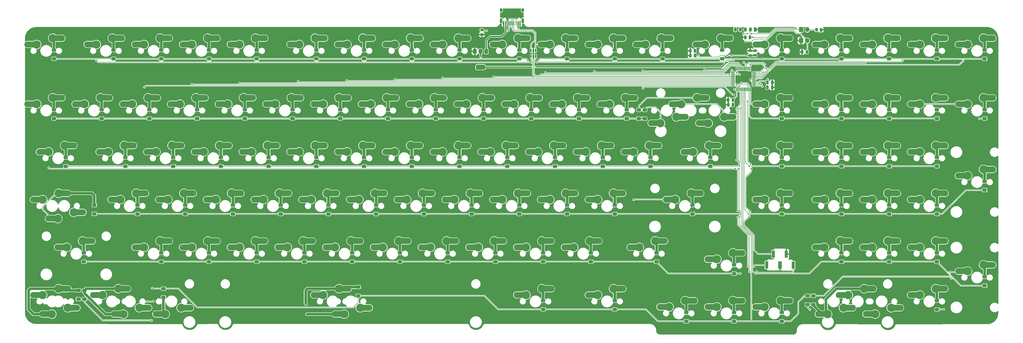
<source format=gbr>
G04 #@! TF.GenerationSoftware,KiCad,Pcbnew,8.99.0-946-gf00a1ab517*
G04 #@! TF.CreationDate,2024-05-15T19:48:55+07:00*
G04 #@! TF.ProjectId,austin,61757374-696e-42e6-9b69-6361645f7063,v2.2.6*
G04 #@! TF.SameCoordinates,PX1a96a400PY40d23d0*
G04 #@! TF.FileFunction,Copper,L2,Bot*
G04 #@! TF.FilePolarity,Positive*
%FSLAX46Y46*%
G04 Gerber Fmt 4.6, Leading zero omitted, Abs format (unit mm)*
G04 Created by KiCad (PCBNEW 8.99.0-946-gf00a1ab517) date 2024-05-15 19:48:55*
%MOMM*%
%LPD*%
G01*
G04 APERTURE LIST*
G04 Aperture macros list*
%AMRoundRect*
0 Rectangle with rounded corners*
0 $1 Rounding radius*
0 $2 $3 $4 $5 $6 $7 $8 $9 X,Y pos of 4 corners*
0 Add a 4 corners polygon primitive as box body*
4,1,4,$2,$3,$4,$5,$6,$7,$8,$9,$2,$3,0*
0 Add four circle primitives for the rounded corners*
1,1,$1+$1,$2,$3*
1,1,$1+$1,$4,$5*
1,1,$1+$1,$6,$7*
1,1,$1+$1,$8,$9*
0 Add four rect primitives between the rounded corners*
20,1,$1+$1,$2,$3,$4,$5,0*
20,1,$1+$1,$4,$5,$6,$7,0*
20,1,$1+$1,$6,$7,$8,$9,0*
20,1,$1+$1,$8,$9,$2,$3,0*%
G04 Aperture macros list end*
G04 #@! TA.AperFunction,ComponentPad*
%ADD10C,3.300000*%
G04 #@! TD*
G04 #@! TA.AperFunction,ComponentPad*
%ADD11C,0.400000*%
G04 #@! TD*
G04 #@! TA.AperFunction,SMDPad,CuDef*
%ADD12O,5.500000X2.410000*%
G04 #@! TD*
G04 #@! TA.AperFunction,ComponentPad*
%ADD13RoundRect,0.250000X0.350000X0.625000X-0.350000X0.625000X-0.350000X-0.625000X0.350000X-0.625000X0*%
G04 #@! TD*
G04 #@! TA.AperFunction,ComponentPad*
%ADD14O,1.200000X1.750000*%
G04 #@! TD*
G04 #@! TA.AperFunction,ComponentPad*
%ADD15RoundRect,0.250000X-0.600000X-0.750000X0.600000X-0.750000X0.600000X0.750000X-0.600000X0.750000X0*%
G04 #@! TD*
G04 #@! TA.AperFunction,ComponentPad*
%ADD16O,1.700000X2.000000*%
G04 #@! TD*
G04 #@! TA.AperFunction,SMDPad,CuDef*
%ADD17R,1.190000X3.000000*%
G04 #@! TD*
G04 #@! TA.AperFunction,SMDPad,CuDef*
%ADD18R,0.600000X1.760000*%
G04 #@! TD*
G04 #@! TA.AperFunction,SMDPad,CuDef*
%ADD19R,0.300000X1.760000*%
G04 #@! TD*
G04 #@! TA.AperFunction,SMDPad,CuDef*
%ADD20R,0.600000X1.450000*%
G04 #@! TD*
G04 #@! TA.AperFunction,ComponentPad*
%ADD21O,1.000000X1.600000*%
G04 #@! TD*
G04 #@! TA.AperFunction,ComponentPad*
%ADD22O,1.000000X2.100000*%
G04 #@! TD*
G04 #@! TA.AperFunction,SMDPad,CuDef*
%ADD23RoundRect,0.250000X0.600000X-0.400000X0.600000X0.400000X-0.600000X0.400000X-0.600000X-0.400000X0*%
G04 #@! TD*
G04 #@! TA.AperFunction,SMDPad,CuDef*
%ADD24RoundRect,0.250000X0.250000X0.475000X-0.250000X0.475000X-0.250000X-0.475000X0.250000X-0.475000X0*%
G04 #@! TD*
G04 #@! TA.AperFunction,SMDPad,CuDef*
%ADD25RoundRect,0.250000X-0.475000X0.250000X-0.475000X-0.250000X0.475000X-0.250000X0.475000X0.250000X0*%
G04 #@! TD*
G04 #@! TA.AperFunction,SMDPad,CuDef*
%ADD26RoundRect,0.250000X-0.600000X0.400000X-0.600000X-0.400000X0.600000X-0.400000X0.600000X0.400000X0*%
G04 #@! TD*
G04 #@! TA.AperFunction,SMDPad,CuDef*
%ADD27RoundRect,0.250000X-0.262500X-0.450000X0.262500X-0.450000X0.262500X0.450000X-0.262500X0.450000X0*%
G04 #@! TD*
G04 #@! TA.AperFunction,SMDPad,CuDef*
%ADD28RoundRect,0.250000X-0.250000X-0.475000X0.250000X-0.475000X0.250000X0.475000X-0.250000X0.475000X0*%
G04 #@! TD*
G04 #@! TA.AperFunction,SMDPad,CuDef*
%ADD29RoundRect,0.375000X-0.375000X0.625000X-0.375000X-0.625000X0.375000X-0.625000X0.375000X0.625000X0*%
G04 #@! TD*
G04 #@! TA.AperFunction,SMDPad,CuDef*
%ADD30RoundRect,0.500000X-1.400000X0.500000X-1.400000X-0.500000X1.400000X-0.500000X1.400000X0.500000X0*%
G04 #@! TD*
G04 #@! TA.AperFunction,SMDPad,CuDef*
%ADD31RoundRect,0.150000X-0.150000X0.512500X-0.150000X-0.512500X0.150000X-0.512500X0.150000X0.512500X0*%
G04 #@! TD*
G04 #@! TA.AperFunction,SMDPad,CuDef*
%ADD32RoundRect,0.250000X-0.450000X0.262500X-0.450000X-0.262500X0.450000X-0.262500X0.450000X0.262500X0*%
G04 #@! TD*
G04 #@! TA.AperFunction,SMDPad,CuDef*
%ADD33RoundRect,0.075000X0.662500X0.075000X-0.662500X0.075000X-0.662500X-0.075000X0.662500X-0.075000X0*%
G04 #@! TD*
G04 #@! TA.AperFunction,SMDPad,CuDef*
%ADD34RoundRect,0.075000X0.075000X0.662500X-0.075000X0.662500X-0.075000X-0.662500X0.075000X-0.662500X0*%
G04 #@! TD*
G04 #@! TA.AperFunction,ViaPad*
%ADD35C,0.600000*%
G04 #@! TD*
G04 #@! TA.AperFunction,Conductor*
%ADD36C,0.200000*%
G04 #@! TD*
G04 #@! TA.AperFunction,Conductor*
%ADD37C,0.500000*%
G04 #@! TD*
G04 #@! TA.AperFunction,Conductor*
%ADD38C,1.000000*%
G04 #@! TD*
G04 APERTURE END LIST*
D10*
X-42922500Y-78010000D03*
D11*
X-40762500Y-77290000D03*
X-40737500Y-78055000D03*
X-40737500Y-78790000D03*
D12*
X-40712500Y-78055000D03*
D11*
X-39862500Y-77290000D03*
X-39862500Y-78055000D03*
X-39862500Y-78790000D03*
X-38962500Y-77290000D03*
X-38962500Y-78055000D03*
X-38962500Y-78790000D03*
X-53212500Y-79790000D03*
X-53212500Y-80490000D03*
X-53212500Y-81190000D03*
X-52362500Y-79790000D03*
X-52362500Y-80490000D03*
X-52362500Y-81190000D03*
X-51562500Y-79790000D03*
X-51562500Y-80490000D03*
X-51562500Y-81190000D03*
D12*
X-51462500Y-80540000D03*
D10*
X-49272500Y-80550000D03*
X-257235000Y-58960000D03*
D11*
X-255075000Y-58240000D03*
X-255050000Y-59005000D03*
X-255050000Y-59740000D03*
D12*
X-255025000Y-59005000D03*
D11*
X-254175000Y-58240000D03*
X-254175000Y-59005000D03*
X-254175000Y-59740000D03*
X-253275000Y-58240000D03*
X-253275000Y-59005000D03*
X-253275000Y-59740000D03*
X-267525000Y-60740000D03*
X-267525000Y-61440000D03*
X-267525000Y-62140000D03*
X-266675000Y-60740000D03*
X-266675000Y-61440000D03*
X-266675000Y-62140000D03*
X-265875000Y-60740000D03*
X-265875000Y-61440000D03*
X-265875000Y-62140000D03*
D12*
X-265775000Y-61490000D03*
D10*
X-263585000Y-61500000D03*
X-328672000Y-78010000D03*
D11*
X-326512000Y-77290000D03*
X-326487000Y-78055000D03*
X-326487000Y-78790000D03*
D12*
X-326462000Y-78055000D03*
D11*
X-325612000Y-77290000D03*
X-325612000Y-78055000D03*
X-325612000Y-78790000D03*
X-324712000Y-77290000D03*
X-324712000Y-78055000D03*
X-324712000Y-78790000D03*
X-338962000Y-79790000D03*
X-338962000Y-80490000D03*
X-338962000Y-81190000D03*
X-338112000Y-79790000D03*
X-338112000Y-80490000D03*
X-338112000Y-81190000D03*
X-337312000Y-79790000D03*
X-337312000Y-80490000D03*
X-337312000Y-81190000D03*
D12*
X-337212000Y-80540000D03*
D10*
X-335022000Y-80550000D03*
X-307241500Y-135160000D03*
D11*
X-305081500Y-134440000D03*
X-305056500Y-135205000D03*
X-305056500Y-135940000D03*
D12*
X-305031500Y-135205000D03*
D11*
X-304181500Y-134440000D03*
X-304181500Y-135205000D03*
X-304181500Y-135940000D03*
X-303281500Y-134440000D03*
X-303281500Y-135205000D03*
X-303281500Y-135940000D03*
X-317531500Y-136940000D03*
X-317531500Y-137640000D03*
X-317531500Y-138340000D03*
X-316681500Y-136940000D03*
X-316681500Y-137640000D03*
X-316681500Y-138340000D03*
X-315881500Y-136940000D03*
X-315881500Y-137640000D03*
X-315881500Y-138340000D03*
D12*
X-315781500Y-137690000D03*
D10*
X-313591500Y-137700000D03*
X-19110000Y-116110000D03*
D11*
X-16950000Y-115390000D03*
X-16925000Y-116155000D03*
X-16925000Y-116890000D03*
D12*
X-16900000Y-116155000D03*
D11*
X-16050000Y-115390000D03*
X-16050000Y-116155000D03*
X-16050000Y-116890000D03*
X-15150000Y-115390000D03*
X-15150000Y-116155000D03*
X-15150000Y-116890000D03*
X-29400000Y-117890000D03*
X-29400000Y-118590000D03*
X-29400000Y-119290000D03*
X-28550000Y-117890000D03*
X-28550000Y-118590000D03*
X-28550000Y-119290000D03*
X-27750000Y-117890000D03*
X-27750000Y-118590000D03*
X-27750000Y-119290000D03*
D12*
X-27650000Y-118640000D03*
D10*
X-25460000Y-118650000D03*
X18990000Y-78010000D03*
D11*
X21150000Y-77290000D03*
X21175000Y-78055000D03*
X21175000Y-78790000D03*
D12*
X21200000Y-78055000D03*
D11*
X22050000Y-77290000D03*
X22050000Y-78055000D03*
X22050000Y-78790000D03*
X22950000Y-77290000D03*
X22950000Y-78055000D03*
X22950000Y-78790000D03*
X8700000Y-79790000D03*
X8700000Y-80490000D03*
X8700000Y-81190000D03*
X9550000Y-79790000D03*
X9550000Y-80490000D03*
X9550000Y-81190000D03*
X10350000Y-79790000D03*
X10350000Y-80490000D03*
X10350000Y-81190000D03*
D12*
X10450000Y-80540000D03*
D10*
X12640000Y-80550000D03*
X38040000Y-35147500D03*
D11*
X40200000Y-34427500D03*
X40225000Y-35192500D03*
X40225000Y-35927500D03*
D12*
X40250000Y-35192500D03*
D11*
X41100000Y-34427500D03*
X41100000Y-35192500D03*
X41100000Y-35927500D03*
X42000000Y-34427500D03*
X42000000Y-35192500D03*
X42000000Y-35927500D03*
X27750000Y-36927500D03*
X27750000Y-37627500D03*
X27750000Y-38327500D03*
X28600000Y-36927500D03*
X28600000Y-37627500D03*
X28600000Y-38327500D03*
X29400000Y-36927500D03*
X29400000Y-37627500D03*
X29400000Y-38327500D03*
D12*
X29500000Y-37677500D03*
D10*
X31690000Y-37687500D03*
X18990000Y-116110000D03*
D11*
X21150000Y-115390000D03*
X21175000Y-116155000D03*
X21175000Y-116890000D03*
D12*
X21200000Y-116155000D03*
D11*
X22050000Y-115390000D03*
X22050000Y-116155000D03*
X22050000Y-116890000D03*
X22950000Y-115390000D03*
X22950000Y-116155000D03*
X22950000Y-116890000D03*
X8700000Y-117890000D03*
X8700000Y-118590000D03*
X8700000Y-119290000D03*
X9550000Y-117890000D03*
X9550000Y-118590000D03*
X9550000Y-119290000D03*
X10350000Y-117890000D03*
X10350000Y-118590000D03*
X10350000Y-119290000D03*
D12*
X10450000Y-118640000D03*
D10*
X12640000Y-118650000D03*
X-190560000Y-78010000D03*
D11*
X-188400000Y-77290000D03*
X-188375000Y-78055000D03*
X-188375000Y-78790000D03*
D12*
X-188350000Y-78055000D03*
D11*
X-187500000Y-77290000D03*
X-187500000Y-78055000D03*
X-187500000Y-78790000D03*
X-186600000Y-77290000D03*
X-186600000Y-78055000D03*
X-186600000Y-78790000D03*
X-200850000Y-79790000D03*
X-200850000Y-80490000D03*
X-200850000Y-81190000D03*
X-200000000Y-79790000D03*
X-200000000Y-80490000D03*
X-200000000Y-81190000D03*
X-199200000Y-79790000D03*
X-199200000Y-80490000D03*
X-199200000Y-81190000D03*
D12*
X-199100000Y-80540000D03*
D10*
X-196910000Y-80550000D03*
X38040000Y-125635000D03*
D11*
X40200000Y-124915000D03*
X40225000Y-125680000D03*
X40225000Y-126415000D03*
D12*
X40250000Y-125680000D03*
D11*
X41100000Y-124915000D03*
X41100000Y-125680000D03*
X41100000Y-126415000D03*
X42000000Y-124915000D03*
X42000000Y-125680000D03*
X42000000Y-126415000D03*
X27750000Y-127415000D03*
X27750000Y-128115000D03*
X27750000Y-128815000D03*
X28600000Y-127415000D03*
X28600000Y-128115000D03*
X28600000Y-128815000D03*
X29400000Y-127415000D03*
X29400000Y-128115000D03*
X29400000Y-128815000D03*
D12*
X29500000Y-128165000D03*
D10*
X31690000Y-128175000D03*
X-166747500Y-97060000D03*
D11*
X-164587500Y-96340000D03*
X-164562500Y-97105000D03*
X-164562500Y-97840000D03*
D12*
X-164537500Y-97105000D03*
D11*
X-163687500Y-96340000D03*
X-163687500Y-97105000D03*
X-163687500Y-97840000D03*
X-162787500Y-96340000D03*
X-162787500Y-97105000D03*
X-162787500Y-97840000D03*
X-177037500Y-98840000D03*
X-177037500Y-99540000D03*
X-177037500Y-100240000D03*
X-176187500Y-98840000D03*
X-176187500Y-99540000D03*
X-176187500Y-100240000D03*
X-175387500Y-98840000D03*
X-175387500Y-99540000D03*
X-175387500Y-100240000D03*
D12*
X-175287500Y-99590000D03*
D10*
X-173097500Y-99600000D03*
X-295335000Y-58960000D03*
D11*
X-293175000Y-58240000D03*
X-293150000Y-59005000D03*
X-293150000Y-59740000D03*
D12*
X-293125000Y-59005000D03*
D11*
X-292275000Y-58240000D03*
X-292275000Y-59005000D03*
X-292275000Y-59740000D03*
X-291375000Y-58240000D03*
X-291375000Y-59005000D03*
X-291375000Y-59740000D03*
X-305625000Y-60740000D03*
X-305625000Y-61440000D03*
X-305625000Y-62140000D03*
X-304775000Y-60740000D03*
X-304775000Y-61440000D03*
X-304775000Y-62140000D03*
X-303975000Y-60740000D03*
X-303975000Y-61440000D03*
X-303975000Y-62140000D03*
D12*
X-303875000Y-61490000D03*
D10*
X-301685000Y-61500000D03*
X-209610000Y-35147500D03*
D11*
X-207450000Y-34427500D03*
X-207425000Y-35192500D03*
X-207425000Y-35927500D03*
D12*
X-207400000Y-35192500D03*
D11*
X-206550000Y-34427500D03*
X-206550000Y-35192500D03*
X-206550000Y-35927500D03*
X-205650000Y-34427500D03*
X-205650000Y-35192500D03*
X-205650000Y-35927500D03*
X-219900000Y-36927500D03*
X-219900000Y-37627500D03*
X-219900000Y-38327500D03*
X-219050000Y-36927500D03*
X-219050000Y-37627500D03*
X-219050000Y-38327500D03*
X-218250000Y-36927500D03*
X-218250000Y-37627500D03*
X-218250000Y-38327500D03*
D12*
X-218150000Y-37677500D03*
D10*
X-215960000Y-37687500D03*
X-252472500Y-35147500D03*
D11*
X-250312500Y-34427500D03*
X-250287500Y-35192500D03*
X-250287500Y-35927500D03*
D12*
X-250262500Y-35192500D03*
D11*
X-249412500Y-34427500D03*
X-249412500Y-35192500D03*
X-249412500Y-35927500D03*
X-248512500Y-34427500D03*
X-248512500Y-35192500D03*
X-248512500Y-35927500D03*
X-262762500Y-36927500D03*
X-262762500Y-37627500D03*
X-262762500Y-38327500D03*
X-261912500Y-36927500D03*
X-261912500Y-37627500D03*
X-261912500Y-38327500D03*
X-261112500Y-36927500D03*
X-261112500Y-37627500D03*
X-261112500Y-38327500D03*
D12*
X-261012500Y-37677500D03*
D10*
X-258822500Y-37687500D03*
X-42922500Y-139922500D03*
D11*
X-40762500Y-139202500D03*
X-40737500Y-139967500D03*
X-40737500Y-140702500D03*
D12*
X-40712500Y-139967500D03*
D11*
X-39862500Y-139202500D03*
X-39862500Y-139967500D03*
X-39862500Y-140702500D03*
X-38962500Y-139202500D03*
X-38962500Y-139967500D03*
X-38962500Y-140702500D03*
X-53212500Y-141702500D03*
X-53212500Y-142402500D03*
X-53212500Y-143102500D03*
X-52362500Y-141702500D03*
X-52362500Y-142402500D03*
X-52362500Y-143102500D03*
X-51562500Y-141702500D03*
X-51562500Y-142402500D03*
X-51562500Y-143102500D03*
D12*
X-51462500Y-142452500D03*
D10*
X-49272500Y-142462500D03*
X-42922500Y-97060000D03*
D11*
X-40762500Y-96340000D03*
X-40737500Y-97105000D03*
X-40737500Y-97840000D03*
D12*
X-40712500Y-97105000D03*
D11*
X-39862500Y-96340000D03*
X-39862500Y-97105000D03*
X-39862500Y-97840000D03*
X-38962500Y-96340000D03*
X-38962500Y-97105000D03*
X-38962500Y-97840000D03*
X-53212500Y-98840000D03*
X-53212500Y-99540000D03*
X-53212500Y-100240000D03*
X-52362500Y-98840000D03*
X-52362500Y-99540000D03*
X-52362500Y-100240000D03*
X-51562500Y-98840000D03*
X-51562500Y-99540000D03*
X-51562500Y-100240000D03*
D12*
X-51462500Y-99590000D03*
D10*
X-49272500Y-99600000D03*
X-214372500Y-116110000D03*
D11*
X-212212500Y-115390000D03*
X-212187500Y-116155000D03*
X-212187500Y-116890000D03*
D12*
X-212162500Y-116155000D03*
D11*
X-211312500Y-115390000D03*
X-211312500Y-116155000D03*
X-211312500Y-116890000D03*
X-210412500Y-115390000D03*
X-210412500Y-116155000D03*
X-210412500Y-116890000D03*
X-224662500Y-117890000D03*
X-224662500Y-118590000D03*
X-224662500Y-119290000D03*
X-223812500Y-117890000D03*
X-223812500Y-118590000D03*
X-223812500Y-119290000D03*
X-223012500Y-117890000D03*
X-223012500Y-118590000D03*
X-223012500Y-119290000D03*
D12*
X-222912500Y-118640000D03*
D10*
X-220722500Y-118650000D03*
X38040000Y-87535000D03*
D11*
X40200000Y-86815000D03*
X40225000Y-87580000D03*
X40225000Y-88315000D03*
D12*
X40250000Y-87580000D03*
D11*
X41100000Y-86815000D03*
X41100000Y-87580000D03*
X41100000Y-88315000D03*
X42000000Y-86815000D03*
X42000000Y-87580000D03*
X42000000Y-88315000D03*
X27750000Y-89315000D03*
X27750000Y-90015000D03*
X27750000Y-90715000D03*
X28600000Y-89315000D03*
X28600000Y-90015000D03*
X28600000Y-90715000D03*
X29400000Y-89315000D03*
X29400000Y-90015000D03*
X29400000Y-90715000D03*
D12*
X29500000Y-90065000D03*
D10*
X31690000Y-90075000D03*
X-271522500Y-116110000D03*
D11*
X-269362500Y-115390000D03*
X-269337500Y-116155000D03*
X-269337500Y-116890000D03*
D12*
X-269312500Y-116155000D03*
D11*
X-268462500Y-115390000D03*
X-268462500Y-116155000D03*
X-268462500Y-116890000D03*
X-267562500Y-115390000D03*
X-267562500Y-116155000D03*
X-267562500Y-116890000D03*
X-281812500Y-117890000D03*
X-281812500Y-118590000D03*
X-281812500Y-119290000D03*
X-280962500Y-117890000D03*
X-280962500Y-118590000D03*
X-280962500Y-119290000D03*
X-280162500Y-117890000D03*
X-280162500Y-118590000D03*
X-280162500Y-119290000D03*
D12*
X-280062500Y-118640000D03*
D10*
X-277872500Y-118650000D03*
X-152460000Y-78010000D03*
D11*
X-150300000Y-77290000D03*
X-150275000Y-78055000D03*
X-150275000Y-78790000D03*
D12*
X-150250000Y-78055000D03*
D11*
X-149400000Y-77290000D03*
X-149400000Y-78055000D03*
X-149400000Y-78790000D03*
X-148500000Y-77290000D03*
X-148500000Y-78055000D03*
X-148500000Y-78790000D03*
X-162750000Y-79790000D03*
X-162750000Y-80490000D03*
X-162750000Y-81190000D03*
X-161900000Y-79790000D03*
X-161900000Y-80490000D03*
X-161900000Y-81190000D03*
X-161100000Y-79790000D03*
X-161100000Y-80490000D03*
X-161100000Y-81190000D03*
D12*
X-161000000Y-80540000D03*
D10*
X-158810000Y-80550000D03*
X-304860000Y-78010000D03*
D11*
X-302700000Y-77290000D03*
X-302675000Y-78055000D03*
X-302675000Y-78790000D03*
D12*
X-302650000Y-78055000D03*
D11*
X-301800000Y-77290000D03*
X-301800000Y-78055000D03*
X-301800000Y-78790000D03*
X-300900000Y-77290000D03*
X-300900000Y-78055000D03*
X-300900000Y-78790000D03*
X-315150000Y-79790000D03*
X-315150000Y-80490000D03*
X-315150000Y-81190000D03*
X-314300000Y-79790000D03*
X-314300000Y-80490000D03*
X-314300000Y-81190000D03*
X-313500000Y-79790000D03*
X-313500000Y-80490000D03*
X-313500000Y-81190000D03*
D12*
X-313400000Y-80540000D03*
D10*
X-311210000Y-80550000D03*
X-300097500Y-97060000D03*
D11*
X-297937500Y-96340000D03*
X-297912500Y-97105000D03*
X-297912500Y-97840000D03*
D12*
X-297887500Y-97105000D03*
D11*
X-297037500Y-96340000D03*
X-297037500Y-97105000D03*
X-297037500Y-97840000D03*
X-296137500Y-96340000D03*
X-296137500Y-97105000D03*
X-296137500Y-97840000D03*
X-310387500Y-98840000D03*
X-310387500Y-99540000D03*
X-310387500Y-100240000D03*
X-309537500Y-98840000D03*
X-309537500Y-99540000D03*
X-309537500Y-100240000D03*
X-308737500Y-98840000D03*
X-308737500Y-99540000D03*
X-308737500Y-100240000D03*
D12*
X-308637500Y-99590000D03*
D10*
X-306447500Y-99600000D03*
X-238185000Y-58960000D03*
D11*
X-236025000Y-58240000D03*
X-236000000Y-59005000D03*
X-236000000Y-59740000D03*
D12*
X-235975000Y-59005000D03*
D11*
X-235125000Y-58240000D03*
X-235125000Y-59005000D03*
X-235125000Y-59740000D03*
X-234225000Y-58240000D03*
X-234225000Y-59005000D03*
X-234225000Y-59740000D03*
X-248475000Y-60740000D03*
X-248475000Y-61440000D03*
X-248475000Y-62140000D03*
X-247625000Y-60740000D03*
X-247625000Y-61440000D03*
X-247625000Y-62140000D03*
X-246825000Y-60740000D03*
X-246825000Y-61440000D03*
X-246825000Y-62140000D03*
D12*
X-246725000Y-61490000D03*
D10*
X-244535000Y-61500000D03*
X-138172000Y-135160000D03*
D11*
X-136012000Y-134440000D03*
X-135987000Y-135205000D03*
X-135987000Y-135940000D03*
D12*
X-135962000Y-135205000D03*
D11*
X-135112000Y-134440000D03*
X-135112000Y-135205000D03*
X-135112000Y-135940000D03*
X-134212000Y-134440000D03*
X-134212000Y-135205000D03*
X-134212000Y-135940000D03*
X-148462000Y-136940000D03*
X-148462000Y-137640000D03*
X-148462000Y-138340000D03*
X-147612000Y-136940000D03*
X-147612000Y-137640000D03*
X-147612000Y-138340000D03*
X-146812000Y-136940000D03*
X-146812000Y-137640000D03*
X-146812000Y-138340000D03*
D12*
X-146712000Y-137690000D03*
D10*
X-144522000Y-137700000D03*
X-81022500Y-139922500D03*
D11*
X-78862500Y-139202500D03*
X-78837500Y-139967500D03*
X-78837500Y-140702500D03*
D12*
X-78812500Y-139967500D03*
D11*
X-77962500Y-139202500D03*
X-77962500Y-139967500D03*
X-77962500Y-140702500D03*
X-77062500Y-139202500D03*
X-77062500Y-139967500D03*
X-77062500Y-140702500D03*
X-91312500Y-141702500D03*
X-91312500Y-142402500D03*
X-91312500Y-143102500D03*
X-90462500Y-141702500D03*
X-90462500Y-142402500D03*
X-90462500Y-143102500D03*
X-89662500Y-141702500D03*
X-89662500Y-142402500D03*
X-89662500Y-143102500D03*
D12*
X-89562500Y-142452500D03*
D10*
X-87372500Y-142462500D03*
X-66735000Y-35147500D03*
D11*
X-64575000Y-34427500D03*
X-64550000Y-35192500D03*
X-64550000Y-35927500D03*
D12*
X-64525000Y-35192500D03*
D11*
X-63675000Y-34427500D03*
X-63675000Y-35192500D03*
X-63675000Y-35927500D03*
X-62775000Y-34427500D03*
X-62775000Y-35192500D03*
X-62775000Y-35927500D03*
X-77025000Y-36927500D03*
X-77025000Y-37627500D03*
X-77025000Y-38327500D03*
X-76175000Y-36927500D03*
X-76175000Y-37627500D03*
X-76175000Y-38327500D03*
X-75375000Y-36927500D03*
X-75375000Y-37627500D03*
X-75375000Y-38327500D03*
D12*
X-75275000Y-37677500D03*
D10*
X-73085000Y-37687500D03*
X-90865000Y-69120000D03*
D11*
X-93025000Y-69840000D03*
X-93050000Y-69075000D03*
X-93050000Y-68340000D03*
D12*
X-93075000Y-69075000D03*
D11*
X-93925000Y-69840000D03*
X-93925000Y-69075000D03*
X-93925000Y-68340000D03*
X-94825000Y-69840000D03*
X-94825000Y-69075000D03*
X-94825000Y-68340000D03*
X-80575000Y-67340000D03*
X-80575000Y-66640000D03*
X-80575000Y-65940000D03*
X-81425000Y-67340000D03*
X-81425000Y-66640000D03*
X-81425000Y-65940000D03*
X-82225000Y-67340000D03*
X-82225000Y-66640000D03*
X-82225000Y-65940000D03*
D12*
X-82325000Y-66590000D03*
D10*
X-84515000Y-66580000D03*
X-119122500Y-116110000D03*
D11*
X-116962500Y-115390000D03*
X-116937500Y-116155000D03*
X-116937500Y-116890000D03*
D12*
X-116912500Y-116155000D03*
D11*
X-116062500Y-115390000D03*
X-116062500Y-116155000D03*
X-116062500Y-116890000D03*
X-115162500Y-115390000D03*
X-115162500Y-116155000D03*
X-115162500Y-116890000D03*
X-129412500Y-117890000D03*
X-129412500Y-118590000D03*
X-129412500Y-119290000D03*
X-128562500Y-117890000D03*
X-128562500Y-118590000D03*
X-128562500Y-119290000D03*
X-127762500Y-117890000D03*
X-127762500Y-118590000D03*
X-127762500Y-119290000D03*
D12*
X-127662500Y-118640000D03*
D10*
X-125472500Y-118650000D03*
X-331054000Y-135160000D03*
D11*
X-328894000Y-134440000D03*
X-328869000Y-135205000D03*
X-328869000Y-135940000D03*
D12*
X-328844000Y-135205000D03*
D11*
X-327994000Y-134440000D03*
X-327994000Y-135205000D03*
X-327994000Y-135940000D03*
X-327094000Y-134440000D03*
X-327094000Y-135205000D03*
X-327094000Y-135940000D03*
X-341344000Y-136940000D03*
X-341344000Y-137640000D03*
X-341344000Y-138340000D03*
X-340494000Y-136940000D03*
X-340494000Y-137640000D03*
X-340494000Y-138340000D03*
X-339694000Y-136940000D03*
X-339694000Y-137640000D03*
X-339694000Y-138340000D03*
D12*
X-339594000Y-137690000D03*
D10*
X-337404000Y-137700000D03*
D13*
X-53000000Y-31730000D03*
D14*
X-55000000Y-31730000D03*
X-57000000Y-31730000D03*
X-59000000Y-31730000D03*
X-61000000Y-31730000D03*
D10*
X-42922500Y-35147500D03*
D11*
X-40762500Y-34427500D03*
X-40737500Y-35192500D03*
X-40737500Y-35927500D03*
D12*
X-40712500Y-35192500D03*
D11*
X-39862500Y-34427500D03*
X-39862500Y-35192500D03*
X-39862500Y-35927500D03*
X-38962500Y-34427500D03*
X-38962500Y-35192500D03*
X-38962500Y-35927500D03*
X-53212500Y-36927500D03*
X-53212500Y-37627500D03*
X-53212500Y-38327500D03*
X-52362500Y-36927500D03*
X-52362500Y-37627500D03*
X-52362500Y-38327500D03*
X-51562500Y-36927500D03*
X-51562500Y-37627500D03*
X-51562500Y-38327500D03*
D12*
X-51462500Y-37677500D03*
D10*
X-49272500Y-37687500D03*
X-114360000Y-78010000D03*
D11*
X-112200000Y-77290000D03*
X-112175000Y-78055000D03*
X-112175000Y-78790000D03*
D12*
X-112150000Y-78055000D03*
D11*
X-111300000Y-77290000D03*
X-111300000Y-78055000D03*
X-111300000Y-78790000D03*
X-110400000Y-77290000D03*
X-110400000Y-78055000D03*
X-110400000Y-78790000D03*
X-124650000Y-79790000D03*
X-124650000Y-80490000D03*
X-124650000Y-81190000D03*
X-123800000Y-79790000D03*
X-123800000Y-80490000D03*
X-123800000Y-81190000D03*
X-123000000Y-79790000D03*
X-123000000Y-80490000D03*
X-123000000Y-81190000D03*
D12*
X-122900000Y-80540000D03*
D10*
X-120710000Y-80550000D03*
X-142935000Y-58960000D03*
D11*
X-140775000Y-58240000D03*
X-140750000Y-59005000D03*
X-140750000Y-59740000D03*
D12*
X-140725000Y-59005000D03*
D11*
X-139875000Y-58240000D03*
X-139875000Y-59005000D03*
X-139875000Y-59740000D03*
X-138975000Y-58240000D03*
X-138975000Y-59005000D03*
X-138975000Y-59740000D03*
X-153225000Y-60740000D03*
X-153225000Y-61440000D03*
X-153225000Y-62140000D03*
X-152375000Y-60740000D03*
X-152375000Y-61440000D03*
X-152375000Y-62140000D03*
X-151575000Y-60740000D03*
X-151575000Y-61440000D03*
X-151575000Y-62140000D03*
D12*
X-151475000Y-61490000D03*
D10*
X-149285000Y-61500000D03*
X-228660000Y-35147500D03*
D11*
X-226500000Y-34427500D03*
X-226475000Y-35192500D03*
X-226475000Y-35927500D03*
D12*
X-226450000Y-35192500D03*
D11*
X-225600000Y-34427500D03*
X-225600000Y-35192500D03*
X-225600000Y-35927500D03*
X-224700000Y-34427500D03*
X-224700000Y-35192500D03*
X-224700000Y-35927500D03*
X-238950000Y-36927500D03*
X-238950000Y-37627500D03*
X-238950000Y-38327500D03*
X-238100000Y-36927500D03*
X-238100000Y-37627500D03*
X-238100000Y-38327500D03*
X-237300000Y-36927500D03*
X-237300000Y-37627500D03*
X-237300000Y-38327500D03*
D12*
X-237200000Y-37677500D03*
D10*
X-235010000Y-37687500D03*
X-261997500Y-97060000D03*
D11*
X-259837500Y-96340000D03*
X-259812500Y-97105000D03*
X-259812500Y-97840000D03*
D12*
X-259787500Y-97105000D03*
D11*
X-258937500Y-96340000D03*
X-258937500Y-97105000D03*
X-258937500Y-97840000D03*
X-258037500Y-96340000D03*
X-258037500Y-97105000D03*
X-258037500Y-97840000D03*
X-272287500Y-98840000D03*
X-272287500Y-99540000D03*
X-272287500Y-100240000D03*
X-271437500Y-98840000D03*
X-271437500Y-99540000D03*
X-271437500Y-100240000D03*
X-270637500Y-98840000D03*
X-270637500Y-99540000D03*
X-270637500Y-100240000D03*
D12*
X-270537500Y-99590000D03*
D10*
X-268347500Y-99600000D03*
X-78566900Y-97060000D03*
D11*
X-76406900Y-96340000D03*
X-76381900Y-97105000D03*
X-76381900Y-97840000D03*
D12*
X-76356900Y-97105000D03*
D11*
X-75506900Y-96340000D03*
X-75506900Y-97105000D03*
X-75506900Y-97840000D03*
X-74606900Y-96340000D03*
X-74606900Y-97105000D03*
X-74606900Y-97840000D03*
X-88856900Y-98840000D03*
X-88856900Y-99540000D03*
X-88856900Y-100240000D03*
X-88006900Y-98840000D03*
X-88006900Y-99540000D03*
X-88006900Y-100240000D03*
X-87206900Y-98840000D03*
X-87206900Y-99540000D03*
X-87206900Y-100240000D03*
D12*
X-87106900Y-99590000D03*
D10*
X-84916900Y-99600000D03*
X-104835000Y-58960000D03*
D11*
X-102675000Y-58240000D03*
X-102650000Y-59005000D03*
X-102650000Y-59740000D03*
D12*
X-102625000Y-59005000D03*
D11*
X-101775000Y-58240000D03*
X-101775000Y-59005000D03*
X-101775000Y-59740000D03*
X-100875000Y-58240000D03*
X-100875000Y-59005000D03*
X-100875000Y-59740000D03*
X-115125000Y-60740000D03*
X-115125000Y-61440000D03*
X-115125000Y-62140000D03*
X-114275000Y-60740000D03*
X-114275000Y-61440000D03*
X-114275000Y-62140000D03*
X-113475000Y-60740000D03*
X-113475000Y-61440000D03*
X-113475000Y-62140000D03*
D12*
X-113375000Y-61490000D03*
D10*
X-111185000Y-61500000D03*
X-171510000Y-35147500D03*
D11*
X-169350000Y-34427500D03*
X-169325000Y-35192500D03*
X-169325000Y-35927500D03*
D12*
X-169300000Y-35192500D03*
D11*
X-168450000Y-34427500D03*
X-168450000Y-35192500D03*
X-168450000Y-35927500D03*
X-167550000Y-34427500D03*
X-167550000Y-35192500D03*
X-167550000Y-35927500D03*
X-181800000Y-36927500D03*
X-181800000Y-37627500D03*
X-181800000Y-38327500D03*
X-180950000Y-36927500D03*
X-180950000Y-37627500D03*
X-180950000Y-38327500D03*
X-180150000Y-36927500D03*
X-180150000Y-37627500D03*
X-180150000Y-38327500D03*
D12*
X-180050000Y-37677500D03*
D10*
X-177860000Y-37687500D03*
X-219135000Y-58960000D03*
D11*
X-216975000Y-58240000D03*
X-216950000Y-59005000D03*
X-216950000Y-59740000D03*
D12*
X-216925000Y-59005000D03*
D11*
X-216075000Y-58240000D03*
X-216075000Y-59005000D03*
X-216075000Y-59740000D03*
X-215175000Y-58240000D03*
X-215175000Y-59005000D03*
X-215175000Y-59740000D03*
X-229425000Y-60740000D03*
X-229425000Y-61440000D03*
X-229425000Y-62140000D03*
X-228575000Y-60740000D03*
X-228575000Y-61440000D03*
X-228575000Y-62140000D03*
X-227775000Y-60740000D03*
X-227775000Y-61440000D03*
X-227775000Y-62140000D03*
D12*
X-227675000Y-61490000D03*
D10*
X-225485000Y-61500000D03*
X-276285000Y-58960000D03*
D11*
X-274125000Y-58240000D03*
X-274100000Y-59005000D03*
X-274100000Y-59740000D03*
D12*
X-274075000Y-59005000D03*
D11*
X-273225000Y-58240000D03*
X-273225000Y-59005000D03*
X-273225000Y-59740000D03*
X-272325000Y-58240000D03*
X-272325000Y-59005000D03*
X-272325000Y-59740000D03*
X-286575000Y-60740000D03*
X-286575000Y-61440000D03*
X-286575000Y-62140000D03*
X-285725000Y-60740000D03*
X-285725000Y-61440000D03*
X-285725000Y-62140000D03*
X-284925000Y-60740000D03*
X-284925000Y-61440000D03*
X-284925000Y-62140000D03*
D12*
X-284825000Y-61490000D03*
D10*
X-282635000Y-61500000D03*
X-290572500Y-116110000D03*
D11*
X-288412500Y-115390000D03*
X-288387500Y-116155000D03*
X-288387500Y-116890000D03*
D12*
X-288362500Y-116155000D03*
D11*
X-287512500Y-115390000D03*
X-287512500Y-116155000D03*
X-287512500Y-116890000D03*
X-286612500Y-115390000D03*
X-286612500Y-116155000D03*
X-286612500Y-116890000D03*
X-300862500Y-117890000D03*
X-300862500Y-118590000D03*
X-300862500Y-119290000D03*
X-300012500Y-117890000D03*
X-300012500Y-118590000D03*
X-300012500Y-119290000D03*
X-299212500Y-117890000D03*
X-299212500Y-118590000D03*
X-299212500Y-119290000D03*
D12*
X-299112500Y-118640000D03*
D10*
X-296922500Y-118650000D03*
X18990000Y-135160000D03*
D11*
X21150000Y-134440000D03*
X21175000Y-135205000D03*
X21175000Y-135940000D03*
D12*
X21200000Y-135205000D03*
D11*
X22050000Y-134440000D03*
X22050000Y-135205000D03*
X22050000Y-135940000D03*
X22950000Y-134440000D03*
X22950000Y-135205000D03*
X22950000Y-135940000D03*
X8700000Y-136940000D03*
X8700000Y-137640000D03*
X8700000Y-138340000D03*
X9550000Y-136940000D03*
X9550000Y-137640000D03*
X9550000Y-138340000D03*
X10350000Y-136940000D03*
X10350000Y-137640000D03*
X10350000Y-138340000D03*
D12*
X10450000Y-137690000D03*
D10*
X12640000Y-137700000D03*
X-9585001Y-135160000D03*
D11*
X-7425001Y-134440000D03*
X-7400001Y-135205000D03*
X-7400001Y-135940000D03*
D12*
X-7375001Y-135205000D03*
D11*
X-6525001Y-134440000D03*
X-6525001Y-135205000D03*
X-6525001Y-135940000D03*
X-5625001Y-134440000D03*
X-5625001Y-135205000D03*
X-5625001Y-135940000D03*
X-19875001Y-136940000D03*
X-19875001Y-137640000D03*
X-19875001Y-138340000D03*
X-19025001Y-136940000D03*
X-19025001Y-137640000D03*
X-19025001Y-138340000D03*
X-18225001Y-136940000D03*
X-18225001Y-137640000D03*
X-18225001Y-138340000D03*
D12*
X-18125001Y-137690000D03*
D10*
X-15935001Y-137700000D03*
X-161985000Y-58960000D03*
D11*
X-159825000Y-58240000D03*
X-159800000Y-59005000D03*
X-159800000Y-59740000D03*
D12*
X-159775000Y-59005000D03*
D11*
X-158925000Y-58240000D03*
X-158925000Y-59005000D03*
X-158925000Y-59740000D03*
X-158025000Y-58240000D03*
X-158025000Y-59005000D03*
X-158025000Y-59740000D03*
X-172275000Y-60740000D03*
X-172275000Y-61440000D03*
X-172275000Y-62140000D03*
X-171425000Y-60740000D03*
X-171425000Y-61440000D03*
X-171425000Y-62140000D03*
X-170625000Y-60740000D03*
X-170625000Y-61440000D03*
X-170625000Y-62140000D03*
D12*
X-170525000Y-61490000D03*
D10*
X-168335000Y-61500000D03*
X-223897500Y-97060000D03*
D11*
X-221737500Y-96340000D03*
X-221712500Y-97105000D03*
X-221712500Y-97840000D03*
D12*
X-221687500Y-97105000D03*
D11*
X-220837500Y-96340000D03*
X-220837500Y-97105000D03*
X-220837500Y-97840000D03*
X-219937500Y-96340000D03*
X-219937500Y-97105000D03*
X-219937500Y-97840000D03*
X-234187500Y-98840000D03*
X-234187500Y-99540000D03*
X-234187500Y-100240000D03*
X-233337500Y-98840000D03*
X-233337500Y-99540000D03*
X-233337500Y-100240000D03*
X-232537500Y-98840000D03*
X-232537500Y-99540000D03*
X-232537500Y-100240000D03*
D12*
X-232437500Y-99590000D03*
D10*
X-230247500Y-99600000D03*
X-333752000Y-145320000D03*
D11*
X-335912000Y-146040000D03*
X-335937000Y-145275000D03*
X-335937000Y-144540000D03*
D12*
X-335962000Y-145275000D03*
D11*
X-336812000Y-146040000D03*
X-336812000Y-145275000D03*
X-336812000Y-144540000D03*
X-337712000Y-146040000D03*
X-337712000Y-145275000D03*
X-337712000Y-144540000D03*
X-323462000Y-143540000D03*
X-323462000Y-142840000D03*
X-323462000Y-142140000D03*
X-324312000Y-143540000D03*
X-324312000Y-142840000D03*
X-324312000Y-142140000D03*
X-325112000Y-143540000D03*
X-325112000Y-142840000D03*
X-325112000Y-142140000D03*
D12*
X-325212000Y-142790000D03*
D10*
X-327402000Y-142780000D03*
X-271522500Y-35147500D03*
D11*
X-269362500Y-34427500D03*
X-269337500Y-35192500D03*
X-269337500Y-35927500D03*
D12*
X-269312500Y-35192500D03*
D11*
X-268462500Y-34427500D03*
X-268462500Y-35192500D03*
X-268462500Y-35927500D03*
X-267562500Y-34427500D03*
X-267562500Y-35192500D03*
X-267562500Y-35927500D03*
X-281812500Y-36927500D03*
X-281812500Y-37627500D03*
X-281812500Y-38327500D03*
X-280962500Y-36927500D03*
X-280962500Y-37627500D03*
X-280962500Y-38327500D03*
X-280162500Y-36927500D03*
X-280162500Y-37627500D03*
X-280162500Y-38327500D03*
D12*
X-280062500Y-37677500D03*
D10*
X-277872500Y-37687500D03*
X38040000Y-58960000D03*
D11*
X40200000Y-58240000D03*
X40225000Y-59005000D03*
X40225000Y-59740000D03*
D12*
X40250000Y-59005000D03*
D11*
X41100000Y-58240000D03*
X41100000Y-59005000D03*
X41100000Y-59740000D03*
X42000000Y-58240000D03*
X42000000Y-59005000D03*
X42000000Y-59740000D03*
X27750000Y-60740000D03*
X27750000Y-61440000D03*
X27750000Y-62140000D03*
X28600000Y-60740000D03*
X28600000Y-61440000D03*
X28600000Y-62140000D03*
X29400000Y-60740000D03*
X29400000Y-61440000D03*
X29400000Y-62140000D03*
D12*
X29500000Y-61490000D03*
D10*
X31690000Y-61500000D03*
X-19110000Y-35147500D03*
D11*
X-16950000Y-34427500D03*
X-16925000Y-35192500D03*
X-16925000Y-35927500D03*
D12*
X-16900000Y-35192500D03*
D11*
X-16050000Y-34427500D03*
X-16050000Y-35192500D03*
X-16050000Y-35927500D03*
X-15150000Y-34427500D03*
X-15150000Y-35192500D03*
X-15150000Y-35927500D03*
X-29400000Y-36927500D03*
X-29400000Y-37627500D03*
X-29400000Y-38327500D03*
X-28550000Y-36927500D03*
X-28550000Y-37627500D03*
X-28550000Y-38327500D03*
X-27750000Y-36927500D03*
X-27750000Y-37627500D03*
X-27750000Y-38327500D03*
D12*
X-27650000Y-37677500D03*
D10*
X-25460000Y-37687500D03*
X-61972500Y-139922500D03*
D11*
X-59812500Y-139202500D03*
X-59787500Y-139967500D03*
X-59787500Y-140702500D03*
D12*
X-59762500Y-139967500D03*
D11*
X-58912500Y-139202500D03*
X-58912500Y-139967500D03*
X-58912500Y-140702500D03*
X-58012500Y-139202500D03*
X-58012500Y-139967500D03*
X-58012500Y-140702500D03*
X-72262500Y-141702500D03*
X-72262500Y-142402500D03*
X-72262500Y-143102500D03*
X-71412500Y-141702500D03*
X-71412500Y-142402500D03*
X-71412500Y-143102500D03*
X-70612500Y-141702500D03*
X-70612500Y-142402500D03*
X-70612500Y-143102500D03*
D12*
X-70512500Y-142452500D03*
D10*
X-68322500Y-142462500D03*
X-60000Y-58960000D03*
D11*
X2100000Y-58240000D03*
X2125000Y-59005000D03*
X2125000Y-59740000D03*
D12*
X2150000Y-59005000D03*
D11*
X3000000Y-58240000D03*
X3000000Y-59005000D03*
X3000000Y-59740000D03*
X3900000Y-58240000D03*
X3900000Y-59005000D03*
X3900000Y-59740000D03*
X-10350000Y-60740000D03*
X-10350000Y-61440000D03*
X-10350000Y-62140000D03*
X-9500000Y-60740000D03*
X-9500000Y-61440000D03*
X-9500000Y-62140000D03*
X-8700000Y-60740000D03*
X-8700000Y-61440000D03*
X-8700000Y-62140000D03*
D12*
X-8600000Y-61490000D03*
D10*
X-6410000Y-61500000D03*
X-92928500Y-116110000D03*
D11*
X-90768500Y-115390000D03*
X-90743500Y-116155000D03*
X-90743500Y-116890000D03*
D12*
X-90718500Y-116155000D03*
D11*
X-89868500Y-115390000D03*
X-89868500Y-116155000D03*
X-89868500Y-116890000D03*
X-88968500Y-115390000D03*
X-88968500Y-116155000D03*
X-88968500Y-116890000D03*
X-103218500Y-117890000D03*
X-103218500Y-118590000D03*
X-103218500Y-119290000D03*
X-102368500Y-117890000D03*
X-102368500Y-118590000D03*
X-102368500Y-119290000D03*
X-101568500Y-117890000D03*
X-101568500Y-118590000D03*
X-101568500Y-119290000D03*
D12*
X-101468500Y-118640000D03*
D10*
X-99278500Y-118650000D03*
X-305177000Y-145320000D03*
D11*
X-307337000Y-146040000D03*
X-307362000Y-145275000D03*
X-307362000Y-144540000D03*
D12*
X-307387000Y-145275000D03*
D11*
X-308237000Y-146040000D03*
X-308237000Y-145275000D03*
X-308237000Y-144540000D03*
X-309137000Y-146040000D03*
X-309137000Y-145275000D03*
X-309137000Y-144540000D03*
X-294887000Y-143540000D03*
X-294887000Y-142840000D03*
X-294887000Y-142140000D03*
X-295737000Y-143540000D03*
X-295737000Y-142840000D03*
X-295737000Y-142140000D03*
X-296537000Y-143540000D03*
X-296537000Y-142840000D03*
X-296537000Y-142140000D03*
D12*
X-296637000Y-142790000D03*
D10*
X-298827000Y-142780000D03*
X-333435000Y-35147500D03*
D11*
X-331275000Y-34427500D03*
X-331250000Y-35192500D03*
X-331250000Y-35927500D03*
D12*
X-331225000Y-35192500D03*
D11*
X-330375000Y-34427500D03*
X-330375000Y-35192500D03*
X-330375000Y-35927500D03*
X-329475000Y-34427500D03*
X-329475000Y-35192500D03*
X-329475000Y-35927500D03*
X-343725000Y-36927500D03*
X-343725000Y-37627500D03*
X-343725000Y-38327500D03*
X-342875000Y-36927500D03*
X-342875000Y-37627500D03*
X-342875000Y-38327500D03*
X-342075000Y-36927500D03*
X-342075000Y-37627500D03*
X-342075000Y-38327500D03*
D12*
X-341975000Y-37677500D03*
D10*
X-339785000Y-37687500D03*
X-24190000Y-145320000D03*
D11*
X-26350000Y-146040000D03*
X-26375000Y-145275000D03*
X-26375000Y-144540000D03*
D12*
X-26400000Y-145275000D03*
D11*
X-27250000Y-146040000D03*
X-27250000Y-145275000D03*
X-27250000Y-144540000D03*
X-28150000Y-146040000D03*
X-28150000Y-145275000D03*
X-28150000Y-144540000D03*
X-13900000Y-143540000D03*
X-13900000Y-142840000D03*
X-13900000Y-142140000D03*
X-14750000Y-143540000D03*
X-14750000Y-142840000D03*
X-14750000Y-142140000D03*
X-15550000Y-143540000D03*
X-15550000Y-142840000D03*
X-15550000Y-142140000D03*
D12*
X-15650000Y-142790000D03*
D10*
X-17840000Y-142780000D03*
X-157222500Y-116110000D03*
D11*
X-155062500Y-115390000D03*
X-155037500Y-116155000D03*
X-155037500Y-116890000D03*
D12*
X-155012500Y-116155000D03*
D11*
X-154162500Y-115390000D03*
X-154162500Y-116155000D03*
X-154162500Y-116890000D03*
X-153262500Y-115390000D03*
X-153262500Y-116155000D03*
X-153262500Y-116890000D03*
X-167512500Y-117890000D03*
X-167512500Y-118590000D03*
X-167512500Y-119290000D03*
X-166662500Y-117890000D03*
X-166662500Y-118590000D03*
X-166662500Y-119290000D03*
X-165862500Y-117890000D03*
X-165862500Y-118590000D03*
X-165862500Y-119290000D03*
D12*
X-165762500Y-118640000D03*
D10*
X-163572500Y-118650000D03*
X-333435000Y-58960000D03*
D11*
X-331275000Y-58240000D03*
X-331250000Y-59005000D03*
X-331250000Y-59740000D03*
D12*
X-331225000Y-59005000D03*
D11*
X-330375000Y-58240000D03*
X-330375000Y-59005000D03*
X-330375000Y-59740000D03*
X-329475000Y-58240000D03*
X-329475000Y-59005000D03*
X-329475000Y-59740000D03*
X-343725000Y-60740000D03*
X-343725000Y-61440000D03*
X-343725000Y-62140000D03*
X-342875000Y-60740000D03*
X-342875000Y-61440000D03*
X-342875000Y-62140000D03*
X-342075000Y-60740000D03*
X-342075000Y-61440000D03*
X-342075000Y-62140000D03*
D12*
X-341975000Y-61490000D03*
D10*
X-339785000Y-61500000D03*
X-281047500Y-97060000D03*
D11*
X-278887500Y-96340000D03*
X-278862500Y-97105000D03*
X-278862500Y-97840000D03*
D12*
X-278837500Y-97105000D03*
D11*
X-277987500Y-96340000D03*
X-277987500Y-97105000D03*
X-277987500Y-97840000D03*
X-277087500Y-96340000D03*
X-277087500Y-97105000D03*
X-277087500Y-97840000D03*
X-291337500Y-98840000D03*
X-291337500Y-99540000D03*
X-291337500Y-100240000D03*
X-290487500Y-98840000D03*
X-290487500Y-99540000D03*
X-290487500Y-100240000D03*
X-289687500Y-98840000D03*
X-289687500Y-99540000D03*
X-289687500Y-100240000D03*
D12*
X-289587500Y-99590000D03*
D10*
X-287397500Y-99600000D03*
X-5140000Y-145320000D03*
D11*
X-7300000Y-146040000D03*
X-7325000Y-145275000D03*
X-7325000Y-144540000D03*
D12*
X-7350000Y-145275000D03*
D11*
X-8200000Y-146040000D03*
X-8200000Y-145275000D03*
X-8200000Y-144540000D03*
X-9100000Y-146040000D03*
X-9100000Y-145275000D03*
X-9100000Y-144540000D03*
X5150000Y-143540000D03*
X5150000Y-142840000D03*
X5150000Y-142140000D03*
X4300000Y-143540000D03*
X4300000Y-142840000D03*
X4300000Y-142140000D03*
X3500000Y-143540000D03*
X3500000Y-142840000D03*
X3500000Y-142140000D03*
D12*
X3400000Y-142790000D03*
D10*
X1210000Y-142780000D03*
X-285810000Y-78010000D03*
D11*
X-283650000Y-77290000D03*
X-283625000Y-78055000D03*
X-283625000Y-78790000D03*
D12*
X-283600000Y-78055000D03*
D11*
X-282750000Y-77290000D03*
X-282750000Y-78055000D03*
X-282750000Y-78790000D03*
X-281850000Y-77290000D03*
X-281850000Y-78055000D03*
X-281850000Y-78790000D03*
X-296100000Y-79790000D03*
X-296100000Y-80490000D03*
X-296100000Y-81190000D03*
X-295250000Y-79790000D03*
X-295250000Y-80490000D03*
X-295250000Y-81190000D03*
X-294450000Y-79790000D03*
X-294450000Y-80490000D03*
X-294450000Y-81190000D03*
D12*
X-294350000Y-80540000D03*
D10*
X-292160000Y-80550000D03*
X-109597500Y-35147500D03*
D11*
X-107437500Y-34427500D03*
X-107412500Y-35192500D03*
X-107412500Y-35927500D03*
D12*
X-107387500Y-35192500D03*
D11*
X-106537500Y-34427500D03*
X-106537500Y-35192500D03*
X-106537500Y-35927500D03*
X-105637500Y-34427500D03*
X-105637500Y-35192500D03*
X-105637500Y-35927500D03*
X-119887500Y-36927500D03*
X-119887500Y-37627500D03*
X-119887500Y-38327500D03*
X-119037500Y-36927500D03*
X-119037500Y-37627500D03*
X-119037500Y-38327500D03*
X-118237500Y-36927500D03*
X-118237500Y-37627500D03*
X-118237500Y-38327500D03*
D12*
X-118137500Y-37677500D03*
D10*
X-115947500Y-37687500D03*
X-331371000Y-107220000D03*
D11*
X-333531000Y-107940000D03*
X-333556000Y-107175000D03*
X-333556000Y-106440000D03*
D12*
X-333581000Y-107175000D03*
D11*
X-334431000Y-107940000D03*
X-334431000Y-107175000D03*
X-334431000Y-106440000D03*
X-335331000Y-107940000D03*
X-335331000Y-107175000D03*
X-335331000Y-106440000D03*
X-321081000Y-105440000D03*
X-321081000Y-104740000D03*
X-321081000Y-104040000D03*
X-321931000Y-105440000D03*
X-321931000Y-104740000D03*
X-321931000Y-104040000D03*
X-322731000Y-105440000D03*
X-322731000Y-104740000D03*
X-322731000Y-104040000D03*
D12*
X-322831000Y-104690000D03*
D10*
X-325021000Y-104680000D03*
X-95310000Y-78010000D03*
D11*
X-93150000Y-77290000D03*
X-93125000Y-78055000D03*
X-93125000Y-78790000D03*
D12*
X-93100000Y-78055000D03*
D11*
X-92250000Y-77290000D03*
X-92250000Y-78055000D03*
X-92250000Y-78790000D03*
X-91350000Y-77290000D03*
X-91350000Y-78055000D03*
X-91350000Y-78790000D03*
X-105600000Y-79790000D03*
X-105600000Y-80490000D03*
X-105600000Y-81190000D03*
X-104750000Y-79790000D03*
X-104750000Y-80490000D03*
X-104750000Y-81190000D03*
X-103950000Y-79790000D03*
X-103950000Y-80490000D03*
X-103950000Y-81190000D03*
D12*
X-103850000Y-80540000D03*
D10*
X-101660000Y-80550000D03*
X-171510000Y-78010000D03*
D11*
X-169350000Y-77290000D03*
X-169325000Y-78055000D03*
X-169325000Y-78790000D03*
D12*
X-169300000Y-78055000D03*
D11*
X-168450000Y-77290000D03*
X-168450000Y-78055000D03*
X-168450000Y-78790000D03*
X-167550000Y-77290000D03*
X-167550000Y-78055000D03*
X-167550000Y-78790000D03*
X-181800000Y-79790000D03*
X-181800000Y-80490000D03*
X-181800000Y-81190000D03*
X-180950000Y-79790000D03*
X-180950000Y-80490000D03*
X-180950000Y-81190000D03*
X-180150000Y-79790000D03*
X-180150000Y-80490000D03*
X-180150000Y-81190000D03*
D12*
X-180050000Y-80540000D03*
D10*
X-177860000Y-80550000D03*
X-252472500Y-116110000D03*
D11*
X-250312500Y-115390000D03*
X-250287500Y-116155000D03*
X-250287500Y-116890000D03*
D12*
X-250262500Y-116155000D03*
D11*
X-249412500Y-115390000D03*
X-249412500Y-116155000D03*
X-249412500Y-116890000D03*
X-248512500Y-115390000D03*
X-248512500Y-116155000D03*
X-248512500Y-116890000D03*
X-262762500Y-117890000D03*
X-262762500Y-118590000D03*
X-262762500Y-119290000D03*
X-261912500Y-117890000D03*
X-261912500Y-118590000D03*
X-261912500Y-119290000D03*
X-261112500Y-117890000D03*
X-261112500Y-118590000D03*
X-261112500Y-119290000D03*
D12*
X-261012500Y-118640000D03*
D10*
X-258822500Y-118650000D03*
X-128647500Y-35147500D03*
D11*
X-126487500Y-34427500D03*
X-126462500Y-35192500D03*
X-126462500Y-35927500D03*
D12*
X-126437500Y-35192500D03*
D11*
X-125587500Y-34427500D03*
X-125587500Y-35192500D03*
X-125587500Y-35927500D03*
X-124687500Y-34427500D03*
X-124687500Y-35192500D03*
X-124687500Y-35927500D03*
X-138937500Y-36927500D03*
X-138937500Y-37627500D03*
X-138937500Y-38327500D03*
X-138087500Y-36927500D03*
X-138087500Y-37627500D03*
X-138087500Y-38327500D03*
X-137287500Y-36927500D03*
X-137287500Y-37627500D03*
X-137287500Y-38327500D03*
D12*
X-137187500Y-37677500D03*
D10*
X-134997500Y-37687500D03*
X-123885000Y-58960000D03*
D11*
X-121725000Y-58240000D03*
X-121700000Y-59005000D03*
X-121700000Y-59740000D03*
D12*
X-121675000Y-59005000D03*
D11*
X-120825000Y-58240000D03*
X-120825000Y-59005000D03*
X-120825000Y-59740000D03*
X-119925000Y-58240000D03*
X-119925000Y-59005000D03*
X-119925000Y-59740000D03*
X-134175000Y-60740000D03*
X-134175000Y-61440000D03*
X-134175000Y-62140000D03*
X-133325000Y-60740000D03*
X-133325000Y-61440000D03*
X-133325000Y-62140000D03*
X-132525000Y-60740000D03*
X-132525000Y-61440000D03*
X-132525000Y-62140000D03*
D12*
X-132425000Y-61490000D03*
D10*
X-130235000Y-61500000D03*
X-247710000Y-78010000D03*
D11*
X-245550000Y-77290000D03*
X-245525000Y-78055000D03*
X-245525000Y-78790000D03*
D12*
X-245500000Y-78055000D03*
D11*
X-244650000Y-77290000D03*
X-244650000Y-78055000D03*
X-244650000Y-78790000D03*
X-243750000Y-77290000D03*
X-243750000Y-78055000D03*
X-243750000Y-78790000D03*
X-258000000Y-79790000D03*
X-258000000Y-80490000D03*
X-258000000Y-81190000D03*
X-257150000Y-79790000D03*
X-257150000Y-80490000D03*
X-257150000Y-81190000D03*
X-256350000Y-79790000D03*
X-256350000Y-80490000D03*
X-256350000Y-81190000D03*
D12*
X-256250000Y-80540000D03*
D10*
X-254060000Y-80550000D03*
X-290572500Y-35147500D03*
D11*
X-288412500Y-34427500D03*
X-288387500Y-35192500D03*
X-288387500Y-35927500D03*
D12*
X-288362500Y-35192500D03*
D11*
X-287512500Y-34427500D03*
X-287512500Y-35192500D03*
X-287512500Y-35927500D03*
X-286612500Y-34427500D03*
X-286612500Y-35192500D03*
X-286612500Y-35927500D03*
X-300862500Y-36927500D03*
X-300862500Y-37627500D03*
X-300862500Y-38327500D03*
X-300012500Y-36927500D03*
X-300012500Y-37627500D03*
X-300012500Y-38327500D03*
X-299212500Y-36927500D03*
X-299212500Y-37627500D03*
X-299212500Y-38327500D03*
D12*
X-299112500Y-37677500D03*
D10*
X-296922500Y-37687500D03*
X-60000Y-97060000D03*
D11*
X2100000Y-96340000D03*
X2125000Y-97105000D03*
X2125000Y-97840000D03*
D12*
X2150000Y-97105000D03*
D11*
X3000000Y-96340000D03*
X3000000Y-97105000D03*
X3000000Y-97840000D03*
X3900000Y-96340000D03*
X3900000Y-97105000D03*
X3900000Y-97840000D03*
X-10350000Y-98840000D03*
X-10350000Y-99540000D03*
X-10350000Y-100240000D03*
X-9500000Y-98840000D03*
X-9500000Y-99540000D03*
X-9500000Y-100240000D03*
X-8700000Y-98840000D03*
X-8700000Y-99540000D03*
X-8700000Y-100240000D03*
D12*
X-8600000Y-99590000D03*
D10*
X-6410000Y-99600000D03*
X-19110000Y-78010000D03*
D11*
X-16950000Y-77290000D03*
X-16925000Y-78055000D03*
X-16925000Y-78790000D03*
D12*
X-16900000Y-78055000D03*
D11*
X-16050000Y-77290000D03*
X-16050000Y-78055000D03*
X-16050000Y-78790000D03*
X-15150000Y-77290000D03*
X-15150000Y-78055000D03*
X-15150000Y-78790000D03*
X-29400000Y-79790000D03*
X-29400000Y-80490000D03*
X-29400000Y-81190000D03*
X-28550000Y-79790000D03*
X-28550000Y-80490000D03*
X-28550000Y-81190000D03*
X-27750000Y-79790000D03*
X-27750000Y-80490000D03*
X-27750000Y-81190000D03*
D12*
X-27650000Y-80540000D03*
D10*
X-25460000Y-80550000D03*
X-309622500Y-35147500D03*
D11*
X-307462500Y-34427500D03*
X-307437500Y-35192500D03*
X-307437500Y-35927500D03*
D12*
X-307412500Y-35192500D03*
D11*
X-306562500Y-34427500D03*
X-306562500Y-35192500D03*
X-306562500Y-35927500D03*
X-305662500Y-34427500D03*
X-305662500Y-35192500D03*
X-305662500Y-35927500D03*
X-319912500Y-36927500D03*
X-319912500Y-37627500D03*
X-319912500Y-38327500D03*
X-319062500Y-36927500D03*
X-319062500Y-37627500D03*
X-319062500Y-38327500D03*
X-318262500Y-36927500D03*
X-318262500Y-37627500D03*
X-318262500Y-38327500D03*
D12*
X-318162500Y-37677500D03*
D10*
X-315972500Y-37687500D03*
X-90547500Y-35147500D03*
D11*
X-88387500Y-34427500D03*
X-88362500Y-35192500D03*
X-88362500Y-35927500D03*
D12*
X-88337500Y-35192500D03*
D11*
X-87487500Y-34427500D03*
X-87487500Y-35192500D03*
X-87487500Y-35927500D03*
X-86587500Y-34427500D03*
X-86587500Y-35192500D03*
X-86587500Y-35927500D03*
X-100837500Y-36927500D03*
X-100837500Y-37627500D03*
X-100837500Y-38327500D03*
X-99987500Y-36927500D03*
X-99987500Y-37627500D03*
X-99987500Y-38327500D03*
X-99187500Y-36927500D03*
X-99187500Y-37627500D03*
X-99187500Y-38327500D03*
D12*
X-99087500Y-37677500D03*
D10*
X-96897500Y-37687500D03*
X-71815000Y-69120000D03*
D11*
X-73975000Y-69840000D03*
X-74000000Y-69075000D03*
X-74000000Y-68340000D03*
D12*
X-74025000Y-69075000D03*
D11*
X-74875000Y-69840000D03*
X-74875000Y-69075000D03*
X-74875000Y-68340000D03*
X-75775000Y-69840000D03*
X-75775000Y-69075000D03*
X-75775000Y-68340000D03*
X-61525000Y-67340000D03*
X-61525000Y-66640000D03*
X-61525000Y-65940000D03*
X-62375000Y-67340000D03*
X-62375000Y-66640000D03*
X-62375000Y-65940000D03*
X-63175000Y-67340000D03*
X-63175000Y-66640000D03*
X-63175000Y-65940000D03*
D12*
X-63275000Y-66590000D03*
D10*
X-65465000Y-66580000D03*
X-109597000Y-135160000D03*
D11*
X-107437000Y-134440000D03*
X-107412000Y-135205000D03*
X-107412000Y-135940000D03*
D12*
X-107387000Y-135205000D03*
D11*
X-106537000Y-134440000D03*
X-106537000Y-135205000D03*
X-106537000Y-135940000D03*
X-105637000Y-134440000D03*
X-105637000Y-135205000D03*
X-105637000Y-135940000D03*
X-119887000Y-136940000D03*
X-119887000Y-137640000D03*
X-119887000Y-138340000D03*
X-119037000Y-136940000D03*
X-119037000Y-137640000D03*
X-119037000Y-138340000D03*
X-118237000Y-136940000D03*
X-118237000Y-137640000D03*
X-118237000Y-138340000D03*
D12*
X-118137000Y-137690000D03*
D10*
X-115947000Y-137700000D03*
X-133410000Y-78010000D03*
D11*
X-131250000Y-77290000D03*
X-131225000Y-78055000D03*
X-131225000Y-78790000D03*
D12*
X-131200000Y-78055000D03*
D11*
X-130350000Y-77290000D03*
X-130350000Y-78055000D03*
X-130350000Y-78790000D03*
X-129450000Y-77290000D03*
X-129450000Y-78055000D03*
X-129450000Y-78790000D03*
X-143700000Y-79790000D03*
X-143700000Y-80490000D03*
X-143700000Y-81190000D03*
X-142850000Y-79790000D03*
X-142850000Y-80490000D03*
X-142850000Y-81190000D03*
X-142050000Y-79790000D03*
X-142050000Y-80490000D03*
X-142050000Y-81190000D03*
D12*
X-141950000Y-80540000D03*
D10*
X-139760000Y-80550000D03*
D15*
X-34755000Y-36148500D03*
D16*
X-32255000Y-36148500D03*
D10*
X-209610000Y-78010000D03*
D11*
X-207450000Y-77290000D03*
X-207425000Y-78055000D03*
X-207425000Y-78790000D03*
D12*
X-207400000Y-78055000D03*
D11*
X-206550000Y-77290000D03*
X-206550000Y-78055000D03*
X-206550000Y-78790000D03*
X-205650000Y-77290000D03*
X-205650000Y-78055000D03*
X-205650000Y-78790000D03*
X-219900000Y-79790000D03*
X-219900000Y-80490000D03*
X-219900000Y-81190000D03*
X-219050000Y-79790000D03*
X-219050000Y-80490000D03*
X-219050000Y-81190000D03*
X-218250000Y-79790000D03*
X-218250000Y-80490000D03*
X-218250000Y-81190000D03*
D12*
X-218150000Y-80540000D03*
D10*
X-215960000Y-80550000D03*
X-204847500Y-97060000D03*
D11*
X-202687500Y-96340000D03*
X-202662500Y-97105000D03*
X-202662500Y-97840000D03*
D12*
X-202637500Y-97105000D03*
D11*
X-201787500Y-96340000D03*
X-201787500Y-97105000D03*
X-201787500Y-97840000D03*
X-200887500Y-96340000D03*
X-200887500Y-97105000D03*
X-200887500Y-97840000D03*
X-215137500Y-98840000D03*
X-215137500Y-99540000D03*
X-215137500Y-100240000D03*
X-214287500Y-98840000D03*
X-214287500Y-99540000D03*
X-214287500Y-100240000D03*
X-213487500Y-98840000D03*
X-213487500Y-99540000D03*
X-213487500Y-100240000D03*
D12*
X-213387500Y-99590000D03*
D10*
X-211197500Y-99600000D03*
X-60000Y-78010000D03*
D11*
X2100000Y-77290000D03*
X2125000Y-78055000D03*
X2125000Y-78790000D03*
D12*
X2150000Y-78055000D03*
D11*
X3000000Y-77290000D03*
X3000000Y-78055000D03*
X3000000Y-78790000D03*
X3900000Y-77290000D03*
X3900000Y-78055000D03*
X3900000Y-78790000D03*
X-10350000Y-79790000D03*
X-10350000Y-80490000D03*
X-10350000Y-81190000D03*
X-9500000Y-79790000D03*
X-9500000Y-80490000D03*
X-9500000Y-81190000D03*
X-8700000Y-79790000D03*
X-8700000Y-80490000D03*
X-8700000Y-81190000D03*
D12*
X-8600000Y-80540000D03*
D10*
X-6410000Y-80550000D03*
X-42922500Y-58960000D03*
D11*
X-40762500Y-58240000D03*
X-40737500Y-59005000D03*
X-40737500Y-59740000D03*
D12*
X-40712500Y-59005000D03*
D11*
X-39862500Y-58240000D03*
X-39862500Y-59005000D03*
X-39862500Y-59740000D03*
X-38962500Y-58240000D03*
X-38962500Y-59005000D03*
X-38962500Y-59740000D03*
X-53212500Y-60740000D03*
X-53212500Y-61440000D03*
X-53212500Y-62140000D03*
X-52362500Y-60740000D03*
X-52362500Y-61440000D03*
X-52362500Y-62140000D03*
X-51562500Y-60740000D03*
X-51562500Y-61440000D03*
X-51562500Y-62140000D03*
D12*
X-51462500Y-61490000D03*
D10*
X-49272500Y-61500000D03*
X-181035000Y-58960000D03*
D11*
X-178875000Y-58240000D03*
X-178850000Y-59005000D03*
X-178850000Y-59740000D03*
D12*
X-178825000Y-59005000D03*
D11*
X-177975000Y-58240000D03*
X-177975000Y-59005000D03*
X-177975000Y-59740000D03*
X-177075000Y-58240000D03*
X-177075000Y-59005000D03*
X-177075000Y-59740000D03*
X-191325000Y-60740000D03*
X-191325000Y-61440000D03*
X-191325000Y-62140000D03*
X-190475000Y-60740000D03*
X-190475000Y-61440000D03*
X-190475000Y-62140000D03*
X-189675000Y-60740000D03*
X-189675000Y-61440000D03*
X-189675000Y-62140000D03*
D12*
X-189575000Y-61490000D03*
D10*
X-187385000Y-61500000D03*
X-138172500Y-116110000D03*
D11*
X-136012500Y-115390000D03*
X-135987500Y-116155000D03*
X-135987500Y-116890000D03*
D12*
X-135962500Y-116155000D03*
D11*
X-135112500Y-115390000D03*
X-135112500Y-116155000D03*
X-135112500Y-116890000D03*
X-134212500Y-115390000D03*
X-134212500Y-116155000D03*
X-134212500Y-116890000D03*
X-148462500Y-117890000D03*
X-148462500Y-118590000D03*
X-148462500Y-119290000D03*
X-147612500Y-117890000D03*
X-147612500Y-118590000D03*
X-147612500Y-119290000D03*
X-146812500Y-117890000D03*
X-146812500Y-118590000D03*
X-146812500Y-119290000D03*
D12*
X-146712500Y-118640000D03*
D10*
X-144522500Y-118650000D03*
X-314385000Y-58960000D03*
D11*
X-312225000Y-58240000D03*
X-312200000Y-59005000D03*
X-312200000Y-59740000D03*
D12*
X-312175000Y-59005000D03*
D11*
X-311325000Y-58240000D03*
X-311325000Y-59005000D03*
X-311325000Y-59740000D03*
X-310425000Y-58240000D03*
X-310425000Y-59005000D03*
X-310425000Y-59740000D03*
X-324675000Y-60740000D03*
X-324675000Y-61440000D03*
X-324675000Y-62140000D03*
X-323825000Y-60740000D03*
X-323825000Y-61440000D03*
X-323825000Y-62140000D03*
X-323025000Y-60740000D03*
X-323025000Y-61440000D03*
X-323025000Y-62140000D03*
D12*
X-322925000Y-61490000D03*
D10*
X-320735000Y-61500000D03*
X-242947500Y-97060000D03*
D11*
X-240787500Y-96340000D03*
X-240762500Y-97105000D03*
X-240762500Y-97840000D03*
D12*
X-240737500Y-97105000D03*
D11*
X-239887500Y-96340000D03*
X-239887500Y-97105000D03*
X-239887500Y-97840000D03*
X-238987500Y-96340000D03*
X-238987500Y-97105000D03*
X-238987500Y-97840000D03*
X-253237500Y-98840000D03*
X-253237500Y-99540000D03*
X-253237500Y-100240000D03*
X-252387500Y-98840000D03*
X-252387500Y-99540000D03*
X-252387500Y-100240000D03*
X-251587500Y-98840000D03*
X-251587500Y-99540000D03*
X-251587500Y-100240000D03*
D12*
X-251487500Y-99590000D03*
D10*
X-249297500Y-99600000D03*
X-219135000Y-135153500D03*
D11*
X-216975000Y-134433500D03*
X-216950000Y-135198500D03*
X-216950000Y-135933500D03*
D12*
X-216925000Y-135198500D03*
D11*
X-216075000Y-134433500D03*
X-216075000Y-135198500D03*
X-216075000Y-135933500D03*
X-215175000Y-134433500D03*
X-215175000Y-135198500D03*
X-215175000Y-135933500D03*
X-229425000Y-136933500D03*
X-229425000Y-137633500D03*
X-229425000Y-138333500D03*
X-228575000Y-136933500D03*
X-228575000Y-137633500D03*
X-228575000Y-138333500D03*
X-227775000Y-136933500D03*
X-227775000Y-137633500D03*
X-227775000Y-138333500D03*
D12*
X-227675000Y-137683500D03*
D10*
X-225485000Y-137693500D03*
X-61972500Y-120872500D03*
D11*
X-59812500Y-120152500D03*
X-59787500Y-120917500D03*
X-59787500Y-121652500D03*
D12*
X-59762500Y-120917500D03*
D11*
X-58912500Y-120152500D03*
X-58912500Y-120917500D03*
X-58912500Y-121652500D03*
X-58012500Y-120152500D03*
X-58012500Y-120917500D03*
X-58012500Y-121652500D03*
X-72262500Y-122652500D03*
X-72262500Y-123352500D03*
X-72262500Y-124052500D03*
X-71412500Y-122652500D03*
X-71412500Y-123352500D03*
X-71412500Y-124052500D03*
X-70612500Y-122652500D03*
X-70612500Y-123352500D03*
X-70612500Y-124052500D03*
D12*
X-70512500Y-123402500D03*
D10*
X-68322500Y-123412500D03*
X-176272500Y-116110000D03*
D11*
X-174112500Y-115390000D03*
X-174087500Y-116155000D03*
X-174087500Y-116890000D03*
D12*
X-174062500Y-116155000D03*
D11*
X-173212500Y-115390000D03*
X-173212500Y-116155000D03*
X-173212500Y-116890000D03*
X-172312500Y-115390000D03*
X-172312500Y-116155000D03*
X-172312500Y-116890000D03*
X-186562500Y-117890000D03*
X-186562500Y-118590000D03*
X-186562500Y-119290000D03*
X-185712500Y-117890000D03*
X-185712500Y-118590000D03*
X-185712500Y-119290000D03*
X-184912500Y-117890000D03*
X-184912500Y-118590000D03*
X-184912500Y-119290000D03*
D12*
X-184812500Y-118640000D03*
D10*
X-182622500Y-118650000D03*
X-128647500Y-97060000D03*
D11*
X-126487500Y-96340000D03*
X-126462500Y-97105000D03*
X-126462500Y-97840000D03*
D12*
X-126437500Y-97105000D03*
D11*
X-125587500Y-96340000D03*
X-125587500Y-97105000D03*
X-125587500Y-97840000D03*
X-124687500Y-96340000D03*
X-124687500Y-97105000D03*
X-124687500Y-97840000D03*
X-138937500Y-98840000D03*
X-138937500Y-99540000D03*
X-138937500Y-100240000D03*
X-138087500Y-98840000D03*
X-138087500Y-99540000D03*
X-138087500Y-100240000D03*
X-137287500Y-98840000D03*
X-137287500Y-99540000D03*
X-137287500Y-100240000D03*
D12*
X-137187500Y-99590000D03*
D10*
X-134997500Y-99600000D03*
X-60000Y-116110000D03*
D11*
X2100000Y-115390000D03*
X2125000Y-116155000D03*
X2125000Y-116890000D03*
D12*
X2150000Y-116155000D03*
D11*
X3000000Y-115390000D03*
X3000000Y-116155000D03*
X3000000Y-116890000D03*
X3900000Y-115390000D03*
X3900000Y-116155000D03*
X3900000Y-116890000D03*
X-10350000Y-117890000D03*
X-10350000Y-118590000D03*
X-10350000Y-119290000D03*
X-9500000Y-117890000D03*
X-9500000Y-118590000D03*
X-9500000Y-119290000D03*
X-8700000Y-117890000D03*
X-8700000Y-118590000D03*
X-8700000Y-119290000D03*
D12*
X-8600000Y-118640000D03*
D10*
X-6410000Y-118650000D03*
X-200085000Y-58960000D03*
D11*
X-197925000Y-58240000D03*
X-197900000Y-59005000D03*
X-197900000Y-59740000D03*
D12*
X-197875000Y-59005000D03*
D11*
X-197025000Y-58240000D03*
X-197025000Y-59005000D03*
X-197025000Y-59740000D03*
X-196125000Y-58240000D03*
X-196125000Y-59005000D03*
X-196125000Y-59740000D03*
X-210375000Y-60740000D03*
X-210375000Y-61440000D03*
X-210375000Y-62140000D03*
X-209525000Y-60740000D03*
X-209525000Y-61440000D03*
X-209525000Y-62140000D03*
X-208725000Y-60740000D03*
X-208725000Y-61440000D03*
X-208725000Y-62140000D03*
D12*
X-208625000Y-61490000D03*
D10*
X-206435000Y-61500000D03*
X-217071500Y-145320000D03*
D11*
X-219231500Y-146040000D03*
X-219256500Y-145275000D03*
X-219256500Y-144540000D03*
D12*
X-219281500Y-145275000D03*
D11*
X-220131500Y-146040000D03*
X-220131500Y-145275000D03*
X-220131500Y-144540000D03*
X-221031500Y-146040000D03*
X-221031500Y-145275000D03*
X-221031500Y-144540000D03*
X-206781500Y-143540000D03*
X-206781500Y-142840000D03*
X-206781500Y-142140000D03*
X-207631500Y-143540000D03*
X-207631500Y-142840000D03*
X-207631500Y-142140000D03*
X-208431500Y-143540000D03*
X-208431500Y-142840000D03*
X-208431500Y-142140000D03*
D12*
X-208531500Y-142790000D03*
D10*
X-210721500Y-142780000D03*
X-266760000Y-78010000D03*
D11*
X-264600000Y-77290000D03*
X-264575000Y-78055000D03*
X-264575000Y-78790000D03*
D12*
X-264550000Y-78055000D03*
D11*
X-263700000Y-77290000D03*
X-263700000Y-78055000D03*
X-263700000Y-78790000D03*
X-262800000Y-77290000D03*
X-262800000Y-78055000D03*
X-262800000Y-78790000D03*
X-277050000Y-79790000D03*
X-277050000Y-80490000D03*
X-277050000Y-81190000D03*
X-276200000Y-79790000D03*
X-276200000Y-80490000D03*
X-276200000Y-81190000D03*
X-275400000Y-79790000D03*
X-275400000Y-80490000D03*
X-275400000Y-81190000D03*
D12*
X-275300000Y-80540000D03*
D10*
X-273110000Y-80550000D03*
X-331054000Y-97060000D03*
D11*
X-328894000Y-96340000D03*
X-328869000Y-97105000D03*
X-328869000Y-97840000D03*
D12*
X-328844000Y-97105000D03*
D11*
X-327994000Y-96340000D03*
X-327994000Y-97105000D03*
X-327994000Y-97840000D03*
X-327094000Y-96340000D03*
X-327094000Y-97105000D03*
X-327094000Y-97840000D03*
X-341344000Y-98840000D03*
X-341344000Y-99540000D03*
X-341344000Y-100240000D03*
X-340494000Y-98840000D03*
X-340494000Y-99540000D03*
X-340494000Y-100240000D03*
X-339694000Y-98840000D03*
X-339694000Y-99540000D03*
X-339694000Y-100240000D03*
D12*
X-339594000Y-99590000D03*
D10*
X-337404000Y-99600000D03*
X-19110000Y-97060000D03*
D11*
X-16950000Y-96340000D03*
X-16925000Y-97105000D03*
X-16925000Y-97840000D03*
D12*
X-16900000Y-97105000D03*
D11*
X-16050000Y-96340000D03*
X-16050000Y-97105000D03*
X-16050000Y-97840000D03*
X-15150000Y-96340000D03*
X-15150000Y-97105000D03*
X-15150000Y-97840000D03*
X-29400000Y-98840000D03*
X-29400000Y-99540000D03*
X-29400000Y-100240000D03*
X-28550000Y-98840000D03*
X-28550000Y-99540000D03*
X-28550000Y-100240000D03*
X-27750000Y-98840000D03*
X-27750000Y-99540000D03*
X-27750000Y-100240000D03*
D12*
X-27650000Y-99590000D03*
D10*
X-25460000Y-99600000D03*
X-228660000Y-78010000D03*
D11*
X-226500000Y-77290000D03*
X-226475000Y-78055000D03*
X-226475000Y-78790000D03*
D12*
X-226450000Y-78055000D03*
D11*
X-225600000Y-77290000D03*
X-225600000Y-78055000D03*
X-225600000Y-78790000D03*
X-224700000Y-77290000D03*
X-224700000Y-78055000D03*
X-224700000Y-78790000D03*
X-238950000Y-79790000D03*
X-238950000Y-80490000D03*
X-238950000Y-81190000D03*
X-238100000Y-79790000D03*
X-238100000Y-80490000D03*
X-238100000Y-81190000D03*
X-237300000Y-79790000D03*
X-237300000Y-80490000D03*
X-237300000Y-81190000D03*
D12*
X-237200000Y-80540000D03*
D10*
X-235010000Y-80550000D03*
X-288509000Y-145320000D03*
D11*
X-290669000Y-146040000D03*
X-290694000Y-145275000D03*
X-290694000Y-144540000D03*
D12*
X-290719000Y-145275000D03*
D11*
X-291569000Y-146040000D03*
X-291569000Y-145275000D03*
X-291569000Y-144540000D03*
X-292469000Y-146040000D03*
X-292469000Y-145275000D03*
X-292469000Y-144540000D03*
X-278219000Y-143540000D03*
X-278219000Y-142840000D03*
X-278219000Y-142140000D03*
X-279069000Y-143540000D03*
X-279069000Y-142840000D03*
X-279069000Y-142140000D03*
X-279869000Y-143540000D03*
X-279869000Y-142840000D03*
X-279869000Y-142140000D03*
D12*
X-279969000Y-142790000D03*
D10*
X-282159000Y-142780000D03*
X-185797500Y-97060000D03*
D11*
X-183637500Y-96340000D03*
X-183612500Y-97105000D03*
X-183612500Y-97840000D03*
D12*
X-183587500Y-97105000D03*
D11*
X-182737500Y-96340000D03*
X-182737500Y-97105000D03*
X-182737500Y-97840000D03*
X-181837500Y-96340000D03*
X-181837500Y-97105000D03*
X-181837500Y-97840000D03*
X-196087500Y-98840000D03*
X-196087500Y-99540000D03*
X-196087500Y-100240000D03*
X-195237500Y-98840000D03*
X-195237500Y-99540000D03*
X-195237500Y-100240000D03*
X-194437500Y-98840000D03*
X-194437500Y-99540000D03*
X-194437500Y-100240000D03*
D12*
X-194337500Y-99590000D03*
D10*
X-192147500Y-99600000D03*
X-109597500Y-97060000D03*
D11*
X-107437500Y-96340000D03*
X-107412500Y-97105000D03*
X-107412500Y-97840000D03*
D12*
X-107387500Y-97105000D03*
D11*
X-106537500Y-96340000D03*
X-106537500Y-97105000D03*
X-106537500Y-97840000D03*
X-105637500Y-96340000D03*
X-105637500Y-97105000D03*
X-105637500Y-97840000D03*
X-119887500Y-98840000D03*
X-119887500Y-99540000D03*
X-119887500Y-100240000D03*
X-119037500Y-98840000D03*
X-119037500Y-99540000D03*
X-119037500Y-100240000D03*
X-118237500Y-98840000D03*
X-118237500Y-99540000D03*
X-118237500Y-100240000D03*
D12*
X-118137500Y-99590000D03*
D10*
X-115947500Y-99600000D03*
X-321454400Y-116110000D03*
D11*
X-319294400Y-115390000D03*
X-319269400Y-116155000D03*
X-319269400Y-116890000D03*
D12*
X-319244400Y-116155000D03*
D11*
X-318394400Y-115390000D03*
X-318394400Y-116155000D03*
X-318394400Y-116890000D03*
X-317494400Y-115390000D03*
X-317494400Y-116155000D03*
X-317494400Y-116890000D03*
X-331744400Y-117890000D03*
X-331744400Y-118590000D03*
X-331744400Y-119290000D03*
X-330894400Y-117890000D03*
X-330894400Y-118590000D03*
X-330894400Y-119290000D03*
X-330094400Y-117890000D03*
X-330094400Y-118590000D03*
X-330094400Y-119290000D03*
D12*
X-329994400Y-118640000D03*
D10*
X-327804400Y-118650000D03*
X-195322500Y-116110000D03*
D11*
X-193162500Y-115390000D03*
X-193137500Y-116155000D03*
X-193137500Y-116890000D03*
D12*
X-193112500Y-116155000D03*
D11*
X-192262500Y-115390000D03*
X-192262500Y-116155000D03*
X-192262500Y-116890000D03*
X-191362500Y-115390000D03*
X-191362500Y-116155000D03*
X-191362500Y-116890000D03*
X-205612500Y-117890000D03*
X-205612500Y-118590000D03*
X-205612500Y-119290000D03*
X-204762500Y-117890000D03*
X-204762500Y-118590000D03*
X-204762500Y-119290000D03*
X-203962500Y-117890000D03*
X-203962500Y-118590000D03*
X-203962500Y-119290000D03*
D12*
X-203862500Y-118640000D03*
D10*
X-201672500Y-118650000D03*
X-71497000Y-78010000D03*
D11*
X-69337000Y-77290000D03*
X-69312000Y-78055000D03*
X-69312000Y-78790000D03*
D12*
X-69287000Y-78055000D03*
D11*
X-68437000Y-77290000D03*
X-68437000Y-78055000D03*
X-68437000Y-78790000D03*
X-67537000Y-77290000D03*
X-67537000Y-78055000D03*
X-67537000Y-78790000D03*
X-81787000Y-79790000D03*
X-81787000Y-80490000D03*
X-81787000Y-81190000D03*
X-80937000Y-79790000D03*
X-80937000Y-80490000D03*
X-80937000Y-81190000D03*
X-80137000Y-79790000D03*
X-80137000Y-80490000D03*
X-80137000Y-81190000D03*
D12*
X-80037000Y-80540000D03*
D10*
X-77847000Y-80550000D03*
X-233422500Y-116110000D03*
D11*
X-231262500Y-115390000D03*
X-231237500Y-116155000D03*
X-231237500Y-116890000D03*
D12*
X-231212500Y-116155000D03*
D11*
X-230362500Y-115390000D03*
X-230362500Y-116155000D03*
X-230362500Y-116890000D03*
X-229462500Y-115390000D03*
X-229462500Y-116155000D03*
X-229462500Y-116890000D03*
X-243712500Y-117890000D03*
X-243712500Y-118590000D03*
X-243712500Y-119290000D03*
X-242862500Y-117890000D03*
X-242862500Y-118590000D03*
X-242862500Y-119290000D03*
X-242062500Y-117890000D03*
X-242062500Y-118590000D03*
X-242062500Y-119290000D03*
D12*
X-241962500Y-118640000D03*
D10*
X-239772500Y-118650000D03*
X18990000Y-35147500D03*
D11*
X21150000Y-34427500D03*
X21175000Y-35192500D03*
X21175000Y-35927500D03*
D12*
X21200000Y-35192500D03*
D11*
X22050000Y-34427500D03*
X22050000Y-35192500D03*
X22050000Y-35927500D03*
X22950000Y-34427500D03*
X22950000Y-35192500D03*
X22950000Y-35927500D03*
X8700000Y-36927500D03*
X8700000Y-37627500D03*
X8700000Y-38327500D03*
X9550000Y-36927500D03*
X9550000Y-37627500D03*
X9550000Y-38327500D03*
X10350000Y-36927500D03*
X10350000Y-37627500D03*
X10350000Y-38327500D03*
D12*
X10450000Y-37677500D03*
D10*
X12640000Y-37687500D03*
X-190560000Y-35147500D03*
D11*
X-188400000Y-34427500D03*
X-188375000Y-35192500D03*
X-188375000Y-35927500D03*
D12*
X-188350000Y-35192500D03*
D11*
X-187500000Y-34427500D03*
X-187500000Y-35192500D03*
X-187500000Y-35927500D03*
X-186600000Y-34427500D03*
X-186600000Y-35192500D03*
X-186600000Y-35927500D03*
X-200850000Y-36927500D03*
X-200850000Y-37627500D03*
X-200850000Y-38327500D03*
X-200000000Y-36927500D03*
X-200000000Y-37627500D03*
X-200000000Y-38327500D03*
X-199200000Y-36927500D03*
X-199200000Y-37627500D03*
X-199200000Y-38327500D03*
D12*
X-199100000Y-37677500D03*
D10*
X-196910000Y-37687500D03*
D15*
X-34765000Y-31738500D03*
D16*
X-32265000Y-31738500D03*
D10*
X-60000Y-35147500D03*
D11*
X2100000Y-34427500D03*
X2125000Y-35192500D03*
X2125000Y-35927500D03*
D12*
X2150000Y-35192500D03*
D11*
X3000000Y-34427500D03*
X3000000Y-35192500D03*
X3000000Y-35927500D03*
X3900000Y-34427500D03*
X3900000Y-35192500D03*
X3900000Y-35927500D03*
X-10350000Y-36927500D03*
X-10350000Y-37627500D03*
X-10350000Y-38327500D03*
X-9500000Y-36927500D03*
X-9500000Y-37627500D03*
X-9500000Y-38327500D03*
X-8700000Y-36927500D03*
X-8700000Y-37627500D03*
X-8700000Y-38327500D03*
D12*
X-8600000Y-37677500D03*
D10*
X-6410000Y-37687500D03*
X18990000Y-58960000D03*
D11*
X21150000Y-58240000D03*
X21175000Y-59005000D03*
X21175000Y-59740000D03*
D12*
X21200000Y-59005000D03*
D11*
X22050000Y-58240000D03*
X22050000Y-59005000D03*
X22050000Y-59740000D03*
X22950000Y-58240000D03*
X22950000Y-59005000D03*
X22950000Y-59740000D03*
X8700000Y-60740000D03*
X8700000Y-61440000D03*
X8700000Y-62140000D03*
X9550000Y-60740000D03*
X9550000Y-61440000D03*
X9550000Y-62140000D03*
X10350000Y-60740000D03*
X10350000Y-61440000D03*
X10350000Y-62140000D03*
D12*
X10450000Y-61490000D03*
D10*
X12640000Y-61500000D03*
X18990000Y-97060000D03*
D11*
X21150000Y-96340000D03*
X21175000Y-97105000D03*
X21175000Y-97840000D03*
D12*
X21200000Y-97105000D03*
D11*
X22050000Y-96340000D03*
X22050000Y-97105000D03*
X22050000Y-97840000D03*
X22950000Y-96340000D03*
X22950000Y-97105000D03*
X22950000Y-97840000D03*
X8700000Y-98840000D03*
X8700000Y-99540000D03*
X8700000Y-100240000D03*
X9550000Y-98840000D03*
X9550000Y-99540000D03*
X9550000Y-100240000D03*
X10350000Y-98840000D03*
X10350000Y-99540000D03*
X10350000Y-100240000D03*
D12*
X10450000Y-99590000D03*
D10*
X12640000Y-99600000D03*
X-147697500Y-35147500D03*
D11*
X-145537500Y-34427500D03*
X-145512500Y-35192500D03*
X-145512500Y-35927500D03*
D12*
X-145487500Y-35192500D03*
D11*
X-144637500Y-34427500D03*
X-144637500Y-35192500D03*
X-144637500Y-35927500D03*
X-143737500Y-34427500D03*
X-143737500Y-35192500D03*
X-143737500Y-35927500D03*
X-157987500Y-36927500D03*
X-157987500Y-37627500D03*
X-157987500Y-38327500D03*
X-157137500Y-36927500D03*
X-157137500Y-37627500D03*
X-157137500Y-38327500D03*
X-156337500Y-36927500D03*
X-156337500Y-37627500D03*
X-156337500Y-38327500D03*
D12*
X-156237500Y-37677500D03*
D10*
X-154047500Y-37687500D03*
X-147697500Y-97060000D03*
D11*
X-145537500Y-96340000D03*
X-145512500Y-97105000D03*
X-145512500Y-97840000D03*
D12*
X-145487500Y-97105000D03*
D11*
X-144637500Y-96340000D03*
X-144637500Y-97105000D03*
X-144637500Y-97840000D03*
X-143737500Y-96340000D03*
X-143737500Y-97105000D03*
X-143737500Y-97840000D03*
X-157987500Y-98840000D03*
X-157987500Y-99540000D03*
X-157987500Y-100240000D03*
X-157137500Y-98840000D03*
X-157137500Y-99540000D03*
X-157137500Y-100240000D03*
X-156337500Y-98840000D03*
X-156337500Y-99540000D03*
X-156337500Y-100240000D03*
D12*
X-156237500Y-99590000D03*
D10*
X-154047500Y-99600000D03*
X-19110000Y-58960000D03*
D11*
X-16950000Y-58240000D03*
X-16925000Y-59005000D03*
X-16925000Y-59740000D03*
D12*
X-16900000Y-59005000D03*
D11*
X-16050000Y-58240000D03*
X-16050000Y-59005000D03*
X-16050000Y-59740000D03*
X-15150000Y-58240000D03*
X-15150000Y-59005000D03*
X-15150000Y-59740000D03*
X-29400000Y-60740000D03*
X-29400000Y-61440000D03*
X-29400000Y-62140000D03*
X-28550000Y-60740000D03*
X-28550000Y-61440000D03*
X-28550000Y-62140000D03*
X-27750000Y-60740000D03*
X-27750000Y-61440000D03*
X-27750000Y-62140000D03*
D12*
X-27650000Y-61490000D03*
D10*
X-25460000Y-61500000D03*
X-76260000Y-58960000D03*
D11*
X-74100000Y-58240000D03*
X-74075000Y-59005000D03*
X-74075000Y-59740000D03*
D12*
X-74050000Y-59005000D03*
D11*
X-73200000Y-58240000D03*
X-73200000Y-59005000D03*
X-73200000Y-59740000D03*
X-72300000Y-58240000D03*
X-72300000Y-59005000D03*
X-72300000Y-59740000D03*
X-86550000Y-60740000D03*
X-86550000Y-61440000D03*
X-86550000Y-62140000D03*
X-85700000Y-60740000D03*
X-85700000Y-61440000D03*
X-85700000Y-62140000D03*
X-84900000Y-60740000D03*
X-84900000Y-61440000D03*
X-84900000Y-62140000D03*
D12*
X-84800000Y-61490000D03*
D10*
X-82610000Y-61500000D03*
D17*
X-37860000Y-125770000D03*
X-43050000Y-125770000D03*
X-48487500Y-125717500D03*
X-43297500Y-125717500D03*
X-45822500Y-121352500D03*
X-40632500Y-121352500D03*
D18*
X-153410000Y-29270000D03*
X-152610000Y-29270000D03*
D19*
X-151410000Y-29270000D03*
X-150410000Y-29270000D03*
X-149910000Y-29270000D03*
D20*
X-147710000Y-29115000D03*
X-146910000Y-29115000D03*
D18*
X-146910000Y-29270000D03*
X-147710000Y-29270000D03*
D19*
X-148410000Y-29270000D03*
X-149410000Y-29270000D03*
X-150910000Y-29270000D03*
D20*
X-152610000Y-29115000D03*
X-153410000Y-29115000D03*
D21*
X-154480000Y-24020000D03*
D22*
X-154480000Y-28200000D03*
D21*
X-145840000Y-24020000D03*
D22*
X-145840000Y-28200000D03*
D23*
X-285320000Y-86278500D03*
X-285320000Y-82778500D03*
D24*
X-32415000Y-40648500D03*
X-34315000Y-40648500D03*
D23*
X-218645000Y-67228500D03*
X-218645000Y-63728500D03*
X-271032500Y-43416000D03*
X-271032500Y-39916000D03*
X-251982500Y-124378500D03*
X-251982500Y-120878500D03*
D25*
X-53125000Y-40158500D03*
X-53125000Y-42058500D03*
X-55095000Y-40178500D03*
X-55095000Y-42078500D03*
D23*
X-90057500Y-43416000D03*
X-90057500Y-39916000D03*
X-42432500Y-86278500D03*
X-42432500Y-82778500D03*
X19480000Y-105328500D03*
X19480000Y-101828500D03*
X-332945000Y-67228500D03*
X-332945000Y-63728500D03*
X-99495000Y-67258500D03*
X-99495000Y-63758500D03*
D26*
X-32175000Y-137998500D03*
X-32175000Y-141498500D03*
D23*
X-171020000Y-86278500D03*
X-171020000Y-82778500D03*
X-42432500Y-43416000D03*
X-42432500Y-39916000D03*
X-137682500Y-124378500D03*
X-137682500Y-120878500D03*
X-61482500Y-148191000D03*
X-61482500Y-144691000D03*
X-261507500Y-105328500D03*
X-261507500Y-101828500D03*
X-180545000Y-67228500D03*
X-180545000Y-63728500D03*
X-190070000Y-43416000D03*
X-190070000Y-39916000D03*
X-128157500Y-105328500D03*
X-128157500Y-101828500D03*
D24*
X-46275000Y-54818500D03*
X-48175000Y-54818500D03*
D23*
X-147207500Y-105328500D03*
X-147207500Y-101828500D03*
X-194832500Y-124378500D03*
X-194832500Y-120878500D03*
D27*
X-28605000Y-31828500D03*
X-26780000Y-31828500D03*
D23*
X-97185000Y-67268500D03*
X-97185000Y-63768500D03*
X-128157500Y-43416000D03*
X-128157500Y-39916000D03*
X-42432500Y-148191000D03*
X-42432500Y-144691000D03*
X19480000Y-124378500D03*
X19480000Y-120878500D03*
X-223407500Y-105328500D03*
X-223407500Y-101828500D03*
D28*
X-78965000Y-40148500D03*
X-77065000Y-40148500D03*
D23*
X-313895000Y-67228500D03*
X-313895000Y-63728500D03*
X-109107500Y-105328500D03*
X-109107500Y-101828500D03*
X-66245000Y-43416000D03*
X-66245000Y-39916000D03*
X-299607500Y-105328500D03*
X-299607500Y-101828500D03*
X19480000Y-43416000D03*
X19480000Y-39916000D03*
X-132920000Y-86278500D03*
X-132920000Y-82778500D03*
X-332945000Y-43416000D03*
X-332945000Y-39916000D03*
X-328182000Y-86278500D03*
X-328182000Y-82778500D03*
X-204357500Y-105328500D03*
X-204357500Y-101828500D03*
X38530000Y-133903500D03*
X38530000Y-130403500D03*
X-171020000Y-43416000D03*
X-171020000Y-39916000D03*
X-275795000Y-67228500D03*
X-275795000Y-63728500D03*
X-237695000Y-67228500D03*
X-237695000Y-63728500D03*
X-123395000Y-67228500D03*
X-123395000Y-63728500D03*
D26*
X-289215000Y-135148500D03*
X-289215000Y-138648500D03*
D23*
X-80532500Y-148191000D03*
X-80532500Y-144691000D03*
X-166257500Y-105328500D03*
X-166257500Y-101828500D03*
X-247220000Y-86278500D03*
X-247220000Y-82778500D03*
X-280557500Y-105328500D03*
X-280557500Y-101828500D03*
X-161495000Y-67228500D03*
X-161495000Y-63728500D03*
D26*
X-29805000Y-138008500D03*
X-29805000Y-141508500D03*
D23*
X-199595000Y-67228500D03*
X-199595000Y-63728500D03*
X-147207500Y-43416000D03*
X-147207500Y-39916000D03*
X-156732500Y-124378500D03*
X-156732500Y-120878500D03*
D28*
X-78965000Y-42128500D03*
X-77065000Y-42128500D03*
D23*
X-42432500Y-105328500D03*
X-42432500Y-101828500D03*
X-18620000Y-105328500D03*
X-18620000Y-101828500D03*
X430000Y-43416000D03*
X430000Y-39916000D03*
X-320735000Y-139328500D03*
X-320735000Y-135828500D03*
X38530000Y-43416000D03*
X38530000Y-39916000D03*
X-209120000Y-86278500D03*
X-209120000Y-82778500D03*
X-94820000Y-86278500D03*
X-94820000Y-82778500D03*
X-42432500Y-67228500D03*
X-42432500Y-63728500D03*
X-104345000Y-67228500D03*
X-104345000Y-63728500D03*
X-92438500Y-124378500D03*
X-92438500Y-120878500D03*
X-290082500Y-124378500D03*
X-290082500Y-120878500D03*
D29*
X-164967500Y-40448500D03*
X-162667500Y-40448500D03*
D30*
X-162667500Y-46748500D03*
D29*
X-160367500Y-40448500D03*
D23*
X-142445000Y-67228500D03*
X-142445000Y-63728500D03*
X-137682000Y-143428500D03*
X-137682000Y-139928500D03*
X-211501500Y-138020000D03*
X-211501500Y-134520000D03*
X-118632500Y-124378500D03*
X-118632500Y-120878500D03*
X19480000Y-67228500D03*
X19480000Y-63728500D03*
X-109107500Y-43416000D03*
X-109107500Y-39916000D03*
X-271032500Y-124378500D03*
X-271032500Y-120878500D03*
D24*
X-46265000Y-52828500D03*
X-48165000Y-52828500D03*
D28*
X-57050000Y-34850000D03*
X-55150000Y-34850000D03*
D23*
X38530000Y-67228500D03*
X38530000Y-63728500D03*
X-304370000Y-86278500D03*
X-304370000Y-82778500D03*
X38530000Y-95803500D03*
X38530000Y-92303500D03*
X-323155000Y-139328500D03*
X-323155000Y-135828500D03*
X-294845000Y-67228500D03*
X-294845000Y-63728500D03*
X-61482500Y-129141000D03*
X-61482500Y-125641000D03*
X-190070000Y-86278500D03*
X-190070000Y-82778500D03*
X-213882500Y-124378500D03*
X-213882500Y-120878500D03*
X-320964400Y-124378500D03*
X-320964400Y-120878500D03*
X430000Y-67228500D03*
X430000Y-63728500D03*
X19480000Y-143428500D03*
X19480000Y-139928500D03*
X-71007000Y-86278500D03*
X-71007000Y-82778500D03*
X-290082500Y-43416000D03*
X-290082500Y-39916000D03*
X-175782500Y-124378500D03*
X-175782500Y-120878500D03*
X-151970000Y-86278500D03*
X-151970000Y-82778500D03*
X-228170000Y-86278500D03*
X-228170000Y-82778500D03*
X-78076900Y-105328500D03*
X-78076900Y-101828500D03*
X19480000Y-86278500D03*
X19480000Y-82778500D03*
X430000Y-86278500D03*
X430000Y-82778500D03*
D31*
X-142572500Y-40102500D03*
X-141622500Y-40102500D03*
X-140672500Y-40102500D03*
X-140672500Y-42377500D03*
X-141622500Y-42377500D03*
X-142572500Y-42377500D03*
D23*
X430000Y-124378500D03*
X430000Y-120878500D03*
X-18620000Y-67228500D03*
X-18620000Y-63728500D03*
X-316825000Y-105318500D03*
X-316825000Y-101818500D03*
D28*
X-63830000Y-59790000D03*
X-61930000Y-59790000D03*
D23*
X-113870000Y-86278500D03*
X-113870000Y-82778500D03*
X-18620000Y-86278500D03*
X-18620000Y-82778500D03*
X-309132500Y-43416000D03*
X-309132500Y-39916000D03*
D28*
X-63820000Y-61740000D03*
X-61920000Y-61740000D03*
D32*
X-162125000Y-31916000D03*
X-162125000Y-33741000D03*
D23*
X-18620000Y-124378500D03*
X-18620000Y-120878500D03*
X-256745000Y-67228500D03*
X-256745000Y-63728500D03*
X-228170000Y-43416000D03*
X-228170000Y-39916000D03*
D33*
X-53557500Y-48710000D03*
X-53557500Y-49210000D03*
X-53557500Y-49710000D03*
X-53557500Y-50210000D03*
X-53557500Y-50710000D03*
X-53557500Y-51210000D03*
X-53557500Y-51710000D03*
X-53557500Y-52210000D03*
X-53557500Y-52710000D03*
X-53557500Y-53210000D03*
X-53557500Y-53710000D03*
X-53557500Y-54210000D03*
D34*
X-54970000Y-55622500D03*
X-55470000Y-55622500D03*
X-55970000Y-55622500D03*
X-56470000Y-55622500D03*
X-56970000Y-55622500D03*
X-57470000Y-55622500D03*
X-57970000Y-55622500D03*
X-58470000Y-55622500D03*
X-58970000Y-55622500D03*
X-59470000Y-55622500D03*
X-59970000Y-55622500D03*
X-60470000Y-55622500D03*
D33*
X-61882500Y-54210000D03*
X-61882500Y-53710000D03*
X-61882500Y-53210000D03*
X-61882500Y-52710000D03*
X-61882500Y-52210000D03*
X-61882500Y-51710000D03*
X-61882500Y-51210000D03*
X-61882500Y-50710000D03*
X-61882500Y-50210000D03*
X-61882500Y-49710000D03*
X-61882500Y-49210000D03*
X-61882500Y-48710000D03*
D34*
X-60470000Y-47297500D03*
X-59970000Y-47297500D03*
X-59470000Y-47297500D03*
X-58970000Y-47297500D03*
X-58470000Y-47297500D03*
X-57970000Y-47297500D03*
X-57470000Y-47297500D03*
X-56970000Y-47297500D03*
X-56470000Y-47297500D03*
X-55970000Y-47297500D03*
X-55470000Y-47297500D03*
X-54970000Y-47297500D03*
D23*
X-266270000Y-86278500D03*
X-266270000Y-82778500D03*
X-209120000Y-43416000D03*
X-209120000Y-39916000D03*
X-109107000Y-143428500D03*
X-109107000Y-139928500D03*
X-251982500Y-43416000D03*
X-251982500Y-39916000D03*
X-232932500Y-124378500D03*
X-232932500Y-120878500D03*
X-185307500Y-105328500D03*
X-185307500Y-101828500D03*
X-18620000Y-43416000D03*
X-18620000Y-39916000D03*
X430000Y-105328500D03*
X430000Y-101828500D03*
X-242457500Y-105328500D03*
X-242457500Y-101828500D03*
D35*
X-62380000Y-47960000D03*
X-56340000Y-42058500D03*
X-162667500Y-46748500D03*
X-48130000Y-51560000D03*
X-75760000Y-41900000D03*
X-76670000Y-46470000D03*
X-162630000Y-42460000D03*
X-64200000Y-44800000D03*
X-61310000Y-55620000D03*
X-48440000Y-47260000D03*
X-140500000Y-46640000D03*
X-54090000Y-42058500D03*
X-142422500Y-46700000D03*
X-62460000Y-42170000D03*
X-54970000Y-45790000D03*
X-53930000Y-34850000D03*
X-64200000Y-42058500D03*
X-57000000Y-36520000D03*
X-54970000Y-51770000D03*
X-60370000Y-48950000D03*
X-59360000Y-49650000D03*
X-56120000Y-33370000D03*
X-57710000Y-33360000D03*
X-54550000Y-33390000D03*
X-36750000Y-31130000D03*
X-57600000Y-44870000D03*
X-151600000Y-32190000D03*
X-160260000Y-32140000D03*
X-152610000Y-31270000D03*
X-141610000Y-43450000D03*
X-147610000Y-31270000D03*
X-58970000Y-129140000D03*
X-52960000Y-129141000D03*
X-49817500Y-43416000D03*
X-139340000Y-43770000D03*
X-49870000Y-48690000D03*
X-143910000Y-44000000D03*
X19480000Y-63728500D03*
X-62330000Y-64540000D03*
X-58540000Y-132720000D03*
X-52590000Y-127000000D03*
X-45220000Y-131940000D03*
X-64930000Y-49035299D03*
X-63360000Y-48580000D03*
X-67330000Y-45630000D03*
X-34900000Y-122230000D03*
X-57310000Y-127390000D03*
X-231870000Y-145310000D03*
X-232330000Y-141260000D03*
X-31260000Y-143520000D03*
X5721833Y-44016000D03*
X29895000Y-44245000D03*
X24640000Y-128520000D03*
X-60484970Y-83815536D03*
X-60910000Y-87312291D03*
X-334967000Y-86920000D03*
X-140380000Y-44710000D03*
X-59380000Y-54280000D03*
X-61780000Y-44016000D03*
X-142422500Y-44760000D03*
X-315917500Y-44080000D03*
X-295630000Y-140260000D03*
X-296867500Y-54740000D03*
X-293240000Y-140220000D03*
X-277817500Y-53610000D03*
X-258767500Y-53110000D03*
X-235472500Y-52437500D03*
X-216092500Y-52107500D03*
X-196855000Y-51610000D03*
X-177805000Y-51100000D03*
X-63260000Y-49635299D03*
X-138440000Y-49610000D03*
X-157432500Y-50597500D03*
X-60518230Y-53824883D03*
X-141571371Y-50610000D03*
X-136722500Y-48937500D03*
X-117262500Y-48527500D03*
X-101560000Y-99650000D03*
X-97857500Y-48172500D03*
X-73140000Y-47830000D03*
X-49217500Y-45540000D03*
X-9200000Y-45240000D03*
X-293950000Y-147780000D03*
X36390000Y-67280000D03*
X25240000Y-131070000D03*
X22230000Y-143370000D03*
X-293680000Y-134980000D03*
X-58600000Y-53080000D03*
X-97880000Y-55150000D03*
X-61710000Y-57760000D03*
X-98250000Y-67268500D03*
X-55640000Y-105328500D03*
X-59070000Y-105340000D03*
X-59310000Y-86100000D03*
X-55420000Y-86278500D03*
X-59240000Y-104100000D03*
X-59430000Y-87070000D03*
X-52440000Y-128360000D03*
X-59220000Y-106250000D03*
X-59070000Y-63130000D03*
X-55340000Y-128370000D03*
X-59470000Y-84920000D03*
X-50666000Y-53610000D03*
X-60042781Y-87584298D03*
X-59857099Y-63273109D03*
X-59772501Y-84179394D03*
X-51365328Y-53110000D03*
X-55940000Y-126200000D03*
X-60035932Y-104019399D03*
X-53570000Y-126200000D03*
X-59931098Y-106616530D03*
X-54880000Y-85500000D03*
X-56076593Y-60343064D03*
X-50136765Y-54403235D03*
X-55140000Y-104400000D03*
X-54680000Y-87170000D03*
X-55400000Y-106210000D03*
D36*
X-76463500Y-42730000D02*
X-77065000Y-42128500D01*
D37*
X-142471000Y-46748500D02*
X-142422500Y-46700000D01*
D36*
X-54970000Y-47297500D02*
X-54970000Y-45790000D01*
X-67028500Y-42058500D02*
X-67700000Y-42730000D01*
X-54970000Y-45790000D02*
X-54660000Y-45480000D01*
D37*
X-162667500Y-46748500D02*
X-142471000Y-46748500D01*
D36*
X-55150000Y-31880000D02*
X-55000000Y-31730000D01*
X-51813857Y-52710000D02*
X-51433857Y-52330000D01*
X-67700000Y-42730000D02*
X-76463500Y-42730000D01*
X-62348500Y-42058500D02*
X-61640000Y-42058500D01*
X-54660000Y-45480000D02*
X-50220000Y-45480000D01*
D37*
X-66360000Y-46640000D02*
X-64520000Y-44800000D01*
D36*
X-48120000Y-34850000D02*
X-45008500Y-31738500D01*
X-64200000Y-42058500D02*
X-67028500Y-42058500D01*
X-48165000Y-54808500D02*
X-48175000Y-54818500D01*
X-61640000Y-42058500D02*
X-56340000Y-42058500D01*
D37*
X-76836500Y-41900000D02*
X-77065000Y-42128500D01*
D36*
X-62460000Y-42170000D02*
X-62348500Y-42058500D01*
X-61930000Y-59790000D02*
X-61930000Y-61730000D01*
X-45008500Y-31738500D02*
X-34765000Y-31738500D01*
X-61930000Y-61730000D02*
X-61920000Y-61740000D01*
X-61640000Y-42058500D02*
X-64200000Y-42058500D01*
X-51080000Y-48710000D02*
X-49630000Y-47260000D01*
X-60470000Y-55622500D02*
X-60470000Y-58330000D01*
X-60470000Y-58330000D02*
X-61930000Y-59790000D01*
X-61307500Y-55622500D02*
X-61310000Y-55620000D01*
X-77065000Y-40148500D02*
X-77065000Y-42128500D01*
X-48165000Y-51595000D02*
X-48130000Y-51560000D01*
X-55150000Y-34850000D02*
X-55150000Y-31880000D01*
D37*
X-75760000Y-41900000D02*
X-76836500Y-41900000D01*
D36*
X-54090000Y-42058500D02*
X-53125000Y-42058500D01*
D37*
X-162667500Y-42422500D02*
X-162630000Y-42460000D01*
X-64520000Y-44800000D02*
X-64200000Y-44800000D01*
D36*
X-60470000Y-55622500D02*
X-61307500Y-55622500D01*
X-61882500Y-48710000D02*
X-61882500Y-48457500D01*
D37*
X-140500000Y-46640000D02*
X-76840000Y-46640000D01*
D36*
X-55150000Y-34850000D02*
X-53930000Y-34850000D01*
X-56340000Y-42058500D02*
X-54090000Y-42058500D01*
X-61882500Y-48457500D02*
X-62380000Y-47960000D01*
X-48663500Y-52330000D02*
X-48165000Y-52828500D01*
D37*
X-76840000Y-46640000D02*
X-66360000Y-46640000D01*
D36*
X-50220000Y-45480000D02*
X-48440000Y-47260000D01*
X-48165000Y-52828500D02*
X-48165000Y-51595000D01*
D37*
X-76840000Y-46640000D02*
X-76670000Y-46470000D01*
D36*
X-49630000Y-47260000D02*
X-48440000Y-47260000D01*
X-53930000Y-34850000D02*
X-48120000Y-34850000D01*
D37*
X-162667500Y-40448500D02*
X-162667500Y-42422500D01*
D36*
X-53557500Y-48710000D02*
X-51080000Y-48710000D01*
X-48165000Y-52828500D02*
X-48165000Y-54808500D01*
X-51433857Y-52330000D02*
X-48663500Y-52330000D01*
X-53557500Y-52710000D02*
X-51813857Y-52710000D01*
X-53557500Y-51710000D02*
X-54910000Y-51710000D01*
X-37691500Y-32138500D02*
X-36530000Y-33300000D01*
X-48214314Y-35510000D02*
X-44842814Y-32138500D01*
X-54910000Y-51710000D02*
X-54970000Y-51770000D01*
X-57000000Y-36520000D02*
X-54490000Y-36520000D01*
X-32255000Y-40488500D02*
X-32415000Y-40648500D01*
X-35103500Y-33300000D02*
X-32255000Y-36148500D01*
X-53480000Y-35510000D02*
X-48214314Y-35510000D01*
X-44842814Y-32138500D02*
X-37691500Y-32138500D01*
X-36530000Y-33300000D02*
X-35103500Y-33300000D01*
X-54490000Y-36520000D02*
X-53480000Y-35510000D01*
X-32255000Y-36148500D02*
X-32255000Y-40488500D01*
X-60470000Y-47297500D02*
X-60470000Y-48850000D01*
X-60470000Y-48850000D02*
X-60370000Y-48950000D01*
X-61882500Y-49710000D02*
X-59420000Y-49710000D01*
X-59420000Y-49710000D02*
X-59360000Y-49650000D01*
X-39910000Y-31338500D02*
X-37620000Y-31338500D01*
X-32175000Y-31828500D02*
X-32265000Y-31738500D01*
X-45174186Y-31338500D02*
X-39910000Y-31338500D01*
X-47225686Y-33390000D02*
X-46172843Y-32337157D01*
X-57710000Y-33360000D02*
X-56130000Y-33360000D01*
X-36958500Y-31338500D02*
X-36750000Y-31130000D01*
X-56970000Y-47297500D02*
X-56970000Y-45500000D01*
X-56130000Y-33360000D02*
X-56120000Y-33370000D01*
X-37620000Y-31338500D02*
X-36958500Y-31338500D01*
X-54550000Y-33390000D02*
X-47225686Y-33390000D01*
X-28605000Y-31828500D02*
X-32175000Y-31828500D01*
X-56970000Y-45500000D02*
X-57600000Y-44870000D01*
X-46172843Y-32337157D02*
X-45174186Y-31338500D01*
X-148730000Y-27480000D02*
X-151180000Y-27480000D01*
X-148410000Y-29270000D02*
X-148410000Y-27800000D01*
X-151180000Y-27480000D02*
X-151410000Y-27710000D01*
X-151410000Y-32000000D02*
X-151600000Y-32190000D01*
X-160260000Y-32140000D02*
X-161901000Y-32140000D01*
X-151410000Y-27710000D02*
X-151410000Y-29270000D01*
X-148410000Y-27800000D02*
X-148730000Y-27480000D01*
X-151410000Y-29270000D02*
X-151410000Y-32000000D01*
X-161901000Y-32140000D02*
X-162125000Y-31916000D01*
D37*
X-158890000Y-34470000D02*
X-160367500Y-35947500D01*
X-141610000Y-42390000D02*
X-141622500Y-42377500D01*
X-152610000Y-31270000D02*
X-152610000Y-32870000D01*
X-152610000Y-32870000D02*
X-154210000Y-34470000D01*
X-152610000Y-29270000D02*
X-152610000Y-31270000D01*
X-147710000Y-29270000D02*
X-147710000Y-31170000D01*
X-154210000Y-34470000D02*
X-158890000Y-34470000D01*
X-141610000Y-43450000D02*
X-141610000Y-42390000D01*
X-147710000Y-31170000D02*
X-147610000Y-31270000D01*
X-160367500Y-35947500D02*
X-160367500Y-40448500D01*
D36*
X-141710000Y-32030000D02*
X-140672500Y-33067500D01*
X-149030000Y-32030000D02*
X-141710000Y-32030000D01*
X-149560000Y-27880000D02*
X-149410000Y-28030000D01*
X-149410000Y-29270000D02*
X-149410000Y-31650000D01*
X-140672500Y-33067500D02*
X-140672500Y-40102500D01*
X-149410000Y-28030000D02*
X-149410000Y-29270000D01*
X-150150000Y-27880000D02*
X-149560000Y-27880000D01*
X-150410000Y-29270000D02*
X-150410000Y-28140000D01*
X-149410000Y-31650000D02*
X-149030000Y-32030000D01*
X-150410000Y-28140000D02*
X-150150000Y-27880000D01*
X-141875686Y-32430000D02*
X-149195686Y-32430000D01*
X-141072500Y-33233186D02*
X-141875686Y-32430000D01*
X-142572500Y-40102500D02*
X-142572500Y-37530000D01*
X-149910000Y-30740000D02*
X-149910000Y-29270000D01*
X-149940000Y-30710000D02*
X-149910000Y-30740000D01*
X-150910000Y-29270000D02*
X-150910000Y-30580000D01*
X-142572500Y-37530000D02*
X-141072500Y-36030000D01*
X-149195686Y-32430000D02*
X-149910000Y-31715686D01*
X-150910000Y-30580000D02*
X-150780000Y-30710000D01*
X-141072500Y-36030000D02*
X-141072500Y-33233186D01*
X-150780000Y-30710000D02*
X-149940000Y-30710000D01*
X-149910000Y-31715686D02*
X-149910000Y-30740000D01*
X-54170000Y-128031000D02*
X-53060000Y-129141000D01*
X-87676000Y-129141000D02*
X-92438500Y-124378500D01*
X-61482500Y-129141000D02*
X-87676000Y-129141000D01*
X-57970000Y-55622500D02*
X-57970000Y-109910000D01*
X29005000Y-133903500D02*
X19480000Y-124378500D01*
X38530000Y-133903500D02*
X29005000Y-133903500D01*
X-57970000Y-109910000D02*
X-54170000Y-113710000D01*
X-26788500Y-124378500D02*
X-18620000Y-124378500D01*
X-53060000Y-129141000D02*
X-52960000Y-129141000D01*
X-52960000Y-129141000D02*
X-31551000Y-129141000D01*
X-92438500Y-124378500D02*
X-320964400Y-124378500D01*
X-54170000Y-113710000D02*
X-54170000Y-128031000D01*
X19480000Y-124378500D02*
X-18620000Y-124378500D01*
X-31551000Y-129141000D02*
X-26788500Y-124378500D01*
X-61482500Y-129141000D02*
X-58971000Y-129141000D01*
X-58971000Y-129141000D02*
X-58970000Y-129140000D01*
X-50390000Y-49210000D02*
X-49870000Y-48690000D01*
X-147207500Y-43416000D02*
X-332945000Y-43416000D01*
X-144494000Y-43416000D02*
X-147207500Y-43416000D01*
X-138986000Y-43416000D02*
X-139340000Y-43770000D01*
X-143910000Y-44000000D02*
X-144494000Y-43416000D01*
X-128157500Y-43416000D02*
X-138986000Y-43416000D01*
X38530000Y-43416000D02*
X-128157500Y-43416000D01*
X-53557500Y-49210000D02*
X-50390000Y-49210000D01*
D38*
X-332945000Y-35637500D02*
X-333435000Y-35147500D01*
X-332945000Y-39916000D02*
X-332945000Y-35637500D01*
X-309132500Y-39916000D02*
X-309132500Y-35637500D01*
X-309132500Y-35637500D02*
X-309622500Y-35147500D01*
X-290082500Y-39916000D02*
X-290082500Y-35637500D01*
X-290082500Y-35637500D02*
X-290572500Y-35147500D01*
X-271032500Y-39916000D02*
X-271032500Y-35637500D01*
X-271032500Y-35637500D02*
X-271522500Y-35147500D01*
X-251982500Y-35637500D02*
X-252472500Y-35147500D01*
X-251982500Y-39916000D02*
X-251982500Y-35637500D01*
X-228170000Y-35637500D02*
X-228660000Y-35147500D01*
X-228170000Y-39916000D02*
X-228170000Y-35637500D01*
X-209120000Y-39916000D02*
X-209120000Y-35637500D01*
X-209120000Y-35637500D02*
X-209610000Y-35147500D01*
X-190070000Y-35637500D02*
X-190560000Y-35147500D01*
X-190070000Y-39916000D02*
X-190070000Y-35637500D01*
X-171020000Y-35637500D02*
X-171510000Y-35147500D01*
X-171020000Y-39916000D02*
X-171020000Y-35637500D01*
X-147207500Y-35637500D02*
X-147697500Y-35147500D01*
X-147207500Y-39916000D02*
X-147207500Y-35637500D01*
X-128157500Y-35637500D02*
X-128647500Y-35147500D01*
X-128157500Y-39916000D02*
X-128157500Y-35637500D01*
X-109107500Y-35637500D02*
X-109597500Y-35147500D01*
X-109107500Y-39916000D02*
X-109107500Y-35637500D01*
X-90057500Y-35637500D02*
X-90547500Y-35147500D01*
X-90057500Y-39916000D02*
X-90057500Y-35637500D01*
X-66245000Y-39916000D02*
X-66245000Y-35637500D01*
X-66245000Y-35637500D02*
X-66735000Y-35147500D01*
X-42432500Y-39916000D02*
X-42432500Y-35637500D01*
X-42432500Y-35637500D02*
X-42922500Y-35147500D01*
X-18620000Y-39916000D02*
X-18620000Y-35637500D01*
X-18620000Y-35637500D02*
X-19110000Y-35147500D01*
X430000Y-35637500D02*
X-60000Y-35147500D01*
X430000Y-39916000D02*
X430000Y-35637500D01*
X19480000Y-35637500D02*
X18990000Y-35147500D01*
X19480000Y-39916000D02*
X19480000Y-35637500D01*
X38530000Y-39916000D02*
X38530000Y-35637500D01*
X38530000Y-35637500D02*
X38040000Y-35147500D01*
X-332945000Y-63728500D02*
X-332945000Y-59450000D01*
X-332945000Y-59450000D02*
X-333435000Y-58960000D01*
X-313895000Y-59450000D02*
X-314385000Y-58960000D01*
X-313895000Y-63728500D02*
X-313895000Y-59450000D01*
X-294845000Y-63728500D02*
X-294845000Y-59450000D01*
X-294845000Y-59450000D02*
X-295335000Y-58960000D01*
X-275795000Y-59450000D02*
X-276285000Y-58960000D01*
X-275795000Y-63728500D02*
X-275795000Y-59450000D01*
X-256745000Y-59450000D02*
X-257235000Y-58960000D01*
X-256745000Y-63728500D02*
X-256745000Y-59450000D01*
X-237695000Y-63728500D02*
X-237695000Y-59450000D01*
X-237695000Y-59450000D02*
X-238185000Y-58960000D01*
X-218645000Y-63728500D02*
X-218645000Y-59450000D01*
X-218645000Y-59450000D02*
X-219135000Y-58960000D01*
X-199595000Y-63728500D02*
X-199595000Y-59450000D01*
X-199595000Y-59450000D02*
X-200085000Y-58960000D01*
X-180545000Y-63728500D02*
X-180545000Y-59450000D01*
X-180545000Y-59450000D02*
X-181035000Y-58960000D01*
X-161495000Y-59450000D02*
X-161985000Y-58960000D01*
X-161495000Y-63728500D02*
X-161495000Y-59450000D01*
X-142445000Y-59450000D02*
X-142935000Y-58960000D01*
X-142445000Y-63728500D02*
X-142445000Y-59450000D01*
X-123395000Y-59450000D02*
X-123885000Y-58960000D01*
X-123395000Y-63728500D02*
X-123395000Y-59450000D01*
X-104345000Y-59450000D02*
X-104835000Y-58960000D01*
X-104345000Y-63728500D02*
X-104345000Y-59450000D01*
D36*
X-96131500Y-62715000D02*
X-92856167Y-62715000D01*
X-90865000Y-64706167D02*
X-90865000Y-69120000D01*
X-92856167Y-62715000D02*
X-90865000Y-64706167D01*
X-97185000Y-63768500D02*
X-96131500Y-62715000D01*
X-96329000Y-59029000D02*
X-99495000Y-62195000D01*
X-99495000Y-62195000D02*
X-99495000Y-63758500D01*
X-76329000Y-59029000D02*
X-96329000Y-59029000D01*
X-76260000Y-58960000D02*
X-76329000Y-59029000D01*
D38*
X-42432500Y-63728500D02*
X-42432500Y-59450000D01*
X-42432500Y-59450000D02*
X-42922500Y-58960000D01*
X-18620000Y-59450000D02*
X-19110000Y-58960000D01*
X-18620000Y-63728500D02*
X-18620000Y-59450000D01*
X430000Y-63728500D02*
X430000Y-59450000D01*
X430000Y-59450000D02*
X-60000Y-58960000D01*
X-328182000Y-78500000D02*
X-328672000Y-78010000D01*
X-328182000Y-82778500D02*
X-328182000Y-78500000D01*
X-304370000Y-78500000D02*
X-304860000Y-78010000D01*
X-304370000Y-82778500D02*
X-304370000Y-78500000D01*
X-285320000Y-82778500D02*
X-285320000Y-78500000D01*
X-285320000Y-78500000D02*
X-285810000Y-78010000D01*
X-266270000Y-78500000D02*
X-266760000Y-78010000D01*
X-266270000Y-82778500D02*
X-266270000Y-78500000D01*
X-247220000Y-78500000D02*
X-247710000Y-78010000D01*
X-247220000Y-82778500D02*
X-247220000Y-78500000D01*
X-228170000Y-82778500D02*
X-228170000Y-78500000D01*
X-228170000Y-78500000D02*
X-228660000Y-78010000D01*
X-209120000Y-82778500D02*
X-209120000Y-78500000D01*
X-209120000Y-78500000D02*
X-209610000Y-78010000D01*
X-190070000Y-78500000D02*
X-190560000Y-78010000D01*
X-190070000Y-82778500D02*
X-190070000Y-78500000D01*
X-171020000Y-82778500D02*
X-171020000Y-78500000D01*
X-171020000Y-78500000D02*
X-171510000Y-78010000D01*
X-151970000Y-82778500D02*
X-151970000Y-78500000D01*
X-151970000Y-78500000D02*
X-152460000Y-78010000D01*
X-132920000Y-82778500D02*
X-132920000Y-78500000D01*
X-132920000Y-78500000D02*
X-133410000Y-78010000D01*
X-113870000Y-78500000D02*
X-114360000Y-78010000D01*
X-113870000Y-82778500D02*
X-113870000Y-78500000D01*
X-94820000Y-78500000D02*
X-95310000Y-78010000D01*
X-94820000Y-82778500D02*
X-94820000Y-78500000D01*
X-71007000Y-78500000D02*
X-71497000Y-78010000D01*
X-71007000Y-82778500D02*
X-71007000Y-78500000D01*
X-42432500Y-78500000D02*
X-42922500Y-78010000D01*
X-42432500Y-82778500D02*
X-42432500Y-78500000D01*
X-18620000Y-82778500D02*
X-18620000Y-78500000D01*
X-18620000Y-78500000D02*
X-19110000Y-78010000D01*
X430000Y-82778500D02*
X430000Y-78500000D01*
X430000Y-78500000D02*
X-60000Y-78010000D01*
X19480000Y-78500000D02*
X18990000Y-78010000D01*
X19480000Y-82778500D02*
X19480000Y-78500000D01*
D36*
X-332060000Y-97060000D02*
X-331054000Y-97060000D01*
D38*
X-317770000Y-97060000D02*
X-316825000Y-98005000D01*
D36*
X-337349000Y-102349000D02*
X-332060000Y-97060000D01*
X-337349000Y-103575452D02*
X-337349000Y-102349000D01*
X-333704452Y-107220000D02*
X-337349000Y-103575452D01*
X-331371000Y-107220000D02*
X-333704452Y-107220000D01*
D38*
X-331054000Y-97060000D02*
X-317770000Y-97060000D01*
X-316825000Y-98005000D02*
X-316825000Y-101818500D01*
X-299607500Y-97550000D02*
X-300097500Y-97060000D01*
X-299607500Y-101828500D02*
X-299607500Y-97550000D01*
X-280557500Y-97550000D02*
X-281047500Y-97060000D01*
X-280557500Y-101828500D02*
X-280557500Y-97550000D01*
X-261507500Y-97550000D02*
X-261997500Y-97060000D01*
X-261507500Y-101828500D02*
X-261507500Y-97550000D01*
X-242457500Y-97550000D02*
X-242947500Y-97060000D01*
X-242457500Y-101828500D02*
X-242457500Y-97550000D01*
X-223407500Y-101828500D02*
X-223407500Y-97550000D01*
X-223407500Y-97550000D02*
X-223897500Y-97060000D01*
X-204357500Y-101828500D02*
X-204357500Y-97550000D01*
X-204357500Y-97550000D02*
X-204847500Y-97060000D01*
X-185307500Y-97550000D02*
X-185797500Y-97060000D01*
X-185307500Y-101828500D02*
X-185307500Y-97550000D01*
X-166257500Y-101828500D02*
X-166257500Y-97550000D01*
X-166257500Y-97550000D02*
X-166747500Y-97060000D01*
X-147207500Y-97550000D02*
X-147697500Y-97060000D01*
X-147207500Y-101828500D02*
X-147207500Y-97550000D01*
X-128157500Y-97550000D02*
X-128647500Y-97060000D01*
X-128157500Y-101828500D02*
X-128157500Y-97550000D01*
X-109107500Y-97550000D02*
X-109597500Y-97060000D01*
X-109107500Y-101828500D02*
X-109107500Y-97550000D01*
X-78076900Y-97550000D02*
X-78566900Y-97060000D01*
X-78076900Y-101828500D02*
X-78076900Y-97550000D01*
X-320964400Y-120878500D02*
X-320964400Y-116600000D01*
X-320964400Y-116600000D02*
X-321454400Y-116110000D01*
X-42432500Y-101828500D02*
X-42432500Y-97550000D01*
X-42432500Y-97550000D02*
X-42922500Y-97060000D01*
X-18620000Y-97550000D02*
X-19110000Y-97060000D01*
X-18620000Y-101828500D02*
X-18620000Y-97550000D01*
X430000Y-97550000D02*
X-60000Y-97060000D01*
X430000Y-101828500D02*
X430000Y-97550000D01*
X19480000Y-101828500D02*
X19480000Y-97550000D01*
X19480000Y-97550000D02*
X18990000Y-97060000D01*
X38530000Y-88025000D02*
X38040000Y-87535000D01*
X38530000Y-92303500D02*
X38530000Y-88025000D01*
X-343044000Y-135854000D02*
X-343044000Y-143386000D01*
X-331054000Y-135160000D02*
X-342350000Y-135160000D01*
X-343044000Y-143386000D02*
X-341110000Y-145320000D01*
X-342350000Y-135160000D02*
X-343044000Y-135854000D01*
X-341110000Y-145320000D02*
X-333752000Y-145320000D01*
X-330385500Y-135828500D02*
X-331054000Y-135160000D01*
X-323155000Y-135828500D02*
X-330385500Y-135828500D01*
X-290082500Y-120878500D02*
X-290082500Y-116600000D01*
X-290082500Y-116600000D02*
X-290572500Y-116110000D01*
X-271032500Y-116600000D02*
X-271522500Y-116110000D01*
X-271032500Y-120878500D02*
X-271032500Y-116600000D01*
X-251982500Y-116600000D02*
X-252472500Y-116110000D01*
X-251982500Y-120878500D02*
X-251982500Y-116600000D01*
X-232932500Y-120878500D02*
X-232932500Y-116600000D01*
X-232932500Y-116600000D02*
X-233422500Y-116110000D01*
X-213882500Y-116600000D02*
X-214372500Y-116110000D01*
X-213882500Y-120878500D02*
X-213882500Y-116600000D01*
X-194832500Y-116600000D02*
X-195322500Y-116110000D01*
X-194832500Y-120878500D02*
X-194832500Y-116600000D01*
X-175782500Y-116600000D02*
X-176272500Y-116110000D01*
X-175782500Y-120878500D02*
X-175782500Y-116600000D01*
X-156732500Y-120878500D02*
X-156732500Y-116600000D01*
X-156732500Y-116600000D02*
X-157222500Y-116110000D01*
X-137682500Y-120878500D02*
X-137682500Y-116600000D01*
X-137682500Y-116600000D02*
X-138172500Y-116110000D01*
X-118632500Y-116600000D02*
X-119122500Y-116110000D01*
X-118632500Y-120878500D02*
X-118632500Y-116600000D01*
X-92438500Y-120878500D02*
X-92438500Y-116600000D01*
X-92438500Y-116600000D02*
X-92928500Y-116110000D01*
X-61482500Y-125641000D02*
X-61482500Y-121362500D01*
X-61482500Y-121362500D02*
X-61972500Y-120872500D01*
X-312390577Y-145320000D02*
X-320735000Y-136975577D01*
X-307241500Y-135160000D02*
X-320066500Y-135160000D01*
X-305177000Y-145320000D02*
X-312390577Y-145320000D01*
X-320066500Y-135160000D02*
X-320735000Y-135828500D01*
X-320735000Y-136975577D02*
X-320735000Y-135828500D01*
X-18620000Y-116600000D02*
X-19110000Y-116110000D01*
X-18620000Y-120878500D02*
X-18620000Y-116600000D01*
D36*
X-61882500Y-49210000D02*
X-62730000Y-49210000D01*
X-62730000Y-49210000D02*
X-63360000Y-48580000D01*
X-62836770Y-49210000D02*
X-63011471Y-49035299D01*
X-61882500Y-49210000D02*
X-62836770Y-49210000D01*
X-63011471Y-49035299D02*
X-64930000Y-49035299D01*
D38*
X430000Y-120878500D02*
X430000Y-116600000D01*
X430000Y-116600000D02*
X-60000Y-116110000D01*
D36*
X-140672500Y-43371251D02*
X-140672500Y-42377500D01*
X-140531857Y-50235299D02*
X-141422500Y-49344656D01*
X-141422500Y-44121251D02*
X-140672500Y-43371251D01*
X-62556805Y-50260000D02*
X-62581506Y-50235299D01*
X-62470000Y-50210000D02*
X-62520000Y-50260000D01*
X-141422500Y-49344656D02*
X-141422500Y-44121251D01*
X-61882500Y-50210000D02*
X-62470000Y-50210000D01*
X-62581506Y-50235299D02*
X-140531857Y-50235299D01*
X-62520000Y-50260000D02*
X-62556805Y-50260000D01*
X-62470000Y-50710000D02*
X-62520000Y-50660000D01*
X-62709877Y-50660000D02*
X-62734578Y-50635299D01*
X-141822500Y-44121251D02*
X-141822500Y-49510344D01*
X-140697545Y-50635299D02*
X-62734578Y-50635299D01*
X-62520000Y-50660000D02*
X-62709877Y-50660000D01*
X-142572500Y-42377500D02*
X-142572500Y-43371251D01*
X-141822500Y-49510344D02*
X-140697545Y-50635299D01*
X-142572500Y-43371251D02*
X-141822500Y-44121251D01*
X-61882500Y-50710000D02*
X-62470000Y-50710000D01*
D38*
X19480000Y-120878500D02*
X19480000Y-116600000D01*
X19480000Y-116600000D02*
X18990000Y-116110000D01*
X38530000Y-130403500D02*
X38530000Y-126125000D01*
X38530000Y-126125000D02*
X38040000Y-125635000D01*
X-289215000Y-144614000D02*
X-288509000Y-145320000D01*
X-289215000Y-138648500D02*
X-289215000Y-144614000D01*
X-218501500Y-134520000D02*
X-219135000Y-135153500D01*
X-232480000Y-141110000D02*
X-232330000Y-141260000D01*
X-211501500Y-134520000D02*
X-218501500Y-134520000D01*
X-231793500Y-135153500D02*
X-232480000Y-135840000D01*
X-232480000Y-135840000D02*
X-232480000Y-141110000D01*
X-231860000Y-145320000D02*
X-217071500Y-145320000D01*
X-219135000Y-135153500D02*
X-231793500Y-135153500D01*
X-231870000Y-145310000D02*
X-231860000Y-145320000D01*
X-137682000Y-135650000D02*
X-138172000Y-135160000D01*
X-137682000Y-139928500D02*
X-137682000Y-135650000D01*
X-109107000Y-139928500D02*
X-109107000Y-135650000D01*
X-109107000Y-135650000D02*
X-109597000Y-135160000D01*
X-80532500Y-140412500D02*
X-81022500Y-139922500D01*
X-80532500Y-144691000D02*
X-80532500Y-140412500D01*
X-61482500Y-144691000D02*
X-61482500Y-140412500D01*
X-61482500Y-140412500D02*
X-61972500Y-139922500D01*
X-42432500Y-140412500D02*
X-42922500Y-139922500D01*
X-42432500Y-144691000D02*
X-42432500Y-140412500D01*
X-24800000Y-139368118D02*
X-24800000Y-144710000D01*
X-9585001Y-135160000D02*
X-20591882Y-135160000D01*
X-20591882Y-135160000D02*
X-24800000Y-139368118D01*
X-24800000Y-144710000D02*
X-24190000Y-145320000D01*
X-29805000Y-141870000D02*
X-26400000Y-145275000D01*
X-29805000Y-141508500D02*
X-29805000Y-141870000D01*
D36*
X-32175000Y-141498500D02*
X-32175000Y-142605000D01*
X-32175000Y-142605000D02*
X-31260000Y-143520000D01*
D38*
X19480000Y-135650000D02*
X18990000Y-135160000D01*
X19480000Y-139928500D02*
X19480000Y-135650000D01*
X38530000Y-59450000D02*
X38040000Y-58960000D01*
X38530000Y-63728500D02*
X38530000Y-59450000D01*
D36*
X-53557500Y-49710000D02*
X-50041471Y-49710000D01*
X5197833Y-44540000D02*
X5721833Y-44016000D01*
X-44871471Y-44540000D02*
X5197833Y-44540000D01*
X-50041471Y-49710000D02*
X-44871471Y-44540000D01*
X28305000Y-128520000D02*
X28650000Y-128175000D01*
X-45040100Y-45840000D02*
X28300000Y-45840000D01*
X-53557500Y-51210000D02*
X-50410100Y-51210000D01*
X24640000Y-128520000D02*
X28305000Y-128520000D01*
X28650000Y-128175000D02*
X31690000Y-128175000D01*
X-53557500Y-50710000D02*
X-49910100Y-50710000D01*
X-49840050Y-50639950D02*
X-45040100Y-45840000D01*
X-50410100Y-51210000D02*
X-49840050Y-50639950D01*
X28300000Y-45840000D02*
X29895000Y-44245000D01*
X-49910100Y-50710000D02*
X-49840050Y-50639950D01*
X31690000Y-61500000D02*
X12640000Y-61500000D01*
X-60910000Y-87312291D02*
X-334574709Y-87312291D01*
X-60480000Y-63047481D02*
X-60480000Y-63892501D01*
X-60172501Y-64200000D02*
X-60172501Y-83730865D01*
X-60257172Y-83815536D02*
X-60484970Y-83815536D01*
X-58970000Y-55622500D02*
X-58970000Y-61537481D01*
X-58970000Y-61537481D02*
X-60480000Y-63047481D01*
X-334574709Y-87312291D02*
X-334967000Y-86920000D01*
X-60172501Y-83730865D02*
X-60257172Y-83815536D01*
X-60480000Y-63892501D02*
X-60172501Y-64200000D01*
X-140360000Y-44690000D02*
X-140380000Y-44710000D01*
X-65990000Y-44690000D02*
X-65230000Y-44690000D01*
X-315237500Y-44760000D02*
X-315917500Y-44080000D01*
X-59470000Y-55622500D02*
X-59470000Y-54370000D01*
X-142422500Y-44760000D02*
X-315237500Y-44760000D01*
X-65230000Y-44690000D02*
X-64600000Y-44060000D01*
X-59470000Y-54370000D02*
X-59380000Y-54280000D01*
X-64556000Y-44016000D02*
X-61780000Y-44016000D01*
X-65990000Y-44690000D02*
X-140360000Y-44690000D01*
X-64600000Y-44060000D02*
X-64556000Y-44016000D01*
X-293280000Y-140260000D02*
X-293240000Y-140220000D01*
X-61882500Y-54210000D02*
X-296337500Y-54210000D01*
X-295630000Y-140260000D02*
X-293280000Y-140260000D01*
X-296337500Y-54210000D02*
X-296867500Y-54740000D01*
X-61882500Y-53710000D02*
X-277717500Y-53710000D01*
X-277717500Y-53710000D02*
X-277817500Y-53610000D01*
X-258667500Y-53210000D02*
X-258767500Y-53110000D01*
X-61882500Y-53210000D02*
X-258667500Y-53210000D01*
X-235200000Y-52710000D02*
X-235472500Y-52437500D01*
X-61882500Y-52710000D02*
X-235200000Y-52710000D01*
X-215990000Y-52210000D02*
X-216092500Y-52107500D01*
X-61882500Y-52210000D02*
X-215990000Y-52210000D01*
X-196755000Y-51710000D02*
X-196855000Y-51610000D01*
X-61882500Y-51710000D02*
X-196755000Y-51710000D01*
X-177695000Y-51210000D02*
X-177805000Y-51100000D01*
X-61882500Y-51210000D02*
X-177695000Y-51210000D01*
X-56260000Y-53680000D02*
X-60373347Y-53680000D01*
X-141571371Y-50610000D02*
X-157420000Y-50610000D01*
X-138414701Y-49635299D02*
X-138440000Y-49610000D01*
X-55970000Y-55622500D02*
X-55970000Y-53970000D01*
X-60373347Y-53680000D02*
X-60518230Y-53824883D01*
X-55970000Y-53970000D02*
X-56260000Y-53680000D01*
X-63260000Y-49635299D02*
X-138414701Y-49635299D01*
X-157420000Y-50610000D02*
X-157432500Y-50597500D01*
X-66005299Y-49235299D02*
X-136424701Y-49235299D01*
X-59970000Y-46527590D02*
X-60237590Y-46260000D01*
X-59970000Y-47297500D02*
X-59970000Y-46527590D01*
X-60237590Y-46260000D02*
X-63030000Y-46260000D01*
X-63030000Y-46260000D02*
X-66005299Y-49235299D01*
X-136424701Y-49235299D02*
X-136722500Y-48937500D01*
X-59470000Y-46461904D02*
X-60071904Y-45860000D01*
X-59470000Y-47297500D02*
X-59470000Y-46461904D01*
X-60071904Y-45860000D02*
X-63195686Y-45860000D01*
X-63195686Y-45860000D02*
X-66170985Y-48835299D01*
X-116954701Y-48835299D02*
X-117262500Y-48527500D01*
X-66170985Y-48835299D02*
X-116954701Y-48835299D01*
X-59906218Y-45460000D02*
X-63361372Y-45460000D01*
X-63361372Y-45460000D02*
X-63595686Y-45694315D01*
X-97594701Y-48435299D02*
X-97857500Y-48172500D01*
X-66336670Y-48435299D02*
X-97594701Y-48435299D01*
X-58970000Y-46396218D02*
X-59906218Y-45460000D01*
X-101560000Y-99650000D02*
X-101510000Y-99600000D01*
X-101510000Y-99600000D02*
X-84916900Y-99600000D01*
X-63595686Y-45694315D02*
X-66336670Y-48435299D01*
X-58970000Y-47297500D02*
X-58970000Y-46396218D01*
X-72934701Y-48035299D02*
X-73140000Y-47830000D01*
X-63527058Y-45060001D02*
X-63761372Y-45294315D01*
X-59740532Y-45060000D02*
X-63527056Y-45060000D01*
X-58470000Y-47297500D02*
X-58470000Y-46330532D01*
X-66502355Y-48035299D02*
X-72934701Y-48035299D01*
X-58470000Y-46330532D02*
X-59740532Y-45060000D01*
X-63761372Y-45294315D02*
X-63995686Y-45528630D01*
X-63527056Y-45060000D02*
X-63527058Y-45060001D01*
X-63995686Y-45528630D02*
X-66502355Y-48035299D01*
X-65740000Y-64118803D02*
X-65740000Y-66305000D01*
X-56470000Y-45720000D02*
X-55830000Y-45080000D01*
X-82610000Y-61500000D02*
X-68358803Y-61500000D01*
X-55830000Y-45080000D02*
X-49677500Y-45080000D01*
X-68358803Y-61500000D02*
X-65740000Y-64118803D01*
X-65740000Y-66305000D02*
X-65465000Y-66580000D01*
X-56470000Y-47297500D02*
X-56470000Y-45720000D01*
X-49677500Y-45080000D02*
X-49217500Y-45540000D01*
X-49975786Y-50210000D02*
X-44705786Y-44940000D01*
X-44705786Y-44940000D02*
X-9500000Y-44940000D01*
X-53557500Y-50210000D02*
X-49975786Y-50210000D01*
X-9500000Y-44940000D02*
X-9200000Y-45240000D01*
X-54610000Y-61440000D02*
X-53212500Y-61440000D01*
X-54970000Y-61080000D02*
X-54610000Y-61440000D01*
X-54970000Y-55622500D02*
X-54970000Y-61080000D01*
X-317220000Y-144050000D02*
X-313490000Y-147780000D01*
X-33358500Y-137998500D02*
X-32175000Y-137998500D01*
X-80532500Y-148191000D02*
X-38931000Y-148191000D01*
X-293511500Y-135148500D02*
X-289215000Y-135148500D01*
X-155601500Y-143428500D02*
X-109107000Y-143428500D01*
X-293680000Y-134980000D02*
X-293511500Y-135148500D01*
X36441500Y-67228500D02*
X36390000Y-67280000D01*
X-54570000Y-113875686D02*
X-54570000Y-148141000D01*
X-18150000Y-130340000D02*
X150000Y-130340000D01*
X-58470000Y-109975686D02*
X-54570000Y-113875686D01*
X-320735000Y-139328500D02*
X-320735000Y-140535000D01*
X-323155000Y-139328500D02*
X-320735000Y-139328500D01*
X-25818500Y-138008500D02*
X-23630000Y-135820000D01*
X-91829000Y-148191000D02*
X-80532500Y-148191000D01*
X150000Y-130340000D02*
X24510000Y-130340000D01*
X22171500Y-143428500D02*
X19480000Y-143428500D01*
X-211501500Y-140666197D02*
X-211501500Y-138020000D01*
X-58470000Y-55622500D02*
X-58470000Y-109975686D01*
X-54570000Y-148141000D02*
X-54520000Y-148191000D01*
X-35890000Y-145150000D02*
X-35890000Y-140530000D01*
X-109107000Y-143428500D02*
X-96591500Y-143428500D01*
X-213519203Y-142683900D02*
X-211501500Y-140666197D01*
X38530000Y-67228500D02*
X36441500Y-67228500D01*
X24510000Y-130340000D02*
X25240000Y-131070000D01*
X-96591500Y-143428500D02*
X-91829000Y-148191000D01*
X-38931000Y-148191000D02*
X-35890000Y-145150000D01*
X22230000Y-143370000D02*
X22171500Y-143428500D01*
X-289215000Y-135148500D02*
X-283131500Y-135148500D01*
X-283131500Y-135148500D02*
X-275596100Y-142683900D01*
X-80532500Y-148191000D02*
X-54520000Y-148191000D01*
X-161010000Y-138020000D02*
X-155601500Y-143428500D01*
X-275596100Y-142683900D02*
X-213519203Y-142683900D01*
X-54520000Y-148191000D02*
X-42432500Y-148191000D01*
X-320735000Y-140535000D02*
X-317220000Y-144050000D01*
X-313490000Y-147780000D02*
X-293950000Y-147780000D01*
X-211501500Y-138020000D02*
X-161010000Y-138020000D01*
X-32165000Y-138008500D02*
X-32175000Y-137998500D01*
X-23630000Y-135820000D02*
X-18150000Y-130340000D01*
X-29805000Y-138008500D02*
X-32165000Y-138008500D01*
X-35890000Y-140530000D02*
X-33358500Y-137998500D01*
X-29805000Y-138008500D02*
X-25818500Y-138008500D01*
X-98250000Y-67268500D02*
X-332905000Y-67268500D01*
X-65250000Y-54610000D02*
X-73550000Y-54610000D01*
X-55470000Y-55622500D02*
X-55470000Y-66190000D01*
X-62100000Y-57760000D02*
X-65200000Y-54660000D01*
X-332905000Y-67268500D02*
X-332945000Y-67228500D01*
X-54430000Y-67230000D02*
X-54428500Y-67228500D01*
X-61710000Y-57760000D02*
X-62100000Y-57760000D01*
X-56294314Y-53080000D02*
X-58600000Y-53080000D01*
X-55470000Y-66190000D02*
X-54430000Y-67230000D01*
X-97340000Y-54610000D02*
X-97880000Y-55150000D01*
X-54428500Y-67228500D02*
X-42432500Y-67228500D01*
X-55470000Y-53904314D02*
X-56294314Y-53080000D01*
X-55470000Y-55622500D02*
X-55470000Y-53904314D01*
X-73550000Y-54610000D02*
X-97340000Y-54610000D01*
X-65200000Y-54660000D02*
X-65250000Y-54610000D01*
X19480000Y-67228500D02*
X-42432500Y-67228500D01*
X-97185000Y-67268500D02*
X-98250000Y-67268500D01*
X31056500Y-95803500D02*
X21531500Y-105328500D01*
X19480000Y-105328500D02*
X-55640000Y-105328500D01*
X38530000Y-95803500D02*
X31056500Y-95803500D01*
X21531500Y-105328500D02*
X19480000Y-105328500D01*
X-59081500Y-105328500D02*
X-59070000Y-105340000D01*
X-57470000Y-103498500D02*
X-55640000Y-105328500D01*
X-78076900Y-105328500D02*
X-59081500Y-105328500D01*
X-316815000Y-105328500D02*
X-316825000Y-105318500D01*
X-57470000Y-55622500D02*
X-57470000Y-103498500D01*
X-78076900Y-105328500D02*
X-316815000Y-105328500D01*
X-71007000Y-86278500D02*
X-59488500Y-86278500D01*
X-55420000Y-86278500D02*
X19480000Y-86278500D01*
X-71007000Y-86278500D02*
X-328182000Y-86278500D01*
X-59488500Y-86278500D02*
X-59310000Y-86100000D01*
X-56970000Y-55622500D02*
X-56970000Y-84728500D01*
X-56970000Y-84728500D02*
X-55420000Y-86278500D01*
X-56070686Y-112940685D02*
X-55340000Y-113671371D01*
X-50766000Y-53710000D02*
X-50666000Y-53610000D01*
X-59220000Y-109791371D02*
X-56070686Y-112940685D01*
X-59070000Y-63130000D02*
X-59070000Y-84520000D01*
X-55340000Y-113671371D02*
X-55340000Y-128370000D01*
X-59220000Y-106250000D02*
X-59220000Y-109791371D01*
X-53557500Y-53710000D02*
X-50766000Y-53710000D01*
X-37860000Y-128271000D02*
X-38330000Y-128741000D01*
X-52059000Y-128741000D02*
X-38330000Y-128741000D01*
X-59070000Y-84520000D02*
X-59470000Y-84920000D01*
X-59430000Y-87070000D02*
X-59430000Y-103910000D01*
X-37860000Y-125770000D02*
X-37860000Y-128271000D01*
X-52440000Y-128360000D02*
X-52059000Y-128741000D01*
X-59430000Y-103910000D02*
X-59240000Y-104100000D01*
X-51465328Y-53210000D02*
X-51365328Y-53110000D01*
X-59857099Y-63273109D02*
X-59772501Y-63357707D01*
X-53557500Y-53210000D02*
X-51465328Y-53210000D01*
X-59931098Y-106616530D02*
X-59931098Y-109645958D01*
X-55940000Y-113637056D02*
X-55940000Y-126200000D01*
X-59931098Y-109645958D02*
X-56497056Y-113080000D01*
X-56497056Y-113080000D02*
X-55940000Y-113637056D01*
X-60042781Y-87584298D02*
X-60042781Y-104012550D01*
X-48487500Y-125717500D02*
X-53087500Y-125717500D01*
X-59772501Y-63357707D02*
X-59772501Y-84179394D01*
X-53087500Y-125717500D02*
X-53570000Y-126200000D01*
X-60042781Y-104012550D02*
X-60035932Y-104019399D01*
X-53610000Y-113704314D02*
X-53610000Y-119580000D01*
X-56880000Y-90640000D02*
X-56880000Y-102660000D01*
X-53557500Y-54210000D02*
X-50330000Y-54210000D01*
X-54680000Y-88440000D02*
X-56880000Y-90640000D01*
X-53557500Y-54210000D02*
X-52180000Y-54210000D01*
X-53610000Y-119580000D02*
X-51837500Y-121352500D01*
X-54680000Y-87170000D02*
X-54680000Y-88440000D01*
X-51837500Y-121352500D02*
X-45822500Y-121352500D01*
X-56880000Y-102660000D02*
X-55140000Y-104400000D01*
X-56076593Y-84303407D02*
X-54880000Y-85500000D01*
X-55400000Y-106210000D02*
X-57570000Y-108380000D01*
X-56076593Y-60343064D02*
X-56076593Y-84303407D01*
X-57570000Y-108380000D02*
X-57570000Y-109744314D01*
X-57570000Y-109744314D02*
X-53610000Y-113704314D01*
X-50330000Y-54210000D02*
X-50136765Y-54403235D01*
G04 #@! TA.AperFunction,Conductor*
G36*
X-153473495Y-28209398D02*
G01*
X-153471805Y-28206472D01*
X-153378915Y-28260101D01*
X-153310733Y-28299466D01*
X-153251906Y-28315228D01*
X-153176614Y-28373000D01*
X-153160000Y-28435002D01*
X-153160000Y-30650000D01*
X-153142676Y-30667324D01*
X-153096819Y-30686319D01*
X-153060500Y-30774000D01*
X-153060500Y-31005731D01*
X-153077868Y-31062987D01*
X-153076787Y-31063435D01*
X-153081328Y-31074396D01*
X-153081395Y-31074618D01*
X-153081460Y-31074714D01*
X-153081462Y-31074719D01*
X-153120305Y-31269997D01*
X-153120305Y-31270002D01*
X-153081462Y-31465282D01*
X-153081461Y-31465284D01*
X-153081460Y-31465285D01*
X-153081402Y-31465372D01*
X-153081340Y-31465576D01*
X-153076787Y-31476567D01*
X-153077870Y-31477015D01*
X-153060500Y-31534268D01*
X-153060500Y-32632034D01*
X-153096819Y-32719715D01*
X-154360284Y-33983181D01*
X-154447965Y-34019500D01*
X-158785947Y-34019500D01*
X-158785955Y-34019499D01*
X-158800389Y-34019499D01*
X-158979610Y-34019499D01*
X-158979613Y-34019499D01*
X-159096691Y-34067996D01*
X-159145189Y-34088084D01*
X-160749416Y-35692311D01*
X-160779421Y-35764751D01*
X-160779421Y-35764752D01*
X-160818001Y-35857889D01*
X-160818001Y-36051543D01*
X-160818000Y-36051552D01*
X-160818000Y-39146934D01*
X-160854319Y-39234615D01*
X-160891913Y-39260368D01*
X-161073366Y-39340488D01*
X-161073368Y-39340489D01*
X-161073370Y-39340490D01*
X-161073371Y-39340490D01*
X-161073373Y-39340492D01*
X-161225508Y-39492627D01*
X-161225514Y-39492635D01*
X-161312417Y-39689452D01*
X-161312418Y-39689456D01*
X-161318000Y-39737567D01*
X-161318000Y-41159422D01*
X-161317999Y-41159435D01*
X-161315512Y-41180868D01*
X-161312804Y-41204219D01*
X-161312418Y-41207541D01*
X-161312416Y-41207550D01*
X-161225514Y-41404364D01*
X-161225511Y-41404368D01*
X-161225510Y-41404370D01*
X-161073370Y-41556510D01*
X-161073368Y-41556511D01*
X-161073365Y-41556513D01*
X-160889115Y-41637867D01*
X-160876543Y-41643418D01*
X-160828429Y-41649000D01*
X-159906572Y-41648999D01*
X-159858457Y-41643418D01*
X-159843086Y-41636631D01*
X-159661636Y-41556513D01*
X-159661635Y-41556512D01*
X-159661630Y-41556510D01*
X-159509490Y-41404370D01*
X-159509387Y-41404138D01*
X-159437620Y-41241601D01*
X-159422582Y-41207543D01*
X-159417000Y-41159429D01*
X-159417001Y-39737572D01*
X-159422582Y-39689457D01*
X-159422585Y-39689451D01*
X-159422585Y-39689449D01*
X-159509487Y-39492635D01*
X-159509489Y-39492632D01*
X-159509490Y-39492630D01*
X-159661630Y-39340490D01*
X-159730452Y-39310102D01*
X-159843087Y-39260368D01*
X-159908627Y-39191728D01*
X-159917000Y-39146934D01*
X-159917000Y-37539065D01*
X-159188000Y-37539065D01*
X-159188000Y-37815934D01*
X-159133990Y-38087461D01*
X-159133988Y-38087469D01*
X-159028040Y-38343251D01*
X-159028035Y-38343260D01*
X-158874224Y-38573453D01*
X-158874221Y-38573457D01*
X-158678458Y-38769220D01*
X-158678454Y-38769223D01*
X-158448261Y-38923034D01*
X-158448255Y-38923037D01*
X-158448254Y-38923038D01*
X-158192469Y-39028988D01*
X-157952783Y-39076664D01*
X-157920935Y-39082999D01*
X-157920931Y-39083000D01*
X-157920930Y-39083000D01*
X-156205482Y-39083000D01*
X-156117801Y-39119319D01*
X-156081482Y-39207000D01*
X-156117801Y-39294681D01*
X-156269406Y-39446285D01*
X-156269409Y-39446289D01*
X-156403521Y-39647001D01*
X-156403526Y-39647010D01*
X-156495905Y-39870034D01*
X-156495907Y-39870042D01*
X-156543000Y-40106794D01*
X-156543000Y-40348205D01*
X-156495907Y-40584957D01*
X-156495905Y-40584965D01*
X-156403526Y-40807989D01*
X-156403521Y-40807998D01*
X-156269409Y-41008710D01*
X-156269406Y-41008714D01*
X-156098715Y-41179405D01*
X-156098711Y-41179408D01*
X-155897999Y-41313520D01*
X-155897990Y-41313525D01*
X-155861337Y-41328707D01*
X-155674965Y-41405905D01*
X-155461870Y-41448292D01*
X-155438206Y-41452999D01*
X-155438202Y-41453000D01*
X-155438201Y-41453000D01*
X-155196798Y-41453000D01*
X-155196797Y-41452999D01*
X-154960035Y-41405905D01*
X-154737008Y-41313524D01*
X-154536289Y-41179408D01*
X-154365592Y-41008711D01*
X-154231476Y-40807992D01*
X-154139095Y-40584965D01*
X-154092000Y-40348201D01*
X-154092000Y-40106799D01*
X-154104692Y-40042992D01*
X-152581900Y-40042992D01*
X-152581900Y-40412007D01*
X-152524460Y-40774674D01*
X-152524173Y-40776482D01*
X-152410140Y-41127437D01*
X-152244258Y-41452999D01*
X-152242608Y-41456236D01*
X-152025714Y-41754767D01*
X-152025710Y-41754772D01*
X-151764773Y-42015709D01*
X-151764768Y-42015713D01*
X-151542467Y-42177223D01*
X-151466233Y-42232610D01*
X-151137437Y-42400140D01*
X-150786482Y-42514173D01*
X-150422008Y-42571900D01*
X-150422007Y-42571900D01*
X-150052993Y-42571900D01*
X-150052992Y-42571900D01*
X-149688518Y-42514173D01*
X-149337563Y-42400140D01*
X-149008767Y-42232610D01*
X-148710226Y-42015708D01*
X-148449292Y-41754774D01*
X-148232390Y-41456233D01*
X-148064860Y-41127437D01*
X-147975423Y-40852179D01*
X-147913788Y-40780014D01*
X-147857493Y-40766499D01*
X-147851876Y-40766499D01*
X-147851871Y-40766500D01*
X-146563130Y-40766499D01*
X-146431724Y-40740362D01*
X-146431722Y-40740360D01*
X-146431720Y-40740360D01*
X-146420438Y-40735688D01*
X-146419478Y-40738007D01*
X-146338824Y-40721956D01*
X-146259907Y-40774674D01*
X-146248442Y-40796120D01*
X-146243526Y-40807989D01*
X-146243521Y-40807998D01*
X-146109409Y-41008710D01*
X-146109406Y-41008714D01*
X-145938715Y-41179405D01*
X-145938711Y-41179408D01*
X-145737999Y-41313520D01*
X-145737990Y-41313525D01*
X-145701337Y-41328707D01*
X-145514965Y-41405905D01*
X-145301870Y-41448292D01*
X-145278206Y-41452999D01*
X-145278202Y-41453000D01*
X-145278201Y-41453000D01*
X-145036798Y-41453000D01*
X-145036797Y-41452999D01*
X-144800035Y-41405905D01*
X-144577008Y-41313524D01*
X-144376289Y-41179408D01*
X-144205592Y-41008711D01*
X-144071476Y-40807992D01*
X-143979095Y-40584965D01*
X-143932000Y-40348201D01*
X-143932000Y-40106799D01*
X-143979095Y-39870035D01*
X-144071476Y-39647008D01*
X-144071477Y-39647007D01*
X-144071480Y-39647001D01*
X-144205592Y-39446289D01*
X-144205595Y-39446285D01*
X-144376286Y-39275594D01*
X-144376290Y-39275591D01*
X-144577002Y-39141479D01*
X-144577011Y-39141474D01*
X-144800035Y-39049095D01*
X-144800043Y-39049093D01*
X-145036795Y-39002000D01*
X-145036799Y-39002000D01*
X-145278201Y-39002000D01*
X-145278206Y-39002000D01*
X-145514958Y-39049093D01*
X-145514966Y-39049095D01*
X-145737990Y-39141474D01*
X-145737999Y-39141479D01*
X-145938711Y-39275591D01*
X-146004283Y-39341163D01*
X-146091965Y-39377481D01*
X-146179646Y-39341162D01*
X-146195066Y-39322372D01*
X-146282707Y-39191207D01*
X-146357131Y-39141479D01*
X-146431724Y-39091638D01*
X-146431726Y-39091637D01*
X-146441878Y-39084854D01*
X-146440231Y-39082388D01*
X-146497565Y-39025047D01*
X-146507000Y-38977603D01*
X-146507000Y-36722000D01*
X-146470681Y-36634319D01*
X-146383000Y-36598000D01*
X-143804069Y-36598000D01*
X-143804068Y-36597999D01*
X-143532531Y-36543988D01*
X-143276746Y-36438038D01*
X-143046546Y-36284223D01*
X-142850777Y-36088454D01*
X-142696962Y-35858254D01*
X-142591012Y-35602469D01*
X-142537000Y-35330930D01*
X-142537000Y-35054070D01*
X-142591012Y-34782531D01*
X-142696962Y-34526746D01*
X-142696963Y-34526745D01*
X-142696966Y-34526739D01*
X-142850777Y-34296546D01*
X-142850780Y-34296542D01*
X-143046543Y-34100779D01*
X-143046547Y-34100776D01*
X-143276740Y-33946965D01*
X-143276749Y-33946960D01*
X-143532531Y-33841012D01*
X-143532539Y-33841010D01*
X-143804066Y-33787000D01*
X-143804070Y-33787000D01*
X-146381519Y-33787000D01*
X-146454405Y-33763318D01*
X-146484089Y-33741751D01*
X-146498886Y-33729112D01*
X-146517873Y-33710124D01*
X-146517876Y-33710122D01*
X-146637189Y-33630399D01*
X-146641183Y-33627615D01*
X-146767149Y-33536095D01*
X-146767154Y-33536092D01*
X-146790983Y-33525483D01*
X-146809439Y-33515305D01*
X-146820955Y-33507610D01*
X-146820961Y-33507607D01*
X-146965484Y-33447743D01*
X-146968466Y-33446462D01*
X-147122518Y-33377874D01*
X-147135299Y-33375157D01*
X-147156952Y-33368435D01*
X-147157729Y-33368113D01*
X-147157731Y-33368112D01*
X-147157735Y-33368111D01*
X-147323839Y-33335071D01*
X-147325428Y-33334744D01*
X-147503004Y-33297000D01*
X-147503005Y-33297000D01*
X-147891995Y-33297000D01*
X-148043697Y-33329244D01*
X-148069574Y-33334745D01*
X-148071162Y-33335071D01*
X-148237271Y-33368112D01*
X-148238000Y-33368414D01*
X-148238048Y-33368435D01*
X-148238058Y-33368439D01*
X-148259701Y-33375158D01*
X-148272487Y-33377876D01*
X-148426529Y-33446460D01*
X-148429511Y-33447741D01*
X-148574040Y-33507607D01*
X-148574050Y-33507612D01*
X-148585565Y-33515307D01*
X-148604013Y-33525481D01*
X-148614048Y-33529949D01*
X-148627847Y-33536093D01*
X-148753811Y-33627611D01*
X-148757804Y-33630394D01*
X-148877125Y-33710123D01*
X-148877129Y-33710126D01*
X-148896125Y-33729121D01*
X-148910916Y-33741753D01*
X-148942546Y-33764733D01*
X-148942549Y-33764736D01*
X-149038098Y-33870853D01*
X-149042565Y-33875560D01*
X-149134873Y-33967869D01*
X-149134881Y-33967878D01*
X-149157027Y-34001021D01*
X-149167974Y-34015096D01*
X-149202831Y-34053810D01*
X-149202832Y-34053812D01*
X-149267762Y-34166273D01*
X-149272047Y-34173162D01*
X-149337391Y-34270955D01*
X-149357615Y-34319779D01*
X-149364786Y-34334320D01*
X-149397328Y-34390686D01*
X-149433457Y-34501881D01*
X-149436827Y-34511014D01*
X-149476886Y-34607724D01*
X-149476889Y-34607736D01*
X-149489729Y-34672287D01*
X-149493415Y-34686413D01*
X-149508310Y-34732258D01*
X-149517532Y-34760640D01*
X-149524820Y-34829977D01*
X-149528400Y-34864035D01*
X-149530103Y-34875261D01*
X-149548000Y-34965242D01*
X-149548000Y-35044018D01*
X-149548679Y-35056979D01*
X-149558193Y-35147500D01*
X-149548679Y-35238019D01*
X-149548000Y-35250980D01*
X-149548000Y-35329762D01*
X-149530105Y-35419727D01*
X-149528401Y-35430955D01*
X-149517532Y-35534360D01*
X-149517531Y-35534363D01*
X-149493414Y-35608589D01*
X-149489731Y-35622703D01*
X-149476887Y-35687271D01*
X-149476886Y-35687275D01*
X-149436826Y-35783989D01*
X-149433456Y-35793122D01*
X-149397327Y-35904315D01*
X-149364792Y-35960667D01*
X-149357618Y-35975213D01*
X-149337394Y-36024038D01*
X-149272043Y-36121842D01*
X-149267758Y-36128733D01*
X-149202835Y-36241184D01*
X-149202831Y-36241189D01*
X-149167974Y-36279902D01*
X-149157022Y-36293983D01*
X-149136488Y-36324715D01*
X-149134877Y-36327125D01*
X-149042548Y-36419454D01*
X-149038097Y-36424145D01*
X-148951792Y-36519997D01*
X-148942547Y-36530264D01*
X-148910907Y-36553252D01*
X-148896118Y-36565884D01*
X-148877128Y-36584875D01*
X-148877125Y-36584877D01*
X-148757813Y-36664599D01*
X-148753840Y-36667367D01*
X-148627847Y-36758907D01*
X-148604013Y-36769518D01*
X-148585568Y-36779689D01*
X-148574041Y-36787392D01*
X-148574039Y-36787393D01*
X-148574037Y-36787394D01*
X-148429519Y-36847255D01*
X-148426575Y-36848519D01*
X-148272486Y-36917124D01*
X-148259713Y-36919839D01*
X-148238041Y-36926568D01*
X-148237271Y-36926887D01*
X-148071045Y-36959950D01*
X-148069574Y-36960254D01*
X-148052282Y-36963929D01*
X-148006220Y-36973720D01*
X-147928005Y-37027474D01*
X-147908000Y-37095010D01*
X-147908000Y-38977603D01*
X-147944319Y-39065284D01*
X-147973273Y-39084629D01*
X-147973123Y-39084853D01*
X-148017795Y-39114701D01*
X-148110877Y-39133215D01*
X-148189787Y-39080487D01*
X-148197169Y-39067892D01*
X-148232391Y-38998765D01*
X-148449287Y-38700232D01*
X-148449291Y-38700227D01*
X-148710228Y-38439290D01*
X-148710233Y-38439286D01*
X-149008764Y-38222392D01*
X-149008765Y-38222391D01*
X-149008767Y-38222390D01*
X-149337563Y-38054860D01*
X-149688518Y-37940827D01*
X-149688520Y-37940826D01*
X-149688521Y-37940826D01*
X-149968503Y-37896481D01*
X-150052992Y-37883100D01*
X-150422008Y-37883100D01*
X-150506498Y-37896481D01*
X-150786479Y-37940826D01*
X-151137440Y-38054861D01*
X-151466237Y-38222392D01*
X-151764768Y-38439286D01*
X-151764773Y-38439290D01*
X-152025710Y-38700227D01*
X-152025714Y-38700232D01*
X-152242608Y-38998763D01*
X-152410139Y-39327560D01*
X-152524174Y-39678521D01*
X-152581900Y-40042992D01*
X-154104692Y-40042992D01*
X-154139095Y-39870035D01*
X-154179562Y-39772339D01*
X-154205610Y-39709452D01*
X-154205610Y-39614547D01*
X-154138501Y-39547439D01*
X-154091049Y-39538000D01*
X-153853006Y-39538000D01*
X-153853005Y-39538000D01*
X-153675376Y-39500242D01*
X-153673970Y-39499953D01*
X-153507729Y-39466887D01*
X-153506972Y-39466573D01*
X-153485287Y-39459839D01*
X-153479861Y-39458685D01*
X-153472514Y-39457124D01*
X-153318401Y-39388507D01*
X-153315495Y-39387260D01*
X-153170959Y-39327392D01*
X-153159441Y-39319694D01*
X-153140982Y-39309515D01*
X-153117153Y-39298907D01*
X-152991129Y-39207343D01*
X-152987207Y-39204611D01*
X-152867875Y-39124877D01*
X-152857699Y-39114701D01*
X-152848881Y-39105883D01*
X-152834082Y-39093243D01*
X-152831873Y-39091638D01*
X-152802453Y-39070264D01*
X-152706895Y-38964134D01*
X-152702444Y-38959445D01*
X-152610128Y-38867130D01*
X-152610128Y-38867129D01*
X-152610123Y-38867125D01*
X-152587973Y-38833973D01*
X-152577028Y-38819903D01*
X-152542168Y-38781188D01*
X-152477236Y-38668720D01*
X-152472960Y-38661845D01*
X-152407608Y-38564041D01*
X-152387384Y-38515214D01*
X-152380213Y-38500674D01*
X-152369572Y-38482242D01*
X-152347672Y-38444312D01*
X-152311541Y-38333107D01*
X-152308184Y-38324006D01*
X-152268113Y-38227271D01*
X-152255271Y-38162704D01*
X-152251589Y-38148592D01*
X-152227468Y-38074360D01*
X-152216601Y-37970955D01*
X-152214897Y-37959728D01*
X-152197000Y-37869759D01*
X-152197000Y-37790980D01*
X-152196321Y-37778019D01*
X-152195954Y-37774526D01*
X-152186807Y-37687500D01*
X-152196321Y-37596979D01*
X-152197000Y-37584018D01*
X-152197000Y-37505239D01*
X-152214897Y-37415269D01*
X-152216601Y-37404039D01*
X-152216953Y-37400686D01*
X-152227468Y-37300640D01*
X-152251586Y-37226413D01*
X-152255273Y-37212285D01*
X-152268113Y-37147729D01*
X-152308188Y-37050982D01*
X-152311538Y-37041901D01*
X-152347672Y-36930688D01*
X-152380215Y-36874323D01*
X-152387382Y-36859789D01*
X-152407608Y-36810959D01*
X-152472966Y-36713146D01*
X-152477233Y-36706284D01*
X-152542168Y-36593812D01*
X-152577027Y-36555097D01*
X-152587978Y-36541017D01*
X-152610122Y-36507876D01*
X-152655867Y-36462131D01*
X-152702455Y-36415543D01*
X-152706905Y-36410853D01*
X-152802453Y-36304736D01*
X-152834090Y-36281750D01*
X-152848886Y-36269112D01*
X-152867873Y-36250124D01*
X-152867876Y-36250122D01*
X-152987189Y-36170399D01*
X-152991183Y-36167615D01*
X-153117149Y-36076095D01*
X-153117154Y-36076092D01*
X-153140983Y-36065483D01*
X-153159439Y-36055305D01*
X-153170955Y-36047610D01*
X-153170961Y-36047607D01*
X-153315484Y-35987743D01*
X-153318466Y-35986462D01*
X-153472518Y-35917874D01*
X-153485299Y-35915157D01*
X-153506952Y-35908435D01*
X-153507729Y-35908113D01*
X-153507731Y-35908112D01*
X-153507735Y-35908111D01*
X-153673839Y-35875071D01*
X-153675428Y-35874744D01*
X-153853004Y-35837000D01*
X-153853005Y-35837000D01*
X-154241995Y-35837000D01*
X-154393697Y-35869244D01*
X-154419574Y-35874745D01*
X-154421162Y-35875071D01*
X-154587271Y-35908112D01*
X-154588000Y-35908414D01*
X-154588048Y-35908435D01*
X-154588058Y-35908439D01*
X-154609701Y-35915158D01*
X-154622487Y-35917876D01*
X-154776529Y-35986460D01*
X-154779511Y-35987741D01*
X-154924040Y-36047607D01*
X-154924050Y-36047612D01*
X-154935565Y-36055307D01*
X-154954013Y-36065481D01*
X-154964048Y-36069949D01*
X-154977847Y-36076093D01*
X-155103811Y-36167611D01*
X-155107804Y-36170394D01*
X-155130359Y-36185465D01*
X-155227123Y-36250122D01*
X-155228590Y-36251102D01*
X-155297482Y-36272000D01*
X-157920935Y-36272000D01*
X-158192462Y-36326010D01*
X-158192470Y-36326012D01*
X-158448252Y-36431960D01*
X-158448261Y-36431965D01*
X-158678454Y-36585776D01*
X-158678458Y-36585779D01*
X-158874221Y-36781542D01*
X-158874224Y-36781546D01*
X-159028035Y-37011739D01*
X-159028040Y-37011748D01*
X-159133988Y-37267530D01*
X-159133990Y-37267538D01*
X-159188000Y-37539065D01*
X-159917000Y-37539065D01*
X-159917000Y-36185465D01*
X-159880681Y-36097784D01*
X-158739716Y-34956819D01*
X-158652035Y-34920500D01*
X-154314052Y-34920500D01*
X-154314044Y-34920501D01*
X-154299610Y-34920501D01*
X-154120391Y-34920501D01*
X-154120390Y-34920501D01*
X-154037601Y-34886208D01*
X-153954812Y-34851916D01*
X-153828084Y-34725188D01*
X-153828084Y-34725187D01*
X-153810646Y-34707749D01*
X-153810645Y-34707746D01*
X-152228084Y-33125188D01*
X-152159499Y-32959610D01*
X-152159499Y-32780390D01*
X-152159499Y-32770401D01*
X-152159500Y-32770387D01*
X-152159500Y-32650086D01*
X-152123181Y-32562405D01*
X-152035500Y-32526086D01*
X-151966609Y-32546984D01*
X-151960842Y-32550837D01*
X-151960840Y-32550840D01*
X-151795285Y-32661460D01*
X-151795282Y-32661460D01*
X-151795281Y-32661461D01*
X-151600002Y-32700305D01*
X-151600000Y-32700305D01*
X-151599998Y-32700305D01*
X-151404720Y-32661461D01*
X-151404720Y-32661460D01*
X-151404715Y-32661460D01*
X-151239160Y-32550840D01*
X-151128540Y-32385285D01*
X-151114357Y-32313984D01*
X-151089695Y-32190002D01*
X-151089695Y-32190000D01*
X-151095066Y-32163000D01*
X-151107738Y-32099294D01*
X-151107735Y-32071988D01*
X-151109500Y-32071988D01*
X-151109500Y-31084355D01*
X-151073181Y-30996674D01*
X-150985500Y-30960355D01*
X-150938047Y-30969794D01*
X-150885522Y-30991550D01*
X-150885520Y-30991551D01*
X-150839778Y-31010498D01*
X-150839773Y-31010500D01*
X-150334500Y-31010500D01*
X-150246819Y-31046819D01*
X-150210500Y-31134500D01*
X-150210500Y-31775459D01*
X-150191959Y-31820219D01*
X-150183526Y-31840578D01*
X-150164752Y-31885905D01*
X-150164751Y-31885906D01*
X-149365905Y-32684752D01*
X-149322182Y-32702862D01*
X-149255459Y-32730500D01*
X-142051519Y-32730500D01*
X-141963838Y-32766819D01*
X-141409319Y-33321338D01*
X-141373000Y-33409019D01*
X-141373000Y-35854167D01*
X-141409319Y-35941848D01*
X-142827251Y-37359780D01*
X-142827251Y-37359781D01*
X-142847924Y-37409689D01*
X-142873000Y-37470226D01*
X-142873000Y-39202737D01*
X-142909319Y-39290418D01*
X-142928109Y-39305839D01*
X-142975195Y-39337300D01*
X-142975198Y-39337303D01*
X-143052665Y-39453241D01*
X-143073000Y-39555474D01*
X-143073000Y-40649520D01*
X-143069349Y-40667875D01*
X-143052664Y-40751758D01*
X-143052663Y-40751760D01*
X-143052664Y-40751760D01*
X-142975198Y-40867696D01*
X-142975197Y-40867697D01*
X-142936726Y-40893402D01*
X-142859259Y-40945164D01*
X-142843533Y-40948292D01*
X-142757023Y-40965500D01*
X-142392601Y-40965499D01*
X-142304920Y-41001818D01*
X-142151077Y-41155661D01*
X-141943333Y-41252535D01*
X-141943326Y-41252537D01*
X-141872502Y-41261861D01*
X-141872500Y-41261860D01*
X-141872500Y-38943137D01*
X-141872501Y-38943137D01*
X-141943328Y-38952462D01*
X-141943329Y-38952462D01*
X-142095596Y-39023466D01*
X-142190411Y-39027606D01*
X-142260382Y-38963488D01*
X-142272000Y-38911084D01*
X-142272000Y-37705833D01*
X-142235681Y-37618152D01*
X-141184681Y-36567152D01*
X-141097000Y-36530833D01*
X-141009319Y-36567152D01*
X-140973000Y-36654833D01*
X-140973000Y-38911084D01*
X-141009319Y-38998765D01*
X-141097000Y-39035084D01*
X-141149404Y-39023466D01*
X-141301673Y-38952462D01*
X-141372500Y-38943137D01*
X-141372500Y-41261860D01*
X-141372499Y-41261861D01*
X-141301675Y-41252537D01*
X-141301668Y-41252535D01*
X-141093926Y-41155662D01*
X-140940082Y-41001818D01*
X-140852403Y-40965499D01*
X-140487978Y-40965499D01*
X-140385742Y-40945164D01*
X-140269803Y-40867697D01*
X-140192336Y-40751758D01*
X-140172000Y-40649523D01*
X-140172001Y-39555478D01*
X-140192336Y-39453242D01*
X-140192338Y-39453239D01*
X-140192337Y-39453239D01*
X-140267225Y-39341162D01*
X-140269803Y-39337303D01*
X-140269805Y-39337302D01*
X-140269806Y-39337300D01*
X-140316891Y-39305839D01*
X-140369618Y-39226928D01*
X-140372000Y-39202737D01*
X-140372000Y-37898526D01*
X-140335681Y-37810845D01*
X-140248000Y-37774526D01*
X-140160319Y-37810845D01*
X-140126383Y-37874335D01*
X-140083990Y-38087461D01*
X-140083988Y-38087469D01*
X-139978040Y-38343251D01*
X-139978035Y-38343260D01*
X-139824224Y-38573453D01*
X-139824221Y-38573457D01*
X-139628458Y-38769220D01*
X-139628454Y-38769223D01*
X-139398261Y-38923034D01*
X-139398255Y-38923037D01*
X-139398254Y-38923038D01*
X-139142469Y-39028988D01*
X-138902783Y-39076664D01*
X-138870935Y-39082999D01*
X-138870931Y-39083000D01*
X-138870930Y-39083000D01*
X-137155482Y-39083000D01*
X-137067801Y-39119319D01*
X-137031482Y-39207000D01*
X-137067801Y-39294681D01*
X-137219406Y-39446285D01*
X-137219409Y-39446289D01*
X-137353521Y-39647001D01*
X-137353526Y-39647010D01*
X-137445905Y-39870034D01*
X-137445907Y-39870042D01*
X-137493000Y-40106794D01*
X-137493000Y-40348205D01*
X-137445907Y-40584957D01*
X-137445905Y-40584965D01*
X-137353526Y-40807989D01*
X-137353521Y-40807998D01*
X-137219409Y-41008710D01*
X-137219406Y-41008714D01*
X-137048715Y-41179405D01*
X-137048711Y-41179408D01*
X-136847999Y-41313520D01*
X-136847990Y-41313525D01*
X-136811337Y-41328707D01*
X-136624965Y-41405905D01*
X-136411870Y-41448292D01*
X-136388206Y-41452999D01*
X-136388202Y-41453000D01*
X-136388201Y-41453000D01*
X-136146798Y-41453000D01*
X-136146797Y-41452999D01*
X-135910035Y-41405905D01*
X-135687008Y-41313524D01*
X-135486289Y-41179408D01*
X-135315592Y-41008711D01*
X-135181476Y-40807992D01*
X-135089095Y-40584965D01*
X-135042000Y-40348201D01*
X-135042000Y-40106799D01*
X-135054692Y-40042992D01*
X-133531900Y-40042992D01*
X-133531900Y-40412007D01*
X-133474460Y-40774674D01*
X-133474173Y-40776482D01*
X-133360140Y-41127437D01*
X-133194258Y-41452999D01*
X-133192608Y-41456236D01*
X-132975714Y-41754767D01*
X-132975710Y-41754772D01*
X-132714773Y-42015709D01*
X-132714768Y-42015713D01*
X-132492467Y-42177223D01*
X-132416233Y-42232610D01*
X-132087437Y-42400140D01*
X-131736482Y-42514173D01*
X-131372008Y-42571900D01*
X-131372007Y-42571900D01*
X-131002993Y-42571900D01*
X-131002992Y-42571900D01*
X-130638518Y-42514173D01*
X-130287563Y-42400140D01*
X-129958767Y-42232610D01*
X-129660226Y-42015708D01*
X-129399292Y-41754774D01*
X-129182390Y-41456233D01*
X-129014860Y-41127437D01*
X-128925423Y-40852179D01*
X-128863788Y-40780014D01*
X-128807493Y-40766499D01*
X-128801876Y-40766499D01*
X-128801871Y-40766500D01*
X-127513130Y-40766499D01*
X-127381724Y-40740362D01*
X-127381722Y-40740360D01*
X-127381720Y-40740360D01*
X-127370438Y-40735688D01*
X-127369478Y-40738007D01*
X-127288824Y-40721956D01*
X-127209907Y-40774674D01*
X-127198442Y-40796120D01*
X-127193526Y-40807989D01*
X-127193521Y-40807998D01*
X-127059409Y-41008710D01*
X-127059406Y-41008714D01*
X-126888715Y-41179405D01*
X-126888711Y-41179408D01*
X-126687999Y-41313520D01*
X-126687990Y-41313525D01*
X-126651337Y-41328707D01*
X-126464965Y-41405905D01*
X-126251870Y-41448292D01*
X-126228206Y-41452999D01*
X-126228202Y-41453000D01*
X-126228201Y-41453000D01*
X-125986798Y-41453000D01*
X-125986797Y-41452999D01*
X-125750035Y-41405905D01*
X-125527008Y-41313524D01*
X-125326289Y-41179408D01*
X-125155592Y-41008711D01*
X-125021476Y-40807992D01*
X-124929095Y-40584965D01*
X-124882000Y-40348201D01*
X-124882000Y-40106799D01*
X-124929095Y-39870035D01*
X-125021476Y-39647008D01*
X-125021477Y-39647007D01*
X-125021480Y-39647001D01*
X-125155592Y-39446289D01*
X-125155595Y-39446285D01*
X-125326286Y-39275594D01*
X-125326290Y-39275591D01*
X-125527002Y-39141479D01*
X-125527011Y-39141474D01*
X-125750035Y-39049095D01*
X-125750043Y-39049093D01*
X-125986795Y-39002000D01*
X-125986799Y-39002000D01*
X-126228201Y-39002000D01*
X-126228206Y-39002000D01*
X-126464958Y-39049093D01*
X-126464966Y-39049095D01*
X-126687990Y-39141474D01*
X-126687999Y-39141479D01*
X-126888711Y-39275591D01*
X-126954283Y-39341163D01*
X-127041965Y-39377481D01*
X-127129646Y-39341162D01*
X-127145066Y-39322372D01*
X-127232707Y-39191207D01*
X-127307131Y-39141479D01*
X-127381724Y-39091638D01*
X-127381726Y-39091637D01*
X-127391878Y-39084854D01*
X-127390231Y-39082388D01*
X-127447565Y-39025047D01*
X-127457000Y-38977603D01*
X-127457000Y-37539065D01*
X-121088000Y-37539065D01*
X-121088000Y-37815934D01*
X-121033990Y-38087461D01*
X-121033988Y-38087469D01*
X-120928040Y-38343251D01*
X-120928035Y-38343260D01*
X-120774224Y-38573453D01*
X-120774221Y-38573457D01*
X-120578458Y-38769220D01*
X-120578454Y-38769223D01*
X-120348261Y-38923034D01*
X-120348255Y-38923037D01*
X-120348254Y-38923038D01*
X-120092469Y-39028988D01*
X-119852783Y-39076664D01*
X-119820935Y-39082999D01*
X-119820931Y-39083000D01*
X-119820930Y-39083000D01*
X-118105482Y-39083000D01*
X-118017801Y-39119319D01*
X-117981482Y-39207000D01*
X-118017801Y-39294681D01*
X-118169406Y-39446285D01*
X-118169409Y-39446289D01*
X-118303521Y-39647001D01*
X-118303526Y-39647010D01*
X-118395905Y-39870034D01*
X-118395907Y-39870042D01*
X-118443000Y-40106794D01*
X-118443000Y-40348205D01*
X-118395907Y-40584957D01*
X-118395905Y-40584965D01*
X-118303526Y-40807989D01*
X-118303521Y-40807998D01*
X-118169409Y-41008710D01*
X-118169406Y-41008714D01*
X-117998715Y-41179405D01*
X-117998711Y-41179408D01*
X-117797999Y-41313520D01*
X-117797990Y-41313525D01*
X-117761337Y-41328707D01*
X-117574965Y-41405905D01*
X-117361870Y-41448292D01*
X-117338206Y-41452999D01*
X-117338202Y-41453000D01*
X-117338201Y-41453000D01*
X-117096798Y-41453000D01*
X-117096797Y-41452999D01*
X-116860035Y-41405905D01*
X-116637008Y-41313524D01*
X-116436289Y-41179408D01*
X-116265592Y-41008711D01*
X-116131476Y-40807992D01*
X-116039095Y-40584965D01*
X-115992000Y-40348201D01*
X-115992000Y-40106799D01*
X-116004692Y-40042992D01*
X-114481900Y-40042992D01*
X-114481900Y-40412007D01*
X-114424460Y-40774674D01*
X-114424173Y-40776482D01*
X-114310140Y-41127437D01*
X-114144258Y-41452999D01*
X-114142608Y-41456236D01*
X-113925714Y-41754767D01*
X-113925710Y-41754772D01*
X-113664773Y-42015709D01*
X-113664768Y-42015713D01*
X-113442467Y-42177223D01*
X-113366233Y-42232610D01*
X-113037437Y-42400140D01*
X-112686482Y-42514173D01*
X-112322008Y-42571900D01*
X-112322007Y-42571900D01*
X-111952993Y-42571900D01*
X-111952992Y-42571900D01*
X-111588518Y-42514173D01*
X-111237563Y-42400140D01*
X-110908767Y-42232610D01*
X-110610226Y-42015708D01*
X-110349292Y-41754774D01*
X-110132390Y-41456233D01*
X-109964860Y-41127437D01*
X-109875423Y-40852179D01*
X-109813788Y-40780014D01*
X-109757493Y-40766499D01*
X-109751876Y-40766499D01*
X-109751871Y-40766500D01*
X-108463130Y-40766499D01*
X-108331724Y-40740362D01*
X-108331722Y-40740360D01*
X-108331720Y-40740360D01*
X-108320438Y-40735688D01*
X-108319478Y-40738007D01*
X-108238824Y-40721956D01*
X-108159907Y-40774674D01*
X-108148442Y-40796120D01*
X-108143526Y-40807989D01*
X-108143521Y-40807998D01*
X-108009409Y-41008710D01*
X-108009406Y-41008714D01*
X-107838715Y-41179405D01*
X-107838711Y-41179408D01*
X-107637999Y-41313520D01*
X-107637990Y-41313525D01*
X-107601337Y-41328707D01*
X-107414965Y-41405905D01*
X-107201870Y-41448292D01*
X-107178206Y-41452999D01*
X-107178202Y-41453000D01*
X-107178201Y-41453000D01*
X-106936798Y-41453000D01*
X-106936797Y-41452999D01*
X-106700035Y-41405905D01*
X-106477008Y-41313524D01*
X-106276289Y-41179408D01*
X-106105592Y-41008711D01*
X-105971476Y-40807992D01*
X-105879095Y-40584965D01*
X-105832000Y-40348201D01*
X-105832000Y-40106799D01*
X-105879095Y-39870035D01*
X-105971476Y-39647008D01*
X-105971477Y-39647007D01*
X-105971480Y-39647001D01*
X-106105592Y-39446289D01*
X-106105595Y-39446285D01*
X-106276286Y-39275594D01*
X-106276290Y-39275591D01*
X-106477002Y-39141479D01*
X-106477011Y-39141474D01*
X-106700035Y-39049095D01*
X-106700043Y-39049093D01*
X-106936795Y-39002000D01*
X-106936799Y-39002000D01*
X-107178201Y-39002000D01*
X-107178206Y-39002000D01*
X-107414958Y-39049093D01*
X-107414966Y-39049095D01*
X-107637990Y-39141474D01*
X-107637999Y-39141479D01*
X-107838711Y-39275591D01*
X-107904283Y-39341163D01*
X-107991965Y-39377481D01*
X-108079646Y-39341162D01*
X-108095066Y-39322372D01*
X-108182707Y-39191207D01*
X-108257131Y-39141479D01*
X-108331724Y-39091638D01*
X-108331726Y-39091637D01*
X-108341878Y-39084854D01*
X-108340231Y-39082388D01*
X-108397565Y-39025047D01*
X-108407000Y-38977603D01*
X-108407000Y-37539065D01*
X-102038000Y-37539065D01*
X-102038000Y-37815934D01*
X-101983990Y-38087461D01*
X-101983988Y-38087469D01*
X-101878040Y-38343251D01*
X-101878035Y-38343260D01*
X-101724224Y-38573453D01*
X-101724221Y-38573457D01*
X-101528458Y-38769220D01*
X-101528454Y-38769223D01*
X-101298261Y-38923034D01*
X-101298255Y-38923037D01*
X-101298254Y-38923038D01*
X-101042469Y-39028988D01*
X-100802783Y-39076664D01*
X-100770935Y-39082999D01*
X-100770931Y-39083000D01*
X-100770930Y-39083000D01*
X-99055482Y-39083000D01*
X-98967801Y-39119319D01*
X-98931482Y-39207000D01*
X-98967801Y-39294681D01*
X-99119406Y-39446285D01*
X-99119409Y-39446289D01*
X-99253521Y-39647001D01*
X-99253526Y-39647010D01*
X-99345905Y-39870034D01*
X-99345907Y-39870042D01*
X-99393000Y-40106794D01*
X-99393000Y-40348205D01*
X-99345907Y-40584957D01*
X-99345905Y-40584965D01*
X-99253526Y-40807989D01*
X-99253521Y-40807998D01*
X-99119409Y-41008710D01*
X-99119406Y-41008714D01*
X-98948715Y-41179405D01*
X-98948711Y-41179408D01*
X-98747999Y-41313520D01*
X-98747990Y-41313525D01*
X-98711337Y-41328707D01*
X-98524965Y-41405905D01*
X-98311870Y-41448292D01*
X-98288206Y-41452999D01*
X-98288202Y-41453000D01*
X-98288201Y-41453000D01*
X-98046798Y-41453000D01*
X-98046797Y-41452999D01*
X-97810035Y-41405905D01*
X-97587008Y-41313524D01*
X-97386289Y-41179408D01*
X-97215592Y-41008711D01*
X-97081476Y-40807992D01*
X-96989095Y-40584965D01*
X-96942000Y-40348201D01*
X-96942000Y-40106799D01*
X-96954692Y-40042992D01*
X-95431900Y-40042992D01*
X-95431900Y-40412007D01*
X-95374460Y-40774674D01*
X-95374173Y-40776482D01*
X-95260140Y-41127437D01*
X-95094258Y-41452999D01*
X-95092608Y-41456236D01*
X-94875714Y-41754767D01*
X-94875710Y-41754772D01*
X-94614773Y-42015709D01*
X-94614768Y-42015713D01*
X-94392467Y-42177223D01*
X-94316233Y-42232610D01*
X-93987437Y-42400140D01*
X-93636482Y-42514173D01*
X-93272008Y-42571900D01*
X-93272007Y-42571900D01*
X-92902993Y-42571900D01*
X-92902992Y-42571900D01*
X-92538518Y-42514173D01*
X-92187563Y-42400140D01*
X-91858767Y-42232610D01*
X-91560226Y-42015708D01*
X-91299292Y-41754774D01*
X-91082390Y-41456233D01*
X-90914860Y-41127437D01*
X-90825423Y-40852179D01*
X-90763788Y-40780014D01*
X-90707493Y-40766499D01*
X-90701876Y-40766499D01*
X-90701871Y-40766500D01*
X-89413130Y-40766499D01*
X-89281724Y-40740362D01*
X-89281722Y-40740360D01*
X-89281720Y-40740360D01*
X-89270438Y-40735688D01*
X-89269478Y-40738007D01*
X-89188824Y-40721956D01*
X-89109907Y-40774674D01*
X-89098442Y-40796120D01*
X-89093526Y-40807989D01*
X-89093521Y-40807998D01*
X-88959409Y-41008710D01*
X-88959406Y-41008714D01*
X-88788715Y-41179405D01*
X-88788711Y-41179408D01*
X-88587999Y-41313520D01*
X-88587990Y-41313525D01*
X-88551337Y-41328707D01*
X-88364965Y-41405905D01*
X-88151870Y-41448292D01*
X-88128206Y-41452999D01*
X-88128202Y-41453000D01*
X-88128201Y-41453000D01*
X-87886798Y-41453000D01*
X-87886797Y-41452999D01*
X-87650035Y-41405905D01*
X-87427008Y-41313524D01*
X-87226289Y-41179408D01*
X-87055592Y-41008711D01*
X-86921476Y-40807992D01*
X-86874536Y-40694670D01*
X-79965000Y-40694670D01*
X-79943759Y-40840464D01*
X-79833828Y-41065333D01*
X-79833032Y-41066447D01*
X-79832807Y-41067420D01*
X-79829314Y-41074565D01*
X-79830967Y-41075373D01*
X-79811640Y-41158910D01*
X-79829610Y-41202290D01*
X-79829314Y-41202435D01*
X-79831641Y-41207194D01*
X-79833032Y-41210553D01*
X-79833828Y-41211666D01*
X-79943759Y-41436535D01*
X-79965000Y-41582329D01*
X-79965000Y-41878500D01*
X-79215000Y-41878500D01*
X-79215000Y-40398500D01*
X-79965000Y-40398500D01*
X-79965000Y-40694670D01*
X-86874536Y-40694670D01*
X-86829095Y-40584965D01*
X-86782000Y-40348201D01*
X-86782000Y-40106799D01*
X-86829095Y-39870035D01*
X-86921476Y-39647008D01*
X-86921477Y-39647007D01*
X-86921480Y-39647001D01*
X-86951329Y-39602329D01*
X-79965000Y-39602329D01*
X-79965000Y-39898500D01*
X-79215000Y-39898500D01*
X-79215000Y-38923500D01*
X-79286170Y-38923500D01*
X-79431965Y-38944741D01*
X-79656831Y-39054671D01*
X-79656834Y-39054673D01*
X-79833827Y-39231666D01*
X-79833829Y-39231669D01*
X-79943759Y-39456535D01*
X-79965000Y-39602329D01*
X-86951329Y-39602329D01*
X-87055592Y-39446289D01*
X-87055595Y-39446285D01*
X-87226286Y-39275594D01*
X-87226290Y-39275591D01*
X-87427002Y-39141479D01*
X-87427011Y-39141474D01*
X-87650035Y-39049095D01*
X-87650043Y-39049093D01*
X-87886795Y-39002000D01*
X-87886799Y-39002000D01*
X-88128201Y-39002000D01*
X-88128206Y-39002000D01*
X-88364958Y-39049093D01*
X-88364966Y-39049095D01*
X-88587990Y-39141474D01*
X-88587999Y-39141479D01*
X-88788711Y-39275591D01*
X-88854283Y-39341163D01*
X-88941965Y-39377481D01*
X-89029646Y-39341162D01*
X-89045066Y-39322372D01*
X-89132707Y-39191207D01*
X-89207131Y-39141479D01*
X-89281724Y-39091638D01*
X-89281726Y-39091637D01*
X-89291878Y-39084854D01*
X-89290231Y-39082388D01*
X-89347565Y-39025047D01*
X-89357000Y-38977603D01*
X-89357000Y-36722000D01*
X-89320681Y-36634319D01*
X-89233000Y-36598000D01*
X-86654069Y-36598000D01*
X-86654068Y-36597999D01*
X-86382531Y-36543988D01*
X-86126746Y-36438038D01*
X-85896546Y-36284223D01*
X-85700777Y-36088454D01*
X-85546962Y-35858254D01*
X-85441012Y-35602469D01*
X-85387000Y-35330930D01*
X-85387000Y-35054070D01*
X-85441012Y-34782531D01*
X-85546962Y-34526746D01*
X-85546963Y-34526745D01*
X-85546966Y-34526739D01*
X-85700777Y-34296546D01*
X-85700780Y-34296542D01*
X-85896543Y-34100779D01*
X-85896547Y-34100776D01*
X-86126740Y-33946965D01*
X-86126749Y-33946960D01*
X-86382531Y-33841012D01*
X-86382539Y-33841010D01*
X-86654066Y-33787000D01*
X-86654070Y-33787000D01*
X-89231519Y-33787000D01*
X-89304405Y-33763318D01*
X-89334089Y-33741751D01*
X-89348886Y-33729112D01*
X-89367873Y-33710124D01*
X-89367876Y-33710122D01*
X-89487189Y-33630399D01*
X-89491183Y-33627615D01*
X-89617149Y-33536095D01*
X-89617154Y-33536092D01*
X-89640983Y-33525483D01*
X-89659439Y-33515305D01*
X-89670955Y-33507610D01*
X-89670961Y-33507607D01*
X-89815484Y-33447743D01*
X-89818466Y-33446462D01*
X-89972518Y-33377874D01*
X-89985299Y-33375157D01*
X-90006952Y-33368435D01*
X-90007729Y-33368113D01*
X-90007731Y-33368112D01*
X-90007735Y-33368111D01*
X-90173839Y-33335071D01*
X-90175428Y-33334744D01*
X-90353004Y-33297000D01*
X-90353005Y-33297000D01*
X-90741995Y-33297000D01*
X-90893697Y-33329244D01*
X-90919574Y-33334745D01*
X-90921162Y-33335071D01*
X-91087271Y-33368112D01*
X-91088000Y-33368414D01*
X-91088048Y-33368435D01*
X-91088058Y-33368439D01*
X-91109701Y-33375158D01*
X-91122487Y-33377876D01*
X-91276529Y-33446460D01*
X-91279511Y-33447741D01*
X-91424040Y-33507607D01*
X-91424050Y-33507612D01*
X-91435565Y-33515307D01*
X-91454013Y-33525481D01*
X-91464048Y-33529949D01*
X-91477847Y-33536093D01*
X-91603811Y-33627611D01*
X-91607804Y-33630394D01*
X-91727125Y-33710123D01*
X-91727129Y-33710126D01*
X-91746125Y-33729121D01*
X-91760916Y-33741753D01*
X-91792546Y-33764733D01*
X-91792549Y-33764736D01*
X-91888098Y-33870853D01*
X-91892565Y-33875560D01*
X-91984873Y-33967869D01*
X-91984881Y-33967878D01*
X-92007027Y-34001021D01*
X-92017974Y-34015096D01*
X-92052831Y-34053810D01*
X-92052832Y-34053812D01*
X-92117762Y-34166273D01*
X-92122047Y-34173162D01*
X-92187391Y-34270955D01*
X-92207615Y-34319779D01*
X-92214786Y-34334320D01*
X-92247328Y-34390686D01*
X-92283457Y-34501881D01*
X-92286827Y-34511014D01*
X-92326886Y-34607724D01*
X-92326889Y-34607736D01*
X-92339729Y-34672287D01*
X-92343415Y-34686413D01*
X-92358310Y-34732258D01*
X-92367532Y-34760640D01*
X-92374820Y-34829977D01*
X-92378400Y-34864035D01*
X-92380103Y-34875261D01*
X-92398000Y-34965242D01*
X-92398000Y-35044018D01*
X-92398679Y-35056979D01*
X-92408193Y-35147500D01*
X-92398679Y-35238019D01*
X-92398000Y-35250980D01*
X-92398000Y-35329762D01*
X-92380105Y-35419727D01*
X-92378401Y-35430955D01*
X-92367532Y-35534360D01*
X-92367531Y-35534363D01*
X-92343414Y-35608589D01*
X-92339731Y-35622703D01*
X-92326887Y-35687271D01*
X-92326886Y-35687275D01*
X-92286826Y-35783989D01*
X-92283456Y-35793122D01*
X-92247327Y-35904315D01*
X-92214792Y-35960667D01*
X-92207618Y-35975213D01*
X-92187394Y-36024038D01*
X-92122043Y-36121842D01*
X-92117758Y-36128733D01*
X-92052835Y-36241184D01*
X-92052831Y-36241189D01*
X-92017974Y-36279902D01*
X-92007022Y-36293983D01*
X-91986488Y-36324715D01*
X-91984877Y-36327125D01*
X-91892548Y-36419454D01*
X-91888097Y-36424145D01*
X-91801792Y-36519997D01*
X-91792547Y-36530264D01*
X-91760907Y-36553252D01*
X-91746118Y-36565884D01*
X-91727128Y-36584875D01*
X-91727125Y-36584877D01*
X-91607813Y-36664599D01*
X-91603840Y-36667367D01*
X-91477847Y-36758907D01*
X-91454013Y-36769518D01*
X-91435568Y-36779689D01*
X-91424041Y-36787392D01*
X-91424039Y-36787393D01*
X-91424037Y-36787394D01*
X-91279519Y-36847255D01*
X-91276575Y-36848519D01*
X-91122486Y-36917124D01*
X-91109713Y-36919839D01*
X-91088041Y-36926568D01*
X-91087271Y-36926887D01*
X-90921045Y-36959950D01*
X-90919574Y-36960254D01*
X-90902282Y-36963929D01*
X-90856220Y-36973720D01*
X-90778005Y-37027474D01*
X-90758000Y-37095010D01*
X-90758000Y-38977603D01*
X-90794319Y-39065284D01*
X-90823273Y-39084629D01*
X-90823123Y-39084853D01*
X-90867795Y-39114701D01*
X-90960877Y-39133215D01*
X-91039787Y-39080487D01*
X-91047169Y-39067892D01*
X-91082391Y-38998765D01*
X-91299287Y-38700232D01*
X-91299291Y-38700227D01*
X-91560228Y-38439290D01*
X-91560233Y-38439286D01*
X-91858764Y-38222392D01*
X-91858765Y-38222391D01*
X-91858767Y-38222390D01*
X-92187563Y-38054860D01*
X-92538518Y-37940827D01*
X-92538520Y-37940826D01*
X-92538521Y-37940826D01*
X-92818503Y-37896481D01*
X-92902992Y-37883100D01*
X-93272008Y-37883100D01*
X-93356498Y-37896481D01*
X-93636479Y-37940826D01*
X-93987440Y-38054861D01*
X-94316237Y-38222392D01*
X-94614768Y-38439286D01*
X-94614773Y-38439290D01*
X-94875710Y-38700227D01*
X-94875714Y-38700232D01*
X-95092608Y-38998763D01*
X-95260139Y-39327560D01*
X-95374174Y-39678521D01*
X-95431900Y-40042992D01*
X-96954692Y-40042992D01*
X-96989095Y-39870035D01*
X-97029562Y-39772339D01*
X-97055610Y-39709452D01*
X-97055610Y-39614547D01*
X-96988501Y-39547439D01*
X-96941049Y-39538000D01*
X-96703006Y-39538000D01*
X-96703005Y-39538000D01*
X-96525376Y-39500242D01*
X-96523970Y-39499953D01*
X-96357729Y-39466887D01*
X-96356972Y-39466573D01*
X-96335287Y-39459839D01*
X-96329861Y-39458685D01*
X-96322514Y-39457124D01*
X-96168401Y-39388507D01*
X-96165495Y-39387260D01*
X-96020959Y-39327392D01*
X-96009441Y-39319694D01*
X-95990982Y-39309515D01*
X-95967153Y-39298907D01*
X-95841129Y-39207343D01*
X-95837207Y-39204611D01*
X-95717875Y-39124877D01*
X-95707699Y-39114701D01*
X-95698881Y-39105883D01*
X-95684082Y-39093243D01*
X-95681873Y-39091638D01*
X-95652453Y-39070264D01*
X-95556895Y-38964134D01*
X-95552444Y-38959445D01*
X-95460128Y-38867130D01*
X-95460128Y-38867129D01*
X-95460123Y-38867125D01*
X-95437973Y-38833973D01*
X-95427028Y-38819903D01*
X-95392168Y-38781188D01*
X-95327236Y-38668720D01*
X-95322960Y-38661845D01*
X-95257608Y-38564041D01*
X-95237384Y-38515214D01*
X-95230213Y-38500674D01*
X-95219572Y-38482242D01*
X-95197672Y-38444312D01*
X-95161541Y-38333107D01*
X-95158184Y-38324006D01*
X-95118113Y-38227271D01*
X-95105271Y-38162704D01*
X-95101589Y-38148592D01*
X-95077468Y-38074360D01*
X-95066601Y-37970955D01*
X-95064897Y-37959728D01*
X-95047000Y-37869759D01*
X-95047000Y-37790980D01*
X-95046321Y-37778019D01*
X-95045954Y-37774526D01*
X-95036807Y-37687500D01*
X-95046321Y-37596979D01*
X-95047000Y-37584018D01*
X-95047000Y-37505239D01*
X-95064897Y-37415269D01*
X-95066601Y-37404039D01*
X-95066953Y-37400686D01*
X-95077468Y-37300640D01*
X-95101586Y-37226413D01*
X-95105273Y-37212285D01*
X-95118113Y-37147729D01*
X-95158188Y-37050982D01*
X-95161538Y-37041901D01*
X-95197672Y-36930688D01*
X-95230215Y-36874323D01*
X-95237382Y-36859789D01*
X-95257608Y-36810959D01*
X-95322966Y-36713146D01*
X-95327233Y-36706284D01*
X-95392168Y-36593812D01*
X-95427027Y-36555097D01*
X-95437978Y-36541017D01*
X-95460122Y-36507876D01*
X-95505867Y-36462131D01*
X-95552455Y-36415543D01*
X-95556905Y-36410853D01*
X-95652453Y-36304736D01*
X-95684090Y-36281750D01*
X-95698886Y-36269112D01*
X-95717873Y-36250124D01*
X-95717876Y-36250122D01*
X-95837189Y-36170399D01*
X-95841183Y-36167615D01*
X-95967149Y-36076095D01*
X-95967154Y-36076092D01*
X-95990983Y-36065483D01*
X-96009439Y-36055305D01*
X-96020955Y-36047610D01*
X-96020961Y-36047607D01*
X-96165484Y-35987743D01*
X-96168466Y-35986462D01*
X-96322518Y-35917874D01*
X-96335299Y-35915157D01*
X-96356952Y-35908435D01*
X-96357729Y-35908113D01*
X-96357731Y-35908112D01*
X-96357735Y-35908111D01*
X-96523839Y-35875071D01*
X-96525428Y-35874744D01*
X-96703004Y-35837000D01*
X-96703005Y-35837000D01*
X-97091995Y-35837000D01*
X-97243697Y-35869244D01*
X-97269574Y-35874745D01*
X-97271162Y-35875071D01*
X-97437271Y-35908112D01*
X-97438000Y-35908414D01*
X-97438048Y-35908435D01*
X-97438058Y-35908439D01*
X-97459701Y-35915158D01*
X-97472487Y-35917876D01*
X-97626529Y-35986460D01*
X-97629511Y-35987741D01*
X-97774040Y-36047607D01*
X-97774050Y-36047612D01*
X-97785565Y-36055307D01*
X-97804013Y-36065481D01*
X-97814048Y-36069949D01*
X-97827847Y-36076093D01*
X-97953811Y-36167611D01*
X-97957804Y-36170394D01*
X-97980359Y-36185465D01*
X-98077123Y-36250122D01*
X-98078590Y-36251102D01*
X-98147482Y-36272000D01*
X-100770935Y-36272000D01*
X-101042462Y-36326010D01*
X-101042470Y-36326012D01*
X-101298252Y-36431960D01*
X-101298261Y-36431965D01*
X-101528454Y-36585776D01*
X-101528458Y-36585779D01*
X-101724221Y-36781542D01*
X-101724224Y-36781546D01*
X-101878035Y-37011739D01*
X-101878040Y-37011748D01*
X-101983988Y-37267530D01*
X-101983990Y-37267538D01*
X-102038000Y-37539065D01*
X-108407000Y-37539065D01*
X-108407000Y-36722000D01*
X-108370681Y-36634319D01*
X-108283000Y-36598000D01*
X-105704069Y-36598000D01*
X-105704068Y-36597999D01*
X-105432531Y-36543988D01*
X-105176746Y-36438038D01*
X-104946546Y-36284223D01*
X-104750777Y-36088454D01*
X-104596962Y-35858254D01*
X-104491012Y-35602469D01*
X-104437000Y-35330930D01*
X-104437000Y-35054070D01*
X-104491012Y-34782531D01*
X-104596962Y-34526746D01*
X-104596963Y-34526745D01*
X-104596966Y-34526739D01*
X-104750777Y-34296546D01*
X-104750780Y-34296542D01*
X-104946543Y-34100779D01*
X-104946547Y-34100776D01*
X-105176740Y-33946965D01*
X-105176749Y-33946960D01*
X-105432531Y-33841012D01*
X-105432539Y-33841010D01*
X-105704066Y-33787000D01*
X-105704070Y-33787000D01*
X-108281519Y-33787000D01*
X-108354405Y-33763318D01*
X-108384089Y-33741751D01*
X-108398886Y-33729112D01*
X-108417873Y-33710124D01*
X-108417876Y-33710122D01*
X-108537189Y-33630399D01*
X-108541183Y-33627615D01*
X-108667149Y-33536095D01*
X-108667154Y-33536092D01*
X-108690983Y-33525483D01*
X-108709439Y-33515305D01*
X-108720955Y-33507610D01*
X-108720961Y-33507607D01*
X-108865484Y-33447743D01*
X-108868466Y-33446462D01*
X-109022518Y-33377874D01*
X-109035299Y-33375157D01*
X-109056952Y-33368435D01*
X-109057729Y-33368113D01*
X-109057731Y-33368112D01*
X-109057735Y-33368111D01*
X-109223839Y-33335071D01*
X-109225428Y-33334744D01*
X-109403004Y-33297000D01*
X-109403005Y-33297000D01*
X-109791995Y-33297000D01*
X-109943697Y-33329244D01*
X-109969574Y-33334745D01*
X-109971162Y-33335071D01*
X-110137271Y-33368112D01*
X-110138000Y-33368414D01*
X-110138048Y-33368435D01*
X-110138058Y-33368439D01*
X-110159701Y-33375158D01*
X-110172487Y-33377876D01*
X-110326529Y-33446460D01*
X-110329511Y-33447741D01*
X-110474040Y-33507607D01*
X-110474050Y-33507612D01*
X-110485565Y-33515307D01*
X-110504013Y-33525481D01*
X-110514048Y-33529949D01*
X-110527847Y-33536093D01*
X-110653811Y-33627611D01*
X-110657804Y-33630394D01*
X-110777125Y-33710123D01*
X-110777129Y-33710126D01*
X-110796125Y-33729121D01*
X-110810916Y-33741753D01*
X-110842546Y-33764733D01*
X-110842549Y-33764736D01*
X-110938098Y-33870853D01*
X-110942565Y-33875560D01*
X-111034873Y-33967869D01*
X-111034881Y-33967878D01*
X-111057027Y-34001021D01*
X-111067974Y-34015096D01*
X-111102831Y-34053810D01*
X-111102832Y-34053812D01*
X-111167762Y-34166273D01*
X-111172047Y-34173162D01*
X-111237391Y-34270955D01*
X-111257615Y-34319779D01*
X-111264786Y-34334320D01*
X-111297328Y-34390686D01*
X-111333457Y-34501881D01*
X-111336827Y-34511014D01*
X-111376886Y-34607724D01*
X-111376889Y-34607736D01*
X-111389729Y-34672287D01*
X-111393415Y-34686413D01*
X-111408310Y-34732258D01*
X-111417532Y-34760640D01*
X-111424820Y-34829977D01*
X-111428400Y-34864035D01*
X-111430103Y-34875261D01*
X-111448000Y-34965242D01*
X-111448000Y-35044018D01*
X-111448679Y-35056979D01*
X-111458193Y-35147500D01*
X-111448679Y-35238019D01*
X-111448000Y-35250980D01*
X-111448000Y-35329762D01*
X-111430105Y-35419727D01*
X-111428401Y-35430955D01*
X-111417532Y-35534360D01*
X-111417531Y-35534363D01*
X-111393414Y-35608589D01*
X-111389731Y-35622703D01*
X-111376887Y-35687271D01*
X-111376886Y-35687275D01*
X-111336826Y-35783989D01*
X-111333456Y-35793122D01*
X-111297327Y-35904315D01*
X-111264792Y-35960667D01*
X-111257618Y-35975213D01*
X-111237394Y-36024038D01*
X-111172043Y-36121842D01*
X-111167758Y-36128733D01*
X-111102835Y-36241184D01*
X-111102831Y-36241189D01*
X-111067974Y-36279902D01*
X-111057022Y-36293983D01*
X-111036488Y-36324715D01*
X-111034877Y-36327125D01*
X-110942548Y-36419454D01*
X-110938097Y-36424145D01*
X-110851792Y-36519997D01*
X-110842547Y-36530264D01*
X-110810907Y-36553252D01*
X-110796118Y-36565884D01*
X-110777128Y-36584875D01*
X-110777125Y-36584877D01*
X-110657813Y-36664599D01*
X-110653840Y-36667367D01*
X-110527847Y-36758907D01*
X-110504013Y-36769518D01*
X-110485568Y-36779689D01*
X-110474041Y-36787392D01*
X-110474039Y-36787393D01*
X-110474037Y-36787394D01*
X-110329519Y-36847255D01*
X-110326575Y-36848519D01*
X-110172486Y-36917124D01*
X-110159713Y-36919839D01*
X-110138041Y-36926568D01*
X-110137271Y-36926887D01*
X-109971045Y-36959950D01*
X-109969574Y-36960254D01*
X-109952282Y-36963929D01*
X-109906220Y-36973720D01*
X-109828005Y-37027474D01*
X-109808000Y-37095010D01*
X-109808000Y-38977603D01*
X-109844319Y-39065284D01*
X-109873273Y-39084629D01*
X-109873123Y-39084853D01*
X-109917795Y-39114701D01*
X-110010877Y-39133215D01*
X-110089787Y-39080487D01*
X-110097169Y-39067892D01*
X-110132391Y-38998765D01*
X-110349287Y-38700232D01*
X-110349291Y-38700227D01*
X-110610228Y-38439290D01*
X-110610233Y-38439286D01*
X-110908764Y-38222392D01*
X-110908765Y-38222391D01*
X-110908767Y-38222390D01*
X-111237563Y-38054860D01*
X-111588518Y-37940827D01*
X-111588520Y-37940826D01*
X-111588521Y-37940826D01*
X-111868503Y-37896481D01*
X-111952992Y-37883100D01*
X-112322008Y-37883100D01*
X-112406498Y-37896481D01*
X-112686479Y-37940826D01*
X-113037440Y-38054861D01*
X-113366237Y-38222392D01*
X-113664768Y-38439286D01*
X-113664773Y-38439290D01*
X-113925710Y-38700227D01*
X-113925714Y-38700232D01*
X-114142608Y-38998763D01*
X-114310139Y-39327560D01*
X-114424174Y-39678521D01*
X-114481900Y-40042992D01*
X-116004692Y-40042992D01*
X-116039095Y-39870035D01*
X-116079562Y-39772339D01*
X-116105610Y-39709452D01*
X-116105610Y-39614547D01*
X-116038501Y-39547439D01*
X-115991049Y-39538000D01*
X-115753006Y-39538000D01*
X-115753005Y-39538000D01*
X-115575376Y-39500242D01*
X-115573970Y-39499953D01*
X-115407729Y-39466887D01*
X-115406972Y-39466573D01*
X-115385287Y-39459839D01*
X-115379861Y-39458685D01*
X-115372514Y-39457124D01*
X-115218401Y-39388507D01*
X-115215495Y-39387260D01*
X-115070959Y-39327392D01*
X-115059441Y-39319694D01*
X-115040982Y-39309515D01*
X-115017153Y-39298907D01*
X-114891129Y-39207343D01*
X-114887207Y-39204611D01*
X-114767875Y-39124877D01*
X-114757699Y-39114701D01*
X-114748881Y-39105883D01*
X-114734082Y-39093243D01*
X-114731873Y-39091638D01*
X-114702453Y-39070264D01*
X-114606895Y-38964134D01*
X-114602444Y-38959445D01*
X-114510128Y-38867130D01*
X-114510128Y-38867129D01*
X-114510123Y-38867125D01*
X-114487973Y-38833973D01*
X-114477028Y-38819903D01*
X-114442168Y-38781188D01*
X-114377236Y-38668720D01*
X-114372960Y-38661845D01*
X-114307608Y-38564041D01*
X-114287384Y-38515214D01*
X-114280213Y-38500674D01*
X-114269572Y-38482242D01*
X-114247672Y-38444312D01*
X-114211541Y-38333107D01*
X-114208184Y-38324006D01*
X-114168113Y-38227271D01*
X-114155271Y-38162704D01*
X-114151589Y-38148592D01*
X-114127468Y-38074360D01*
X-114116601Y-37970955D01*
X-114114897Y-37959728D01*
X-114097000Y-37869759D01*
X-114097000Y-37790980D01*
X-114096321Y-37778019D01*
X-114095954Y-37774526D01*
X-114086807Y-37687500D01*
X-114096321Y-37596979D01*
X-114097000Y-37584018D01*
X-114097000Y-37505239D01*
X-114114897Y-37415269D01*
X-114116601Y-37404039D01*
X-114116953Y-37400686D01*
X-114127468Y-37300640D01*
X-114151586Y-37226413D01*
X-114155273Y-37212285D01*
X-114168113Y-37147729D01*
X-114208188Y-37050982D01*
X-114211538Y-37041901D01*
X-114247672Y-36930688D01*
X-114280215Y-36874323D01*
X-114287382Y-36859789D01*
X-114307608Y-36810959D01*
X-114372966Y-36713146D01*
X-114377233Y-36706284D01*
X-114442168Y-36593812D01*
X-114477027Y-36555097D01*
X-114487978Y-36541017D01*
X-114510122Y-36507876D01*
X-114555867Y-36462131D01*
X-114602455Y-36415543D01*
X-114606905Y-36410853D01*
X-114702453Y-36304736D01*
X-114734090Y-36281750D01*
X-114748886Y-36269112D01*
X-114767873Y-36250124D01*
X-114767876Y-36250122D01*
X-114887189Y-36170399D01*
X-114891183Y-36167615D01*
X-115017149Y-36076095D01*
X-115017154Y-36076092D01*
X-115040983Y-36065483D01*
X-115059439Y-36055305D01*
X-115070955Y-36047610D01*
X-115070961Y-36047607D01*
X-115215484Y-35987743D01*
X-115218466Y-35986462D01*
X-115372518Y-35917874D01*
X-115385299Y-35915157D01*
X-115406952Y-35908435D01*
X-115407729Y-35908113D01*
X-115407731Y-35908112D01*
X-115407735Y-35908111D01*
X-115573839Y-35875071D01*
X-115575428Y-35874744D01*
X-115753004Y-35837000D01*
X-115753005Y-35837000D01*
X-116141995Y-35837000D01*
X-116293697Y-35869244D01*
X-116319574Y-35874745D01*
X-116321162Y-35875071D01*
X-116487271Y-35908112D01*
X-116488000Y-35908414D01*
X-116488048Y-35908435D01*
X-116488058Y-35908439D01*
X-116509701Y-35915158D01*
X-116522487Y-35917876D01*
X-116676529Y-35986460D01*
X-116679511Y-35987741D01*
X-116824040Y-36047607D01*
X-116824050Y-36047612D01*
X-116835565Y-36055307D01*
X-116854013Y-36065481D01*
X-116864048Y-36069949D01*
X-116877847Y-36076093D01*
X-117003811Y-36167611D01*
X-117007804Y-36170394D01*
X-117030359Y-36185465D01*
X-117127123Y-36250122D01*
X-117128590Y-36251102D01*
X-117197482Y-36272000D01*
X-119820935Y-36272000D01*
X-120092462Y-36326010D01*
X-120092470Y-36326012D01*
X-120348252Y-36431960D01*
X-120348261Y-36431965D01*
X-120578454Y-36585776D01*
X-120578458Y-36585779D01*
X-120774221Y-36781542D01*
X-120774224Y-36781546D01*
X-120928035Y-37011739D01*
X-120928040Y-37011748D01*
X-121033988Y-37267530D01*
X-121033990Y-37267538D01*
X-121088000Y-37539065D01*
X-127457000Y-37539065D01*
X-127457000Y-36722000D01*
X-127420681Y-36634319D01*
X-127333000Y-36598000D01*
X-124754069Y-36598000D01*
X-124754068Y-36597999D01*
X-124482531Y-36543988D01*
X-124226746Y-36438038D01*
X-123996546Y-36284223D01*
X-123800777Y-36088454D01*
X-123646962Y-35858254D01*
X-123541012Y-35602469D01*
X-123487000Y-35330930D01*
X-123487000Y-35054070D01*
X-123541012Y-34782531D01*
X-123646962Y-34526746D01*
X-123646963Y-34526745D01*
X-123646966Y-34526739D01*
X-123800777Y-34296546D01*
X-123800780Y-34296542D01*
X-123996543Y-34100779D01*
X-123996547Y-34100776D01*
X-124226740Y-33946965D01*
X-124226749Y-33946960D01*
X-124482531Y-33841012D01*
X-124482539Y-33841010D01*
X-124754066Y-33787000D01*
X-124754070Y-33787000D01*
X-127331519Y-33787000D01*
X-127404405Y-33763318D01*
X-127434089Y-33741751D01*
X-127448886Y-33729112D01*
X-127467873Y-33710124D01*
X-127467876Y-33710122D01*
X-127587189Y-33630399D01*
X-127591183Y-33627615D01*
X-127717149Y-33536095D01*
X-127717154Y-33536092D01*
X-127740983Y-33525483D01*
X-127759439Y-33515305D01*
X-127770955Y-33507610D01*
X-127770961Y-33507607D01*
X-127915484Y-33447743D01*
X-127918466Y-33446462D01*
X-128072518Y-33377874D01*
X-128085299Y-33375157D01*
X-128106952Y-33368435D01*
X-128107729Y-33368113D01*
X-128107731Y-33368112D01*
X-128107735Y-33368111D01*
X-128273839Y-33335071D01*
X-128275428Y-33334744D01*
X-128453004Y-33297000D01*
X-128453005Y-33297000D01*
X-128841995Y-33297000D01*
X-128993697Y-33329244D01*
X-129019574Y-33334745D01*
X-129021162Y-33335071D01*
X-129187271Y-33368112D01*
X-129188000Y-33368414D01*
X-129188048Y-33368435D01*
X-129188058Y-33368439D01*
X-129209701Y-33375158D01*
X-129222487Y-33377876D01*
X-129376529Y-33446460D01*
X-129379511Y-33447741D01*
X-129524040Y-33507607D01*
X-129524050Y-33507612D01*
X-129535565Y-33515307D01*
X-129554013Y-33525481D01*
X-129564048Y-33529949D01*
X-129577847Y-33536093D01*
X-129703811Y-33627611D01*
X-129707804Y-33630394D01*
X-129827125Y-33710123D01*
X-129827129Y-33710126D01*
X-129846125Y-33729121D01*
X-129860916Y-33741753D01*
X-129892546Y-33764733D01*
X-129892549Y-33764736D01*
X-129988098Y-33870853D01*
X-129992565Y-33875560D01*
X-130084873Y-33967869D01*
X-130084881Y-33967878D01*
X-130107027Y-34001021D01*
X-130117974Y-34015096D01*
X-130152831Y-34053810D01*
X-130152832Y-34053812D01*
X-130217762Y-34166273D01*
X-130222047Y-34173162D01*
X-130287391Y-34270955D01*
X-130307615Y-34319779D01*
X-130314786Y-34334320D01*
X-130347328Y-34390686D01*
X-130383457Y-34501881D01*
X-130386827Y-34511014D01*
X-130426886Y-34607724D01*
X-130426889Y-34607736D01*
X-130439729Y-34672287D01*
X-130443415Y-34686413D01*
X-130458310Y-34732258D01*
X-130467532Y-34760640D01*
X-130474820Y-34829977D01*
X-130478400Y-34864035D01*
X-130480103Y-34875261D01*
X-130498000Y-34965242D01*
X-130498000Y-35044018D01*
X-130498679Y-35056979D01*
X-130508193Y-35147500D01*
X-130498679Y-35238019D01*
X-130498000Y-35250980D01*
X-130498000Y-35329762D01*
X-130480105Y-35419727D01*
X-130478401Y-35430955D01*
X-130467532Y-35534360D01*
X-130467531Y-35534363D01*
X-130443414Y-35608589D01*
X-130439731Y-35622703D01*
X-130426887Y-35687271D01*
X-130426886Y-35687275D01*
X-130386826Y-35783989D01*
X-130383456Y-35793122D01*
X-130347327Y-35904315D01*
X-130314792Y-35960667D01*
X-130307618Y-35975213D01*
X-130287394Y-36024038D01*
X-130222043Y-36121842D01*
X-130217758Y-36128733D01*
X-130152835Y-36241184D01*
X-130152831Y-36241189D01*
X-130117974Y-36279902D01*
X-130107022Y-36293983D01*
X-130086488Y-36324715D01*
X-130084877Y-36327125D01*
X-129992548Y-36419454D01*
X-129988097Y-36424145D01*
X-129901792Y-36519997D01*
X-129892547Y-36530264D01*
X-129860907Y-36553252D01*
X-129846118Y-36565884D01*
X-129827128Y-36584875D01*
X-129827125Y-36584877D01*
X-129707813Y-36664599D01*
X-129703840Y-36667367D01*
X-129577847Y-36758907D01*
X-129554013Y-36769518D01*
X-129535568Y-36779689D01*
X-129524041Y-36787392D01*
X-129524039Y-36787393D01*
X-129524037Y-36787394D01*
X-129379519Y-36847255D01*
X-129376575Y-36848519D01*
X-129222486Y-36917124D01*
X-129209713Y-36919839D01*
X-129188041Y-36926568D01*
X-129187271Y-36926887D01*
X-129021045Y-36959950D01*
X-129019574Y-36960254D01*
X-129002282Y-36963929D01*
X-128956220Y-36973720D01*
X-128878005Y-37027474D01*
X-128858000Y-37095010D01*
X-128858000Y-38977603D01*
X-128894319Y-39065284D01*
X-128923273Y-39084629D01*
X-128923123Y-39084853D01*
X-128967795Y-39114701D01*
X-129060877Y-39133215D01*
X-129139787Y-39080487D01*
X-129147169Y-39067892D01*
X-129182391Y-38998765D01*
X-129399287Y-38700232D01*
X-129399291Y-38700227D01*
X-129660228Y-38439290D01*
X-129660233Y-38439286D01*
X-129958764Y-38222392D01*
X-129958765Y-38222391D01*
X-129958767Y-38222390D01*
X-130287563Y-38054860D01*
X-130638518Y-37940827D01*
X-130638520Y-37940826D01*
X-130638521Y-37940826D01*
X-130918503Y-37896481D01*
X-131002992Y-37883100D01*
X-131372008Y-37883100D01*
X-131456498Y-37896481D01*
X-131736479Y-37940826D01*
X-132087440Y-38054861D01*
X-132416237Y-38222392D01*
X-132714768Y-38439286D01*
X-132714773Y-38439290D01*
X-132975710Y-38700227D01*
X-132975714Y-38700232D01*
X-133192608Y-38998763D01*
X-133360139Y-39327560D01*
X-133474174Y-39678521D01*
X-133531900Y-40042992D01*
X-135054692Y-40042992D01*
X-135089095Y-39870035D01*
X-135129562Y-39772339D01*
X-135155610Y-39709452D01*
X-135155610Y-39614547D01*
X-135088501Y-39547439D01*
X-135041049Y-39538000D01*
X-134803006Y-39538000D01*
X-134803005Y-39538000D01*
X-134625376Y-39500242D01*
X-134623970Y-39499953D01*
X-134457729Y-39466887D01*
X-134456972Y-39466573D01*
X-134435287Y-39459839D01*
X-134429861Y-39458685D01*
X-134422514Y-39457124D01*
X-134268401Y-39388507D01*
X-134265495Y-39387260D01*
X-134120959Y-39327392D01*
X-134109441Y-39319694D01*
X-134090982Y-39309515D01*
X-134067153Y-39298907D01*
X-133941129Y-39207343D01*
X-133937207Y-39204611D01*
X-133817875Y-39124877D01*
X-133807699Y-39114701D01*
X-133798881Y-39105883D01*
X-133784082Y-39093243D01*
X-133781873Y-39091638D01*
X-133752453Y-39070264D01*
X-133656895Y-38964134D01*
X-133652444Y-38959445D01*
X-133560128Y-38867130D01*
X-133560128Y-38867129D01*
X-133560123Y-38867125D01*
X-133537973Y-38833973D01*
X-133527028Y-38819903D01*
X-133492168Y-38781188D01*
X-133427236Y-38668720D01*
X-133422960Y-38661845D01*
X-133357608Y-38564041D01*
X-133337384Y-38515214D01*
X-133330213Y-38500674D01*
X-133319572Y-38482242D01*
X-133297672Y-38444312D01*
X-133261541Y-38333107D01*
X-133258184Y-38324006D01*
X-133218113Y-38227271D01*
X-133205271Y-38162704D01*
X-133201589Y-38148592D01*
X-133177468Y-38074360D01*
X-133166601Y-37970955D01*
X-133164897Y-37959728D01*
X-133147000Y-37869759D01*
X-133147000Y-37790980D01*
X-133146321Y-37778019D01*
X-133145954Y-37774526D01*
X-133136807Y-37687500D01*
X-133146321Y-37596979D01*
X-133147000Y-37584018D01*
X-133147000Y-37505239D01*
X-133164897Y-37415269D01*
X-133166601Y-37404039D01*
X-133166953Y-37400686D01*
X-133177468Y-37300640D01*
X-133201586Y-37226413D01*
X-133205273Y-37212285D01*
X-133218113Y-37147729D01*
X-133258188Y-37050982D01*
X-133261538Y-37041901D01*
X-133297672Y-36930688D01*
X-133330215Y-36874323D01*
X-133337382Y-36859789D01*
X-133357608Y-36810959D01*
X-133422966Y-36713146D01*
X-133427233Y-36706284D01*
X-133492168Y-36593812D01*
X-133527027Y-36555097D01*
X-133537978Y-36541017D01*
X-133560122Y-36507876D01*
X-133605867Y-36462131D01*
X-133652455Y-36415543D01*
X-133656905Y-36410853D01*
X-133752453Y-36304736D01*
X-133784090Y-36281750D01*
X-133798886Y-36269112D01*
X-133817873Y-36250124D01*
X-133817876Y-36250122D01*
X-133937189Y-36170399D01*
X-133941183Y-36167615D01*
X-134067149Y-36076095D01*
X-134067154Y-36076092D01*
X-134090983Y-36065483D01*
X-134109439Y-36055305D01*
X-134120955Y-36047610D01*
X-134120961Y-36047607D01*
X-134265484Y-35987743D01*
X-134268466Y-35986462D01*
X-134422518Y-35917874D01*
X-134435299Y-35915157D01*
X-134456952Y-35908435D01*
X-134457729Y-35908113D01*
X-134457731Y-35908112D01*
X-134457735Y-35908111D01*
X-134623839Y-35875071D01*
X-134625428Y-35874744D01*
X-134803004Y-35837000D01*
X-134803005Y-35837000D01*
X-135191995Y-35837000D01*
X-135343697Y-35869244D01*
X-135369574Y-35874745D01*
X-135371162Y-35875071D01*
X-135537271Y-35908112D01*
X-135538000Y-35908414D01*
X-135538048Y-35908435D01*
X-135538058Y-35908439D01*
X-135559701Y-35915158D01*
X-135572487Y-35917876D01*
X-135726529Y-35986460D01*
X-135729511Y-35987741D01*
X-135874040Y-36047607D01*
X-135874050Y-36047612D01*
X-135885565Y-36055307D01*
X-135904013Y-36065481D01*
X-135914048Y-36069949D01*
X-135927847Y-36076093D01*
X-136053811Y-36167611D01*
X-136057804Y-36170394D01*
X-136080359Y-36185465D01*
X-136177123Y-36250122D01*
X-136178590Y-36251102D01*
X-136247482Y-36272000D01*
X-138870935Y-36272000D01*
X-139142462Y-36326010D01*
X-139142470Y-36326012D01*
X-139398252Y-36431960D01*
X-139398261Y-36431965D01*
X-139628454Y-36585776D01*
X-139628458Y-36585779D01*
X-139824221Y-36781542D01*
X-139824224Y-36781546D01*
X-139978035Y-37011739D01*
X-139978040Y-37011748D01*
X-140083988Y-37267530D01*
X-140083990Y-37267538D01*
X-140126383Y-37480664D01*
X-140179109Y-37559575D01*
X-140272191Y-37578090D01*
X-140351102Y-37525364D01*
X-140372000Y-37456473D01*
X-140372000Y-33007728D01*
X-140372000Y-33007727D01*
X-140400468Y-32939000D01*
X-140417748Y-32897281D01*
X-140965359Y-32349670D01*
X-141539778Y-31775250D01*
X-141539782Y-31775248D01*
X-141572130Y-31761848D01*
X-141572130Y-31761849D01*
X-141650225Y-31729500D01*
X-141650227Y-31729500D01*
X-147083095Y-31729500D01*
X-147170776Y-31693181D01*
X-147207095Y-31605500D01*
X-147186198Y-31536610D01*
X-147178794Y-31525529D01*
X-147138540Y-31465285D01*
X-147127959Y-31412090D01*
X-147099695Y-31270002D01*
X-147099695Y-31269997D01*
X-147138539Y-31074719D01*
X-147138540Y-31074718D01*
X-147138540Y-31074715D01*
X-147138753Y-31074396D01*
X-147238602Y-30924960D01*
X-147259500Y-30856070D01*
X-147259500Y-30774000D01*
X-147223181Y-30686319D01*
X-147177325Y-30667324D01*
X-147160000Y-30650000D01*
X-147160000Y-29520000D01*
X-147173181Y-29506819D01*
X-147209500Y-29419138D01*
X-147209500Y-28965862D01*
X-147173181Y-28878181D01*
X-147160000Y-28865000D01*
X-147160000Y-28435002D01*
X-147123681Y-28347321D01*
X-147068096Y-28315228D01*
X-147009267Y-28299466D01*
X-146863562Y-28215344D01*
X-146848195Y-28206472D01*
X-146846041Y-28210202D01*
X-146767840Y-28189232D01*
X-146685640Y-28236667D01*
X-146660000Y-28312174D01*
X-146660000Y-30650000D01*
X-146560750Y-30650000D01*
X-146560748Y-30649999D01*
X-146414915Y-30620991D01*
X-146414911Y-30620989D01*
X-146249521Y-30510479D01*
X-146139011Y-30345089D01*
X-146139009Y-30345085D01*
X-146110001Y-30199252D01*
X-146110000Y-30199250D01*
X-146110000Y-29564464D01*
X-146073681Y-29476783D01*
X-145986000Y-29440464D01*
X-145953908Y-29444689D01*
X-145932223Y-29450500D01*
X-145932221Y-29450500D01*
X-145747780Y-29450500D01*
X-145747777Y-29450500D01*
X-145569617Y-29402762D01*
X-145505851Y-29365946D01*
X-145411761Y-29353559D01*
X-145336466Y-29411333D01*
X-145327332Y-29430921D01*
X-145322320Y-29444690D01*
X-145274539Y-29575968D01*
X-145274538Y-29575969D01*
X-145099563Y-29879033D01*
X-145099561Y-29879036D01*
X-144874617Y-30147116D01*
X-144777948Y-30228230D01*
X-144606535Y-30372062D01*
X-144303465Y-30547040D01*
X-143974615Y-30666731D01*
X-143629977Y-30727500D01*
X-143566284Y-30727500D01*
X-143566264Y-30727501D01*
X-143554448Y-30727500D01*
X-143554445Y-30727502D01*
X-143462973Y-30727500D01*
X-143462971Y-30727500D01*
X-143349997Y-30727500D01*
X-143349976Y-30727496D01*
X-61702152Y-30725711D01*
X-61614472Y-30762028D01*
X-61578151Y-30849708D01*
X-61614468Y-30937390D01*
X-61614468Y-30937391D01*
X-61640559Y-30963482D01*
X-61640561Y-30963485D01*
X-61745946Y-31146015D01*
X-61745947Y-31146019D01*
X-61800500Y-31349612D01*
X-61800500Y-32110388D01*
X-61765918Y-32239448D01*
X-61745946Y-32313984D01*
X-61673767Y-32439000D01*
X-61640559Y-32496518D01*
X-61491518Y-32645559D01*
X-61363213Y-32719636D01*
X-61308985Y-32750945D01*
X-61308984Y-32750945D01*
X-61308981Y-32750947D01*
X-61105388Y-32805500D01*
X-61105385Y-32805500D01*
X-60894615Y-32805500D01*
X-60894612Y-32805500D01*
X-60691019Y-32750947D01*
X-60508482Y-32645559D01*
X-60359441Y-32496518D01*
X-60254053Y-32313981D01*
X-60199500Y-32110388D01*
X-60199500Y-31349612D01*
X-60254053Y-31146019D01*
X-60260704Y-31134500D01*
X-60295218Y-31074719D01*
X-60359441Y-30963482D01*
X-60385561Y-30937362D01*
X-60421880Y-30849681D01*
X-60385561Y-30762000D01*
X-60297884Y-30725681D01*
X-59702108Y-30725667D01*
X-59614428Y-30761984D01*
X-59578107Y-30849664D01*
X-59614424Y-30937346D01*
X-59614424Y-30937347D01*
X-59640559Y-30963482D01*
X-59640561Y-30963485D01*
X-59745946Y-31146015D01*
X-59745947Y-31146019D01*
X-59800500Y-31349612D01*
X-59800500Y-32110388D01*
X-59765918Y-32239448D01*
X-59745946Y-32313984D01*
X-59673767Y-32439000D01*
X-59640559Y-32496518D01*
X-59491518Y-32645559D01*
X-59363213Y-32719636D01*
X-59308985Y-32750945D01*
X-59308984Y-32750945D01*
X-59308981Y-32750947D01*
X-59105388Y-32805500D01*
X-59105385Y-32805500D01*
X-58894615Y-32805500D01*
X-58894612Y-32805500D01*
X-58691019Y-32750947D01*
X-58508482Y-32645559D01*
X-58359441Y-32496518D01*
X-58254053Y-32313981D01*
X-58199500Y-32110388D01*
X-58199500Y-31349612D01*
X-58254053Y-31146019D01*
X-58260704Y-31134500D01*
X-58295218Y-31074719D01*
X-58359441Y-30963482D01*
X-58385605Y-30937318D01*
X-58421924Y-30849637D01*
X-58385605Y-30761956D01*
X-58297928Y-30725637D01*
X-57702064Y-30725623D01*
X-57614384Y-30761940D01*
X-57578063Y-30849620D01*
X-57614380Y-30937302D01*
X-57614380Y-30937303D01*
X-57640559Y-30963482D01*
X-57640561Y-30963485D01*
X-57745946Y-31146015D01*
X-57745947Y-31146019D01*
X-57800500Y-31349612D01*
X-57800500Y-32110388D01*
X-57765918Y-32239448D01*
X-57745946Y-32313984D01*
X-57673767Y-32439000D01*
X-57640559Y-32496518D01*
X-57491518Y-32645559D01*
X-57487700Y-32647763D01*
X-57486348Y-32649526D01*
X-57485069Y-32650507D01*
X-57485332Y-32650849D01*
X-57429924Y-32723054D01*
X-57442309Y-32817148D01*
X-57517601Y-32874925D01*
X-57573889Y-32876768D01*
X-57709998Y-32849695D01*
X-57710002Y-32849695D01*
X-57905281Y-32888538D01*
X-57905285Y-32888540D01*
X-58070840Y-32999160D01*
X-58181460Y-33164715D01*
X-58181462Y-33164719D01*
X-58220305Y-33359997D01*
X-58220305Y-33360002D01*
X-58181462Y-33555280D01*
X-58181461Y-33555283D01*
X-58181460Y-33555285D01*
X-58070840Y-33720840D01*
X-58007267Y-33763318D01*
X-57968118Y-33789477D01*
X-57915392Y-33868388D01*
X-57925609Y-33947039D01*
X-58028759Y-34158035D01*
X-58050000Y-34303829D01*
X-58050000Y-34600000D01*
X-56924000Y-34600000D01*
X-56836319Y-34636319D01*
X-56800000Y-34724000D01*
X-56800000Y-34976000D01*
X-56836319Y-35063681D01*
X-56924000Y-35100000D01*
X-58050000Y-35100000D01*
X-58050000Y-35396170D01*
X-58028759Y-35541964D01*
X-57918829Y-35766830D01*
X-57918827Y-35766833D01*
X-57741834Y-35943826D01*
X-57741831Y-35943828D01*
X-57516964Y-36053759D01*
X-57516966Y-36053759D01*
X-57504842Y-36055525D01*
X-57423312Y-36104103D01*
X-57400011Y-36196104D01*
X-57419613Y-36247120D01*
X-57471461Y-36324716D01*
X-57471462Y-36324719D01*
X-57510305Y-36519997D01*
X-57510305Y-36520002D01*
X-57471462Y-36715280D01*
X-57471461Y-36715283D01*
X-57471460Y-36715285D01*
X-57360840Y-36880840D01*
X-57195285Y-36991460D01*
X-57195282Y-36991460D01*
X-57195281Y-36991461D01*
X-57000002Y-37030305D01*
X-57000000Y-37030305D01*
X-56999998Y-37030305D01*
X-56804720Y-36991461D01*
X-56804720Y-36991460D01*
X-56804715Y-36991460D01*
X-56639160Y-36880840D01*
X-56635663Y-36875607D01*
X-56556751Y-36822882D01*
X-56532562Y-36820500D01*
X-54430228Y-36820500D01*
X-54430227Y-36820500D01*
X-54386202Y-36802263D01*
X-54291297Y-36802262D01*
X-54224188Y-36869369D01*
X-54224186Y-36964275D01*
X-54235645Y-36985713D01*
X-54253033Y-37011736D01*
X-54253040Y-37011748D01*
X-54358988Y-37267530D01*
X-54358990Y-37267538D01*
X-54413000Y-37539065D01*
X-54413000Y-37815934D01*
X-54358990Y-38087461D01*
X-54358988Y-38087469D01*
X-54253040Y-38343251D01*
X-54253035Y-38343260D01*
X-54099224Y-38573453D01*
X-54099221Y-38573457D01*
X-53903458Y-38769220D01*
X-53903454Y-38769223D01*
X-53673261Y-38923034D01*
X-53673257Y-38923036D01*
X-53673254Y-38923038D01*
X-53668244Y-38925113D01*
X-53601133Y-38992219D01*
X-53601129Y-39087124D01*
X-53668235Y-39154235D01*
X-53697814Y-39162380D01*
X-53816961Y-39179739D01*
X-53816964Y-39179740D01*
X-54041831Y-39289671D01*
X-54050194Y-39295643D01*
X-54052994Y-39291721D01*
X-54125132Y-39321587D01*
X-54179571Y-39308987D01*
X-54403037Y-39199740D01*
X-54548830Y-39178500D01*
X-54845000Y-39178500D01*
X-54845000Y-39928500D01*
X-54374922Y-39928500D01*
X-54326638Y-39908500D01*
X-52999000Y-39908500D01*
X-52911319Y-39944819D01*
X-52875000Y-40032500D01*
X-52875000Y-40284500D01*
X-52911319Y-40372181D01*
X-52999000Y-40408500D01*
X-53845078Y-40408500D01*
X-53893362Y-40428500D01*
X-56320000Y-40428500D01*
X-56320000Y-40499670D01*
X-56298759Y-40645464D01*
X-56188829Y-40870330D01*
X-56188827Y-40870333D01*
X-56011834Y-41047326D01*
X-56011831Y-41047328D01*
X-55786965Y-41157259D01*
X-55759417Y-41161272D01*
X-55677887Y-41209851D01*
X-55654587Y-41301852D01*
X-55703166Y-41383382D01*
X-55735245Y-41397653D01*
X-55734494Y-41399465D01*
X-55745779Y-41404138D01*
X-55894793Y-41503706D01*
X-55941538Y-41573666D01*
X-56020449Y-41626392D01*
X-56113530Y-41607877D01*
X-56144715Y-41587040D01*
X-56144716Y-41587039D01*
X-56144720Y-41587038D01*
X-56339998Y-41548195D01*
X-56340002Y-41548195D01*
X-56535281Y-41587038D01*
X-56535285Y-41587040D01*
X-56700840Y-41697659D01*
X-56700842Y-41697662D01*
X-56704337Y-41702893D01*
X-56783249Y-41755618D01*
X-56807438Y-41758000D01*
X-62138112Y-41758000D01*
X-62207002Y-41737102D01*
X-62264713Y-41698541D01*
X-62264720Y-41698538D01*
X-62459998Y-41659695D01*
X-62460002Y-41659695D01*
X-62655281Y-41698538D01*
X-62655288Y-41698541D01*
X-62712998Y-41737102D01*
X-62781888Y-41758000D01*
X-63732562Y-41758000D01*
X-63820243Y-41721681D01*
X-63835663Y-41702893D01*
X-63838127Y-41699206D01*
X-63839160Y-41697660D01*
X-63860469Y-41683422D01*
X-63882590Y-41668641D01*
X-63926354Y-41639399D01*
X-63979079Y-41560489D01*
X-63960564Y-41467407D01*
X-63881653Y-41414681D01*
X-63862888Y-41410947D01*
X-63837535Y-41405905D01*
X-63614508Y-41313524D01*
X-63413789Y-41179408D01*
X-63243092Y-41008711D01*
X-63108976Y-40807992D01*
X-63016595Y-40584965D01*
X-62969500Y-40348201D01*
X-62969500Y-40106799D01*
X-63016595Y-39870035D01*
X-63021858Y-39857329D01*
X-56320000Y-39857329D01*
X-56320000Y-39928500D01*
X-55345000Y-39928500D01*
X-55345000Y-39178500D01*
X-55641170Y-39178500D01*
X-55786965Y-39199741D01*
X-56011831Y-39309671D01*
X-56011834Y-39309673D01*
X-56188827Y-39486666D01*
X-56188829Y-39486669D01*
X-56298759Y-39711535D01*
X-56320000Y-39857329D01*
X-63021858Y-39857329D01*
X-63108976Y-39647008D01*
X-63108977Y-39647007D01*
X-63108980Y-39647001D01*
X-63243092Y-39446289D01*
X-63243095Y-39446285D01*
X-63413786Y-39275594D01*
X-63413790Y-39275591D01*
X-63614502Y-39141479D01*
X-63614511Y-39141474D01*
X-63837535Y-39049095D01*
X-63837543Y-39049093D01*
X-64074295Y-39002000D01*
X-64074299Y-39002000D01*
X-64315701Y-39002000D01*
X-64315706Y-39002000D01*
X-64552458Y-39049093D01*
X-64552466Y-39049095D01*
X-64775490Y-39141474D01*
X-64775499Y-39141479D01*
X-64976211Y-39275591D01*
X-65041783Y-39341163D01*
X-65129465Y-39377481D01*
X-65217146Y-39341162D01*
X-65232566Y-39322372D01*
X-65320207Y-39191207D01*
X-65394631Y-39141479D01*
X-65469224Y-39091638D01*
X-65469226Y-39091637D01*
X-65479378Y-39084854D01*
X-65477731Y-39082388D01*
X-65535065Y-39025047D01*
X-65544500Y-38977603D01*
X-65544500Y-36722000D01*
X-65508181Y-36634319D01*
X-65420500Y-36598000D01*
X-62841569Y-36598000D01*
X-62841568Y-36597999D01*
X-62570031Y-36543988D01*
X-62314246Y-36438038D01*
X-62084046Y-36284223D01*
X-61888277Y-36088454D01*
X-61734462Y-35858254D01*
X-61628512Y-35602469D01*
X-61574500Y-35330930D01*
X-61574500Y-35054070D01*
X-61628512Y-34782531D01*
X-61734462Y-34526746D01*
X-61734463Y-34526745D01*
X-61734466Y-34526739D01*
X-61888277Y-34296546D01*
X-61888280Y-34296542D01*
X-62084043Y-34100779D01*
X-62084047Y-34100776D01*
X-62314240Y-33946965D01*
X-62314249Y-33946960D01*
X-62570031Y-33841012D01*
X-62570039Y-33841010D01*
X-62841566Y-33787000D01*
X-62841570Y-33787000D01*
X-65419019Y-33787000D01*
X-65491905Y-33763318D01*
X-65521589Y-33741751D01*
X-65536386Y-33729112D01*
X-65555373Y-33710124D01*
X-65555376Y-33710122D01*
X-65674689Y-33630399D01*
X-65678683Y-33627615D01*
X-65804649Y-33536095D01*
X-65804654Y-33536092D01*
X-65828483Y-33525483D01*
X-65846939Y-33515305D01*
X-65858455Y-33507610D01*
X-65858461Y-33507607D01*
X-66002984Y-33447743D01*
X-66005966Y-33446462D01*
X-66160018Y-33377874D01*
X-66172799Y-33375157D01*
X-66194452Y-33368435D01*
X-66195229Y-33368113D01*
X-66195231Y-33368112D01*
X-66195235Y-33368111D01*
X-66361339Y-33335071D01*
X-66362928Y-33334744D01*
X-66540504Y-33297000D01*
X-66540505Y-33297000D01*
X-66929495Y-33297000D01*
X-67081197Y-33329244D01*
X-67107074Y-33334745D01*
X-67108662Y-33335071D01*
X-67274771Y-33368112D01*
X-67275500Y-33368414D01*
X-67275548Y-33368435D01*
X-67275558Y-33368439D01*
X-67297201Y-33375158D01*
X-67309987Y-33377876D01*
X-67464029Y-33446460D01*
X-67467011Y-33447741D01*
X-67611540Y-33507607D01*
X-67611550Y-33507612D01*
X-67623065Y-33515307D01*
X-67641513Y-33525481D01*
X-67651548Y-33529949D01*
X-67665347Y-33536093D01*
X-67791311Y-33627611D01*
X-67795304Y-33630394D01*
X-67914625Y-33710123D01*
X-67914629Y-33710126D01*
X-67933625Y-33729121D01*
X-67948416Y-33741753D01*
X-67980046Y-33764733D01*
X-67980049Y-33764736D01*
X-68075598Y-33870853D01*
X-68080065Y-33875560D01*
X-68172373Y-33967869D01*
X-68172381Y-33967878D01*
X-68194527Y-34001021D01*
X-68205474Y-34015096D01*
X-68240331Y-34053810D01*
X-68240332Y-34053812D01*
X-68305262Y-34166273D01*
X-68309547Y-34173162D01*
X-68374891Y-34270955D01*
X-68395115Y-34319779D01*
X-68402286Y-34334320D01*
X-68434828Y-34390686D01*
X-68470957Y-34501881D01*
X-68474327Y-34511014D01*
X-68514386Y-34607724D01*
X-68514389Y-34607736D01*
X-68527229Y-34672287D01*
X-68530915Y-34686413D01*
X-68545810Y-34732258D01*
X-68555032Y-34760640D01*
X-68562320Y-34829977D01*
X-68565900Y-34864035D01*
X-68567603Y-34875261D01*
X-68585500Y-34965242D01*
X-68585500Y-35044018D01*
X-68586179Y-35056979D01*
X-68595693Y-35147500D01*
X-68586179Y-35238019D01*
X-68585500Y-35250980D01*
X-68585500Y-35329762D01*
X-68567605Y-35419727D01*
X-68565901Y-35430955D01*
X-68555032Y-35534360D01*
X-68555031Y-35534363D01*
X-68530914Y-35608589D01*
X-68527231Y-35622703D01*
X-68514387Y-35687271D01*
X-68514386Y-35687275D01*
X-68474326Y-35783989D01*
X-68470956Y-35793122D01*
X-68434827Y-35904315D01*
X-68402292Y-35960667D01*
X-68395118Y-35975213D01*
X-68374894Y-36024038D01*
X-68309543Y-36121842D01*
X-68305258Y-36128733D01*
X-68240335Y-36241184D01*
X-68240331Y-36241189D01*
X-68205474Y-36279902D01*
X-68194522Y-36293983D01*
X-68173988Y-36324715D01*
X-68172377Y-36327125D01*
X-68080048Y-36419454D01*
X-68075597Y-36424145D01*
X-67989292Y-36519997D01*
X-67980047Y-36530264D01*
X-67948407Y-36553252D01*
X-67933618Y-36565884D01*
X-67914628Y-36584875D01*
X-67914625Y-36584877D01*
X-67795313Y-36664599D01*
X-67791340Y-36667367D01*
X-67665347Y-36758907D01*
X-67641513Y-36769518D01*
X-67623068Y-36779689D01*
X-67611541Y-36787392D01*
X-67611539Y-36787393D01*
X-67611537Y-36787394D01*
X-67467019Y-36847255D01*
X-67464075Y-36848519D01*
X-67309986Y-36917124D01*
X-67297213Y-36919839D01*
X-67275541Y-36926568D01*
X-67274771Y-36926887D01*
X-67108545Y-36959950D01*
X-67107074Y-36960254D01*
X-67089782Y-36963929D01*
X-67043720Y-36973720D01*
X-66965505Y-37027474D01*
X-66945500Y-37095010D01*
X-66945500Y-38977603D01*
X-66981819Y-39065284D01*
X-67010773Y-39084629D01*
X-67010623Y-39084853D01*
X-67055295Y-39114701D01*
X-67148377Y-39133215D01*
X-67227287Y-39080487D01*
X-67234669Y-39067892D01*
X-67269891Y-38998765D01*
X-67486787Y-38700232D01*
X-67486791Y-38700227D01*
X-67747728Y-38439290D01*
X-67747733Y-38439286D01*
X-68046264Y-38222392D01*
X-68046265Y-38222391D01*
X-68046267Y-38222390D01*
X-68375063Y-38054860D01*
X-68726018Y-37940827D01*
X-68726020Y-37940826D01*
X-68726021Y-37940826D01*
X-69006003Y-37896481D01*
X-69090492Y-37883100D01*
X-69459508Y-37883100D01*
X-69543998Y-37896481D01*
X-69823979Y-37940826D01*
X-70174940Y-38054861D01*
X-70503737Y-38222392D01*
X-70802268Y-38439286D01*
X-70802273Y-38439290D01*
X-71063210Y-38700227D01*
X-71063214Y-38700232D01*
X-71280108Y-38998763D01*
X-71447639Y-39327560D01*
X-71561674Y-39678521D01*
X-71619400Y-40042992D01*
X-71619400Y-40412007D01*
X-71561960Y-40774674D01*
X-71561673Y-40776482D01*
X-71447640Y-41127437D01*
X-71281758Y-41452999D01*
X-71280108Y-41456236D01*
X-71063214Y-41754767D01*
X-71063210Y-41754772D01*
X-70802273Y-42015709D01*
X-70802268Y-42015713D01*
X-70541486Y-42205182D01*
X-70491898Y-42286102D01*
X-70514053Y-42378385D01*
X-70594973Y-42427973D01*
X-70614371Y-42429500D01*
X-75279868Y-42429500D01*
X-75367549Y-42393181D01*
X-75403868Y-42305500D01*
X-75382971Y-42236610D01*
X-75288540Y-42095285D01*
X-75259342Y-41948500D01*
X-75249695Y-41900002D01*
X-75249695Y-41899997D01*
X-75288539Y-41704719D01*
X-75288540Y-41704718D01*
X-75288540Y-41704715D01*
X-75399160Y-41539160D01*
X-75564715Y-41428540D01*
X-75564717Y-41428539D01*
X-75564720Y-41428538D01*
X-75759998Y-41389695D01*
X-75760002Y-41389695D01*
X-75955281Y-41428538D01*
X-75955286Y-41428540D01*
X-75955376Y-41428601D01*
X-75955584Y-41428664D01*
X-75966565Y-41433213D01*
X-75967014Y-41432131D01*
X-76024268Y-41449500D01*
X-76343217Y-41449500D01*
X-76430898Y-41413181D01*
X-76446319Y-41394390D01*
X-76490207Y-41328707D01*
X-76620570Y-41241601D01*
X-76673296Y-41162690D01*
X-76654781Y-41069608D01*
X-76620573Y-41035399D01*
X-76490207Y-40948293D01*
X-76390638Y-40799276D01*
X-76364500Y-40667871D01*
X-76364501Y-39629130D01*
X-76390638Y-39497724D01*
X-76390640Y-39497721D01*
X-76390639Y-39497721D01*
X-76490207Y-39348707D01*
X-76547984Y-39310102D01*
X-76600710Y-39231191D01*
X-76582195Y-39138109D01*
X-76503284Y-39085383D01*
X-76479093Y-39083000D01*
X-75242982Y-39083000D01*
X-75155301Y-39119319D01*
X-75118982Y-39207000D01*
X-75155301Y-39294681D01*
X-75306906Y-39446285D01*
X-75306909Y-39446289D01*
X-75441021Y-39647001D01*
X-75441026Y-39647010D01*
X-75533405Y-39870034D01*
X-75533407Y-39870042D01*
X-75580500Y-40106794D01*
X-75580500Y-40348205D01*
X-75533407Y-40584957D01*
X-75533405Y-40584965D01*
X-75441026Y-40807989D01*
X-75441021Y-40807998D01*
X-75306909Y-41008710D01*
X-75306906Y-41008714D01*
X-75136215Y-41179405D01*
X-75136211Y-41179408D01*
X-74935499Y-41313520D01*
X-74935490Y-41313525D01*
X-74898837Y-41328707D01*
X-74712465Y-41405905D01*
X-74499370Y-41448292D01*
X-74475706Y-41452999D01*
X-74475702Y-41453000D01*
X-74475701Y-41453000D01*
X-74234298Y-41453000D01*
X-74234297Y-41452999D01*
X-73997535Y-41405905D01*
X-73774508Y-41313524D01*
X-73573789Y-41179408D01*
X-73403092Y-41008711D01*
X-73268976Y-40807992D01*
X-73176595Y-40584965D01*
X-73129500Y-40348201D01*
X-73129500Y-40106799D01*
X-73176595Y-39870035D01*
X-73217062Y-39772339D01*
X-73243110Y-39709452D01*
X-73243110Y-39614547D01*
X-73176001Y-39547439D01*
X-73128549Y-39538000D01*
X-72890506Y-39538000D01*
X-72890505Y-39538000D01*
X-72712876Y-39500242D01*
X-72711470Y-39499953D01*
X-72545229Y-39466887D01*
X-72544472Y-39466573D01*
X-72522787Y-39459839D01*
X-72517361Y-39458685D01*
X-72510014Y-39457124D01*
X-72355901Y-39388507D01*
X-72352995Y-39387260D01*
X-72208459Y-39327392D01*
X-72196941Y-39319694D01*
X-72178482Y-39309515D01*
X-72154653Y-39298907D01*
X-72028629Y-39207343D01*
X-72024707Y-39204611D01*
X-71905375Y-39124877D01*
X-71895199Y-39114701D01*
X-71886381Y-39105883D01*
X-71871582Y-39093243D01*
X-71869373Y-39091638D01*
X-71839953Y-39070264D01*
X-71744395Y-38964134D01*
X-71739944Y-38959445D01*
X-71647628Y-38867130D01*
X-71647628Y-38867129D01*
X-71647623Y-38867125D01*
X-71625473Y-38833973D01*
X-71614528Y-38819903D01*
X-71579668Y-38781188D01*
X-71514736Y-38668720D01*
X-71510460Y-38661845D01*
X-71445108Y-38564041D01*
X-71424884Y-38515214D01*
X-71417713Y-38500674D01*
X-71407072Y-38482242D01*
X-71385172Y-38444312D01*
X-71349041Y-38333107D01*
X-71345684Y-38324006D01*
X-71305613Y-38227271D01*
X-71292771Y-38162704D01*
X-71289089Y-38148592D01*
X-71264968Y-38074360D01*
X-71254101Y-37970955D01*
X-71252397Y-37959728D01*
X-71234500Y-37869759D01*
X-71234500Y-37790980D01*
X-71233821Y-37778019D01*
X-71233454Y-37774526D01*
X-71224307Y-37687500D01*
X-71233821Y-37596979D01*
X-71234500Y-37584018D01*
X-71234500Y-37505239D01*
X-71252397Y-37415269D01*
X-71254101Y-37404039D01*
X-71254453Y-37400686D01*
X-71264968Y-37300640D01*
X-71289086Y-37226413D01*
X-71292773Y-37212285D01*
X-71305613Y-37147729D01*
X-71345688Y-37050982D01*
X-71349038Y-37041901D01*
X-71385172Y-36930688D01*
X-71417715Y-36874323D01*
X-71424882Y-36859789D01*
X-71445108Y-36810959D01*
X-71510466Y-36713146D01*
X-71514733Y-36706284D01*
X-71579668Y-36593812D01*
X-71614527Y-36555097D01*
X-71625478Y-36541017D01*
X-71647622Y-36507876D01*
X-71693367Y-36462131D01*
X-71739955Y-36415543D01*
X-71744405Y-36410853D01*
X-71839953Y-36304736D01*
X-71871590Y-36281750D01*
X-71886386Y-36269112D01*
X-71905373Y-36250124D01*
X-71905376Y-36250122D01*
X-72024689Y-36170399D01*
X-72028683Y-36167615D01*
X-72154649Y-36076095D01*
X-72154654Y-36076092D01*
X-72178483Y-36065483D01*
X-72196939Y-36055305D01*
X-72208455Y-36047610D01*
X-72208461Y-36047607D01*
X-72352984Y-35987743D01*
X-72355966Y-35986462D01*
X-72510018Y-35917874D01*
X-72522799Y-35915157D01*
X-72544452Y-35908435D01*
X-72545229Y-35908113D01*
X-72545231Y-35908112D01*
X-72545235Y-35908111D01*
X-72711339Y-35875071D01*
X-72712928Y-35874744D01*
X-72890504Y-35837000D01*
X-72890505Y-35837000D01*
X-73279495Y-35837000D01*
X-73431197Y-35869244D01*
X-73457074Y-35874745D01*
X-73458662Y-35875071D01*
X-73624771Y-35908112D01*
X-73625500Y-35908414D01*
X-73625548Y-35908435D01*
X-73625558Y-35908439D01*
X-73647201Y-35915158D01*
X-73659987Y-35
... [1680811 chars truncated]
</source>
